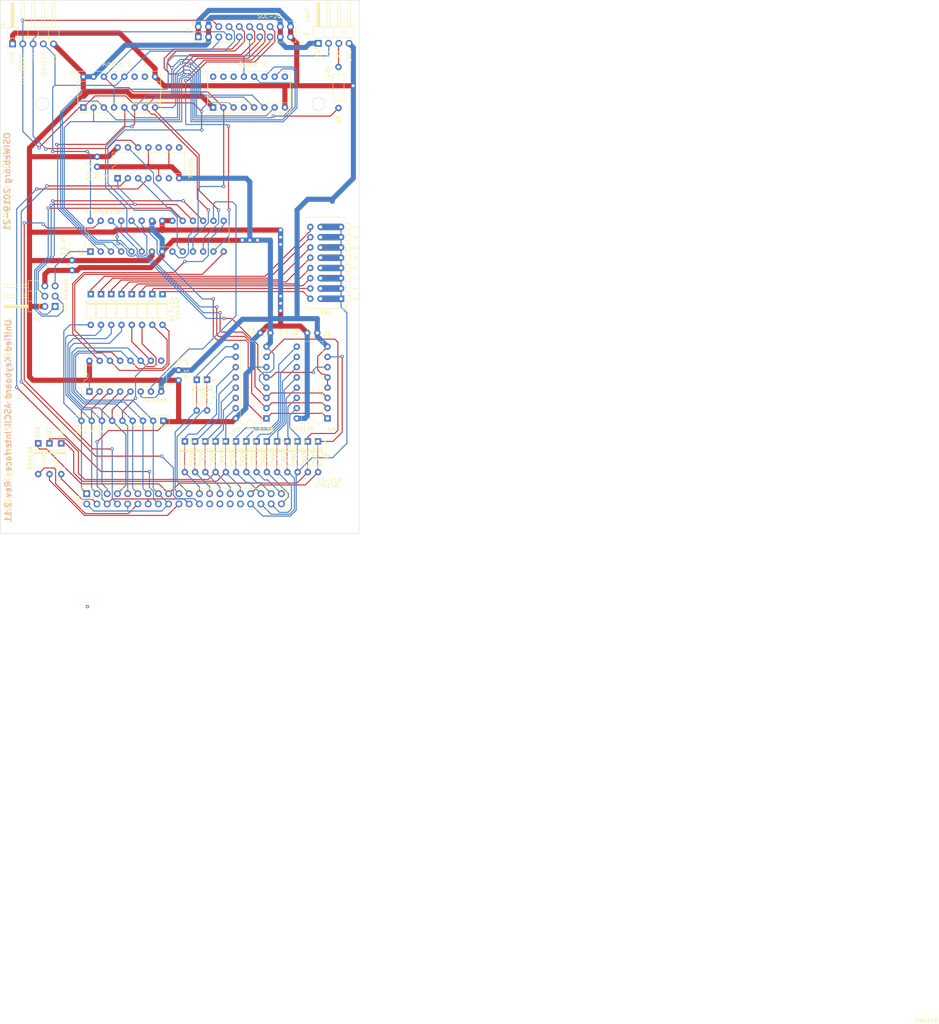
<source format=kicad_pcb>
(kicad_pcb (version 20171130) (host pcbnew "(5.1.10-1-10_14)")
  (title_block (title "Unified Retro Keyboard") (date 2021-08-08) (rev 2.11))
  (layers (0 F.Cu signal) (31 B.Cu signal) (34 B.Paste user) (35 F.Paste user) (36 B.SilkS user) (37 F.SilkS user) (38 B.Mask user) (39 F.Mask user) (44 Edge.Cuts user))
  (net 0 "")
  (net 1 GND)
  (net 2 +5V)
  (net 3 /Row3)
  (net 4 /Row0)
  (net 5 /Row1)
  (net 6 /Row4)
  (net 7 /Row5)
  (net 8 /Row7)
  (net 9 /D7)
  (net 10 /D1)
  (net 11 /D2)
  (net 12 /D3)
  (net 13 /D4)
  (net 14 /D5)
  (net 15 /D6)
  (net 16 /Col0)
  (net 17 /Col1)
  (net 18 /Col2)
  (net 19 /Col3)
  (net 20 /Col4)
  (net 21 /Col5)
  (net 22 /Col6)
  (net 23 /Col7)
  (net 24 /Row6)
  (net 25 /Row2)
  (net 26 /D0)
  (net 27 "Net-(U1-Pad25)")
  (net 28 "Net-(U1-Pad24)")
  (net 29 "Net-(U1-Pad23)")
  (net 30 /~STROBE)
  (net 31 "Net-(U1-Pad14)")
  (net 32 "Net-(U1-Pad26)")
  (net 33 "Net-(U1-Pad16)")
  (net 34 "Net-(U1-Pad15)")
  (net 35 /Row10)
  (net 36 /Row9)
  (net 37 /Row8)
  (net 38 /Row15)
  (net 39 /Row14)
  (net 40 /Row13)
  (net 41 /Row12)
  (net 42 /Row11)
  (net 43 /~RESET)
  (net 44 /Rx)
  (net 45 "Net-(D11-Pad1)")
  (net 46 "Net-(D12-Pad1)")
  (net 47 "Net-(D13-Pad1)")
  (net 48 "Net-(D14-Pad1)")
  (net 49 "Net-(D15-Pad1)")
  (net 50 "Net-(D16-Pad1)")
  (net 51 "Net-(D17-Pad1)")
  (net 52 "Net-(D18-Pad1)")
  (net 53 "Net-(D19-Pad1)")
  (net 54 "Net-(D20-Pad1)")
  (net 55 "Net-(D24-Pad1)")
  (net 56 "Net-(D3-Pad1)")
  (net 57 "Net-(D4-Pad1)")
  (net 58 "Net-(D5-Pad1)")
  (net 59 "Net-(D6-Pad1)")
  (net 60 "Net-(D7-Pad1)")
  (net 61 "Net-(D8-Pad1)")
  (net 62 "Net-(D9-Pad1)")
  (net 63 "Net-(D10-Pad1)")
  (net 64 "Net-(D1-Pad1)")
  (net 65 "Net-(D2-Pad1)")
  (net 66 "Net-(J1-Pad9)")
  (net 67 "Net-(J1-Pad4)")
  (net 68 "Net-(J1-Pad14)")
  (net 69 "Net-(J1-Pad15)")
  (net 70 "Net-(J1-Pad16)")
  (net 71 "Net-(J2-Pad10)")
  (net 72 "Net-(J2-Pad11)")
  (net 73 "Net-(J2-Pad13)")
  (net 74 "Net-(J6-Pad32)")
  (net 75 "Net-(J6-Pad30)")
  (net 76 "Net-(J6-Pad28)")
  (net 77 "Net-(J6-Pad26)")
  (net 78 "Net-(J6-Pad24)")
  (net 79 "Net-(J6-Pad16)")
  (net 80 "Net-(U2-Pad9)")
  (net 81 /LED1)
  (net 82 "Net-(U5-Pad6)")
  (net 83 "Net-(U5-Pad10)")
  (net 84 "Net-(U5-Pad8)")
  (net 85 /OUT1)
  (net 86 /OUT2)
  (net 87 /OUT3)
  (net 88 /MOSI-OUT2)
  (net 89 /SCK-LED2)
  (net 90 /MISO-LED3)
  (net 91 "Net-(D21-Pad1)")
  (net 92 "Net-(D22-Pad1)")
  (net 93 "Net-(D23-Pad1)")
  (net 94 "Net-(D25-Pad2)")
  (net 95 "Net-(D26-Pad2)")
  (net 96 "Net-(D27-Pad2)")
  (module unikbd:SW_DIP_SPSTx08_oriented_backward (layer F.Cu) (at 248.262 124.741 180)
    (fp_text reference SW1 (at 3.81 -3.42) (layer F.SilkS))
    (fp_text value Options)
    (pad 1 thru_hole rect (at 0 0 180) (size 1.6 1.6) (drill 0.8) (layers *.Cu *.Mask) (net 37 /Row8))
    (pad 9 thru_hole oval (at 7.62 17.78 180) (size 1.6 1.6) (drill 0.8) (layers *.Cu *.Mask) (net 55 "Net-(D24-Pad1)"))
    (pad 2 thru_hole oval (at 0 2.54 180) (size 1.6 1.6) (drill 0.8) (layers *.Cu *.Mask) (net 37 /Row8))
    (pad 10 thru_hole oval (at 7.62 15.24 180) (size 1.6 1.6) (drill 0.8) (layers *.Cu *.Mask) (net 54 "Net-(D20-Pad1)"))
    (pad 3 thru_hole oval (at 0 5.08 180) (size 1.6 1.6) (drill 0.8) (layers *.Cu *.Mask) (net 37 /Row8))
    (pad 11 thru_hole oval (at 7.62 12.7 180) (size 1.6 1.6) (drill 0.8) (layers *.Cu *.Mask) (net 93 "Net-(D23-Pad1)"))
    (pad 4 thru_hole oval (at 0 7.62 180) (size 1.6 1.6) (drill 0.8) (layers *.Cu *.Mask) (net 37 /Row8))
    (pad 12 thru_hole oval (at 7.62 10.16 180) (size 1.6 1.6) (drill 0.8) (layers *.Cu *.Mask) (net 53 "Net-(D19-Pad1)"))
    (pad 5 thru_hole oval (at 0 10.16 180) (size 1.6 1.6) (drill 0.8) (layers *.Cu *.Mask) (net 37 /Row8))
    (pad 13 thru_hole oval (at 7.62 7.62 180) (size 1.6 1.6) (drill 0.8) (layers *.Cu *.Mask) (net 92 "Net-(D22-Pad1)"))
    (pad 6 thru_hole oval (at 0 12.7 180) (size 1.6 1.6) (drill 0.8) (layers *.Cu *.Mask) (net 37 /Row8))
    (pad 14 thru_hole oval (at 7.62 5.08 180) (size 1.6 1.6) (drill 0.8) (layers *.Cu *.Mask) (net 52 "Net-(D18-Pad1)"))
    (pad 7 thru_hole oval (at 0 15.24 180) (size 1.6 1.6) (drill 0.8) (layers *.Cu *.Mask) (net 37 /Row8))
    (pad 15 thru_hole oval (at 7.62 2.54 180) (size 1.6 1.6) (drill 0.8) (layers *.Cu *.Mask) (net 91 "Net-(D21-Pad1)"))
    (pad 8 thru_hole oval (at 0 17.78 180) (size 1.6 1.6) (drill 0.8) (layers *.Cu *.Mask) (net 37 /Row8))
    (pad 16 thru_hole oval (at 7.62 0 180) (size 1.6 1.6) (drill 0.8) (layers *.Cu *.Mask) (net 51 "Net-(D17-Pad1)"))
    (pad 1 thru_hole oval (at 5.08 0) (size 6.679999 1.6) (drill 0.8 (offset 2.54 0)) (layers *.Cu *.Mask) (net 37 /Row8))
    (pad 3 thru_hole oval (at 5.08 2.54) (size 6.679999 1.6) (drill 0.8 (offset 2.54 0)) (layers *.Cu *.Mask) (net 37 /Row8))
    (pad 3 thru_hole oval (at 5.08 5.08) (size 6.679999 1.6) (drill 0.8 (offset 2.54 0)) (layers *.Cu *.Mask) (net 37 /Row8))
    (pad 6 thru_hole oval (at 5.08 12.7) (size 6.679999 1.6) (drill 0.8 (offset 2.54 0)) (layers *.Cu *.Mask) (net 37 /Row8))
    (pad 8 thru_hole oval (at 5.08 17.78) (size 6.679999 1.6) (drill 0.8 (offset 2.54 0)) (layers *.Cu *.Mask) (net 37 /Row8))
    (pad 4 thru_hole oval (at 5.08 7.62) (size 6.679999 1.6) (drill 0.8 (offset 2.54 0)) (layers *.Cu *.Mask) (net 37 /Row8))
    (pad 7 thru_hole oval (at 5.08 15.24) (size 6.679999 1.6) (drill 0.8 (offset 2.54 0)) (layers *.Cu *.Mask) (net 37 /Row8))
    (pad 5 thru_hole oval (at 5.08 10.16) (size 6.679999 1.6) (drill 0.8 (offset 2.54 0)) (layers *.Cu *.Mask) (net 37 /Row8))
  )
  (module unikbd:D_DO-35_SOD27_P7.62mm_Horizontal_bypassed (layer F.Cu) (at 222.25 160.0724 270)
    (fp_text reference D16 (at 3.81 -2.12 90) (layer F.SilkS))
    (fp_text value 1N4148)
    (fp_text user K (at 0 -1.8 90) (layer F.SilkS))
    (fp_poly (pts (xy 7.239 0.127) (xy 0.381 0.127) (xy 0.381 0) (xy 7.239 0)) (layer F.Cu) (width 0.0508))
    (pad 1 thru_hole rect (at 0 0 270) (size 1.6 1.6) (drill 0.8) (layers *.Cu *.Mask) (net 50 "Net-(D16-Pad1)"))
    (pad 2 thru_hole oval (at 7.62 0 270) (size 1.6 1.6) (drill 0.8) (layers *.Cu *.Mask) (net 39 /Row14))
  )
  (module unikbd:D_DO-35_SOD27_P7.62mm_Horizontal_bypassed (layer F.Cu) (at 227.33 160.0724 270)
    (fp_text reference D15 (at 3.81 -2.12 90) (layer F.SilkS))
    (fp_text value 1N4148)
    (fp_text user K (at 0 -1.8 90) (layer F.SilkS))
    (fp_poly (pts (xy 7.239 0.127) (xy 0.381 0.127) (xy 0.381 0) (xy 7.239 0)) (layer F.Cu) (width 0.0508))
    (pad 1 thru_hole rect (at 0 0 270) (size 1.6 1.6) (drill 0.8) (layers *.Cu *.Mask) (net 49 "Net-(D15-Pad1)"))
    (pad 2 thru_hole oval (at 7.62 0 270) (size 1.6 1.6) (drill 0.8) (layers *.Cu *.Mask) (net 41 /Row12))
  )
  (module unikbd:D_DO-35_SOD27_P7.62mm_Horizontal_bypassed (layer F.Cu) (at 232.41 160.0724 270)
    (fp_text reference D14 (at 3.81 -2.12 90) (layer F.SilkS))
    (fp_text value 1N4148)
    (fp_text user K (at 0 -1.8 90) (layer F.SilkS))
    (fp_poly (pts (xy 7.239 0.127) (xy 0.381 0.127) (xy 0.381 0) (xy 7.239 0)) (layer F.Cu) (width 0.0508))
    (pad 1 thru_hole rect (at 0 0 270) (size 1.6 1.6) (drill 0.8) (layers *.Cu *.Mask) (net 48 "Net-(D14-Pad1)"))
    (pad 2 thru_hole oval (at 7.62 0 270) (size 1.6 1.6) (drill 0.8) (layers *.Cu *.Mask) (net 35 /Row10))
  )
  (module unikbd:D_DO-35_SOD27_P7.62mm_Horizontal_bypassed (layer F.Cu) (at 237.49 160.0724 270)
    (fp_text reference D13 (at 3.81 -2.12 90) (layer F.SilkS))
    (fp_text value 1N4148)
    (fp_text user K (at 0 -1.8 90) (layer F.SilkS))
    (fp_poly (pts (xy 7.239 0.127) (xy 0.381 0.127) (xy 0.381 0) (xy 7.239 0)) (layer F.Cu) (width 0.0508))
    (pad 1 thru_hole rect (at 0 0 270) (size 1.6 1.6) (drill 0.8) (layers *.Cu *.Mask) (net 47 "Net-(D13-Pad1)"))
    (pad 2 thru_hole oval (at 7.62 0 270) (size 1.6 1.6) (drill 0.8) (layers *.Cu *.Mask) (net 37 /Row8))
  )
  (module unikbd:D_DO-35_SOD27_P7.62mm_Horizontal_bypassed (layer F.Cu) (at 217.17 160.0724 270)
    (fp_text reference D12 (at 3.81 -2.12 90) (layer F.SilkS))
    (fp_text value 1N4148)
    (fp_text user K (at 0 -1.8 90) (layer F.SilkS))
    (fp_poly (pts (xy 7.239 0.127) (xy 0.381 0.127) (xy 0.381 0) (xy 7.239 0)) (layer F.Cu) (width 0.0508))
    (pad 1 thru_hole rect (at 0 0 270) (size 1.6 1.6) (drill 0.8) (layers *.Cu *.Mask) (net 46 "Net-(D12-Pad1)"))
    (pad 2 thru_hole oval (at 7.62 0 270) (size 1.6 1.6) (drill 0.8) (layers *.Cu *.Mask) (net 5 /Row1))
  )
  (module unikbd:D_DO-35_SOD27_P7.62mm_Horizontal_bypassed (layer F.Cu) (at 209.55 160.0724 270)
    (fp_text reference D11 (at 3.81 -2.12 90) (layer F.SilkS))
    (fp_text value 1N4148)
    (fp_text user K (at 0 -1.8 90) (layer F.SilkS))
    (fp_poly (pts (xy 7.239 0.127) (xy 0.381 0.127) (xy 0.381 0) (xy 7.239 0)) (layer F.Cu) (width 0.0508))
    (pad 1 thru_hole rect (at 0 0 270) (size 1.6 1.6) (drill 0.8) (layers *.Cu *.Mask) (net 45 "Net-(D11-Pad1)"))
    (pad 2 thru_hole oval (at 7.62 0 270) (size 1.6 1.6) (drill 0.8) (layers *.Cu *.Mask) (net 6 /Row4))
  )
  (module unikbd:D_DO-35_SOD27_P7.62mm_Horizontal_bypassed (layer F.Cu) (at 214.63 160.0724 270)
    (fp_text reference D10 (at 3.81 -2.12 90) (layer F.SilkS))
    (fp_text value 1N4148)
    (fp_text user K (at 0 -1.8 90) (layer F.SilkS))
    (fp_poly (pts (xy 7.239 0.127) (xy 0.381 0.127) (xy 0.381 0) (xy 7.239 0)) (layer F.Cu) (width 0.0508))
    (pad 1 thru_hole rect (at 0 0 270) (size 1.6 1.6) (drill 0.8) (layers *.Cu *.Mask) (net 63 "Net-(D10-Pad1)"))
    (pad 2 thru_hole oval (at 7.62 0 270) (size 1.6 1.6) (drill 0.8) (layers *.Cu *.Mask) (net 25 /Row2))
  )
  (module unikbd:D_DO-35_SOD27_P7.62mm_Horizontal_bypassed (layer F.Cu) (at 219.71 160.0724 270)
    (fp_text reference D9 (at 3.81 -2.12 90) (layer F.SilkS))
    (fp_text value 1N4148)
    (fp_text user K (at 0 -1.8 90) (layer F.SilkS))
    (fp_poly (pts (xy 7.239 0.127) (xy 0.381 0.127) (xy 0.381 0) (xy 7.239 0)) (layer F.Cu) (width 0.0508))
    (pad 1 thru_hole rect (at 0 0 270) (size 1.6 1.6) (drill 0.8) (layers *.Cu *.Mask) (net 62 "Net-(D9-Pad1)"))
    (pad 2 thru_hole oval (at 7.62 0 270) (size 1.6 1.6) (drill 0.8) (layers *.Cu *.Mask) (net 4 /Row0))
  )
  (module unikbd:D_DO-35_SOD27_P7.62mm_Horizontal_bypassed (layer F.Cu) (at 242.57 160.0724 270)
    (fp_text reference D8 (at 3.81 -2.12 90) (layer F.SilkS))
    (fp_text value 1N4148)
    (fp_text user K (at 0 -1.8 90) (layer F.SilkS))
    (fp_poly (pts (xy 7.239 0.127) (xy 0.381 0.127) (xy 0.381 0) (xy 7.239 0)) (layer F.Cu) (width 0.0508))
    (pad 1 thru_hole rect (at 0 0 270) (size 1.6 1.6) (drill 0.8) (layers *.Cu *.Mask) (net 61 "Net-(D8-Pad1)"))
    (pad 2 thru_hole oval (at 7.62 0 270) (size 1.6 1.6) (drill 0.8) (layers *.Cu *.Mask) (net 38 /Row15))
  )
  (module unikbd:D_DO-35_SOD27_P7.62mm_Horizontal_bypassed (layer F.Cu) (at 224.79 160.0724 270)
    (fp_text reference D7 (at 3.81 -2.12 90) (layer F.SilkS))
    (fp_text value 1N4148)
    (fp_text user K (at 0 -1.8 90) (layer F.SilkS))
    (fp_poly (pts (xy 7.239 0.127) (xy 0.381 0.127) (xy 0.381 0) (xy 7.239 0)) (layer F.Cu) (width 0.0508))
    (pad 1 thru_hole rect (at 0 0 270) (size 1.6 1.6) (drill 0.8) (layers *.Cu *.Mask) (net 60 "Net-(D7-Pad1)"))
    (pad 2 thru_hole oval (at 7.62 0 270) (size 1.6 1.6) (drill 0.8) (layers *.Cu *.Mask) (net 40 /Row13))
  )
  (module unikbd:D_DO-35_SOD27_P7.62mm_Horizontal_bypassed (layer F.Cu) (at 229.87 160.0724 270)
    (fp_text reference D6 (at 3.81 -2.12 90) (layer F.SilkS))
    (fp_text value 1N4148)
    (fp_text user K (at 0 -1.8 90) (layer F.SilkS))
    (fp_poly (pts (xy 7.239 0.127) (xy 0.381 0.127) (xy 0.381 0) (xy 7.239 0)) (layer F.Cu) (width 0.0508))
    (pad 1 thru_hole rect (at 0 0 270) (size 1.6 1.6) (drill 0.8) (layers *.Cu *.Mask) (net 59 "Net-(D6-Pad1)"))
    (pad 2 thru_hole oval (at 7.62 0 270) (size 1.6 1.6) (drill 0.8) (layers *.Cu *.Mask) (net 42 /Row11))
  )
  (module unikbd:D_DO-35_SOD27_P7.62mm_Horizontal_bypassed (layer F.Cu) (at 234.95 160.0724 270)
    (fp_text reference D5 (at 3.81 -2.12 90) (layer F.SilkS))
    (fp_text value 1N4148)
    (fp_text user K (at 0 -1.8 90) (layer F.SilkS))
    (fp_poly (pts (xy 7.239 0.127) (xy 0.381 0.127) (xy 0.381 0) (xy 7.239 0)) (layer F.Cu) (width 0.0508))
    (pad 1 thru_hole rect (at 0 0 270) (size 1.6 1.6) (drill 0.8) (layers *.Cu *.Mask) (net 58 "Net-(D5-Pad1)"))
    (pad 2 thru_hole oval (at 7.62 0 270) (size 1.6 1.6) (drill 0.8) (layers *.Cu *.Mask) (net 36 /Row9))
  )
  (module unikbd:D_DO-35_SOD27_P7.62mm_Horizontal_bypassed (layer F.Cu) (at 240.03 160.0724 270)
    (fp_text reference D4 (at 3.81 -2.12 90) (layer F.SilkS))
    (fp_text value 1N4148)
    (fp_text user K (at 0 -1.8 90) (layer F.SilkS))
    (fp_poly (pts (xy 7.239 0.127) (xy 0.381 0.127) (xy 0.381 0) (xy 7.239 0)) (layer F.Cu) (width 0.0508))
    (pad 1 thru_hole rect (at 0 0 270) (size 1.6 1.6) (drill 0.8) (layers *.Cu *.Mask) (net 57 "Net-(D4-Pad1)"))
    (pad 2 thru_hole oval (at 7.62 0 270) (size 1.6 1.6) (drill 0.8) (layers *.Cu *.Mask) (net 8 /Row7))
  )
  (module unikbd:D_DO-35_SOD27_P7.62mm_Horizontal_bypassed (layer F.Cu) (at 212.09 160.0724 270)
    (fp_text reference D3 (at 3.81 -2.12 90) (layer F.SilkS))
    (fp_text value 1N4148)
    (fp_text user K (at 0 -1.8 90) (layer F.SilkS))
    (fp_poly (pts (xy 7.239 0.127) (xy 0.381 0.127) (xy 0.381 0) (xy 7.239 0)) (layer F.Cu) (width 0.0508))
    (pad 1 thru_hole rect (at 0 0 270) (size 1.6 1.6) (drill 0.8) (layers *.Cu *.Mask) (net 56 "Net-(D3-Pad1)"))
    (pad 2 thru_hole oval (at 7.62 0 270) (size 1.6 1.6) (drill 0.8) (layers *.Cu *.Mask) (net 3 /Row3))
  )
  (module unikbd:D_DO-35_SOD27_P7.62mm_Horizontal_bypassed (layer F.Cu) (at 215.0642 144.7816 270)
    (fp_text reference D2 (at 3.81 -2.12 90) (layer F.SilkS))
    (fp_text value 1N4148)
    (fp_text user K (at 0 -1.8 90) (layer F.SilkS))
    (fp_poly (pts (xy 7.239 0.127) (xy 0.381 0.127) (xy 0.381 0) (xy 7.239 0)) (layer F.Cu) (width 0.0508))
    (pad 1 thru_hole rect (at 0 0 270) (size 1.6 1.6) (drill 0.8) (layers *.Cu *.Mask) (net 65 "Net-(D2-Pad1)"))
    (pad 2 thru_hole oval (at 7.62 0 270) (size 1.6 1.6) (drill 0.8) (layers *.Cu *.Mask) (net 7 /Row5))
  )
  (module unikbd:D_DO-35_SOD27_P7.62mm_Horizontal_bypassed (layer F.Cu) (at 212.4988 144.807 270)
    (fp_text reference D1 (at 3.81 -2.12 90) (layer F.SilkS))
    (fp_text value 1N4148)
    (fp_text user K (at 0 -1.8 90) (layer F.SilkS))
    (fp_poly (pts (xy 7.239 0.127) (xy 0.381 0.127) (xy 0.381 0) (xy 7.239 0)) (layer F.Cu) (width 0.0508))
    (pad 1 thru_hole rect (at 0 0 270) (size 1.6 1.6) (drill 0.8) (layers *.Cu *.Mask) (net 64 "Net-(D1-Pad1)"))
    (pad 2 thru_hole oval (at 7.62 0 270) (size 1.6 1.6) (drill 0.8) (layers *.Cu *.Mask) (net 24 /Row6))
  )
  (module unikbd:kbd_header_and_mounting_holes (layer F.Cu) (at 185.397 175.5918 90)
    (fp_text reference J6 (at 1.2954 -2.5078 90) (layer F.SilkS))
    (fp_text value Keyboard)
    (pad "" np_thru_hole circle (at 91.4924 50.4712 90) (size 3.175 3.175) (drill 3.175) (layers *.Cu *.Mask))
    (pad "" np_thru_hole circle (at 91.4924 -2.8688 90) (size 3.175 3.175) (drill 3.175) (layers *.Cu *.Mask))
    (pad "" np_thru_hole circle (at 1.2954 -8.8124 90) (size 3.175 3.175) (drill 3.175) (layers *.Cu *.Mask))
    (pad "" np_thru_hole circle (at 1.2954 54.5606 90) (size 3.175 3.175) (drill 3.175) (layers *.Cu *.Mask))
    (pad 40 thru_hole oval (at 0.0254 48.0822 90) (size 1.7 1.7) (drill 1) (layers *.Cu *.Mask) (net 42 /Row11))
    (pad 39 thru_hole oval (at 2.5654 48.0822 90) (size 1.7 1.7) (drill 1) (layers *.Cu *.Mask) (net 41 /Row12))
    (pad 38 thru_hole oval (at 0.0254 45.5422 90) (size 1.7 1.7) (drill 1) (layers *.Cu *.Mask) (net 35 /Row10))
    (pad 37 thru_hole oval (at 2.5654 45.5422 90) (size 1.7 1.7) (drill 1) (layers *.Cu *.Mask) (net 40 /Row13))
    (pad 36 thru_hole oval (at 0.0254 43.0022 90) (size 1.7 1.7) (drill 1) (layers *.Cu *.Mask) (net 36 /Row9))
    (pad 35 thru_hole oval (at 2.5654 43.0022 90) (size 1.7 1.7) (drill 1) (layers *.Cu *.Mask) (net 39 /Row14))
    (pad 34 thru_hole oval (at 0.0254 40.4622 90) (size 1.7 1.7) (drill 1) (layers *.Cu *.Mask) (net 37 /Row8))
    (pad 33 thru_hole oval (at 2.5654 40.4622 90) (size 1.7 1.7) (drill 1) (layers *.Cu *.Mask) (net 38 /Row15))
    (pad 32 thru_hole oval (at 0.0254 37.9222 90) (size 1.7 1.7) (drill 1) (layers *.Cu *.Mask) (net 74 "Net-(J6-Pad32)"))
    (pad 31 thru_hole oval (at 2.5654 37.9222 90) (size 1.7 1.7) (drill 1) (layers *.Cu *.Mask) (net 4 /Row0))
    (pad 30 thru_hole oval (at 0.0254 35.3822 90) (size 1.7 1.7) (drill 1) (layers *.Cu *.Mask) (net 75 "Net-(J6-Pad30)"))
    (pad 29 thru_hole oval (at 2.5654 35.3822 90) (size 1.7 1.7) (drill 1) (layers *.Cu *.Mask) (net 5 /Row1))
    (pad 28 thru_hole oval (at 0.0254 32.8422 90) (size 1.7 1.7) (drill 1) (layers *.Cu *.Mask) (net 76 "Net-(J6-Pad28)"))
    (pad 27 thru_hole oval (at 2.5654 32.8422 90) (size 1.7 1.7) (drill 1) (layers *.Cu *.Mask) (net 25 /Row2))
    (pad 26 thru_hole oval (at 0.0254 30.3022 90) (size 1.7 1.7) (drill 1) (layers *.Cu *.Mask) (net 77 "Net-(J6-Pad26)"))
    (pad 25 thru_hole oval (at 2.5654 30.3022 90) (size 1.7 1.7) (drill 1) (layers *.Cu *.Mask) (net 3 /Row3))
    (pad 24 thru_hole oval (at 0.0254 27.7622 90) (size 1.7 1.7) (drill 1) (layers *.Cu *.Mask) (net 78 "Net-(J6-Pad24)"))
    (pad 23 thru_hole oval (at 2.5654 27.7622 90) (size 1.7 1.7) (drill 1) (layers *.Cu *.Mask) (net 6 /Row4))
    (pad 22 thru_hole oval (at 0.0254 25.2222 90) (size 1.7 1.7) (drill 1) (layers *.Cu *.Mask) (net 2 +5V))
    (pad 21 thru_hole oval (at 2.5654 25.2222 90) (size 1.7 1.7) (drill 1) (layers *.Cu *.Mask) (net 7 /Row5))
    (pad 20 thru_hole oval (at 0.0254 22.6822 90) (size 1.7 1.7) (drill 1) (layers *.Cu *.Mask) (net 96 "Net-(D27-Pad2)"))
    (pad 19 thru_hole oval (at 2.5654 22.6822 90) (size 1.7 1.7) (drill 1) (layers *.Cu *.Mask) (net 24 /Row6))
    (pad 18 thru_hole oval (at 0.0254 20.1422 90) (size 1.7 1.7) (drill 1) (layers *.Cu *.Mask) (net 16 /Col0))
    (pad 17 thru_hole oval (at 2.5654 20.1422 90) (size 1.7 1.7) (drill 1) (layers *.Cu *.Mask) (net 8 /Row7))
    (pad 16 thru_hole oval (at 0.0254 17.6022 90) (size 1.7 1.7) (drill 1) (layers *.Cu *.Mask) (net 79 "Net-(J6-Pad16)"))
    (pad 15 thru_hole oval (at 2.5654 17.6022 90) (size 1.7 1.7) (drill 1) (layers *.Cu *.Mask) (net 16 /Col0))
    (pad 14 thru_hole oval (at 0.0254 15.0622 90) (size 1.7 1.7) (drill 1) (layers *.Cu *.Mask) (net 2 +5V))
    (pad 13 thru_hole oval (at 2.5654 15.0622 90) (size 1.7 1.7) (drill 1) (layers *.Cu *.Mask) (net 17 /Col1))
    (pad 12 thru_hole oval (at 0.0254 12.5222 90) (size 1.7 1.7) (drill 1) (layers *.Cu *.Mask) (net 95 "Net-(D26-Pad2)"))
    (pad 11 thru_hole oval (at 2.5654 12.5222 90) (size 1.7 1.7) (drill 1) (layers *.Cu *.Mask) (net 18 /Col2))
    (pad 10 thru_hole oval (at 0.0254 9.9822 90) (size 1.7 1.7) (drill 1) (layers *.Cu *.Mask) (net 16 /Col0))
    (pad 9 thru_hole oval (at 2.5654 9.9822 90) (size 1.7 1.7) (drill 1) (layers *.Cu *.Mask) (net 19 /Col3))
    (pad 8 thru_hole oval (at 0.0254 7.4422 90) (size 1.7 1.7) (drill 1) (layers *.Cu *.Mask) (net 81 /LED1))
    (pad 7 thru_hole oval (at 2.5654 7.4422 90) (size 1.7 1.7) (drill 1) (layers *.Cu *.Mask) (net 20 /Col4))
    (pad 6 thru_hole oval (at 0.0254 4.9022 90) (size 1.7 1.7) (drill 1) (layers *.Cu *.Mask) (net 2 +5V))
    (pad 5 thru_hole oval (at 2.5654 4.9022 90) (size 1.7 1.7) (drill 1) (layers *.Cu *.Mask) (net 21 /Col5))
    (pad 4 thru_hole oval (at 0.0254 2.3622 90) (size 1.7 1.7) (drill 1) (layers *.Cu *.Mask) (net 94 "Net-(D25-Pad2)"))
    (pad 3 thru_hole oval (at 2.5654 2.3622 90) (size 1.7 1.7) (drill 1) (layers *.Cu *.Mask) (net 22 /Col6))
    (pad 2 thru_hole oval (at 0.0254 -0.1778 90) (size 1.7 1.7) (drill 1) (layers *.Cu *.Mask) (net 16 /Col0))
    (pad 1 thru_hole rect (at 2.5654 -0.1778 90) (size 1.7 1.7) (drill 1) (layers *.Cu *.Mask) (net 23 /Col7))
  )
  (module unikbd:SOL20-header-vertical (layer F.Cu) (at 212.8798 59.8948 90)
    (fp_text reference J7 (at 1.27 -2.33 90) (layer F.SilkS))
    (fp_text value SOL-20 (at 5.1308 17.5514 180) (layer F.SilkS))
    (pad 20 thru_hole oval (at 2.54 22.86 90) (size 1.7 1.7) (drill 1) (layers *.Cu *.Mask) (net 1 GND))
    (pad 10 thru_hole oval (at 0 22.86 90) (size 1.7 1.7) (drill 1) (layers *.Cu *.Mask) (net 1 GND))
    (pad 19 thru_hole oval (at 2.54 20.32 90) (size 1.7 1.7) (drill 1) (layers *.Cu *.Mask) (net 2 +5V))
    (pad 9 thru_hole oval (at 0 20.32 90) (size 1.7 1.7) (drill 1) (layers *.Cu *.Mask) (net 2 +5V))
    (pad 18 thru_hole oval (at 2.54 17.78 90) (size 1.7 1.7) (drill 1) (layers *.Cu *.Mask) (net 9 /D7))
    (pad 8 thru_hole oval (at 0 17.78 90) (size 1.7 1.7) (drill 1) (layers *.Cu *.Mask) (net 12 /D3))
    (pad 17 thru_hole oval (at 2.54 15.24 90) (size 1.7 1.7) (drill 1) (layers *.Cu *.Mask) (net 15 /D6))
    (pad 7 thru_hole oval (at 0 15.24 90) (size 1.7 1.7) (drill 1) (layers *.Cu *.Mask) (net 11 /D2))
    (pad 16 thru_hole oval (at 2.54 12.7 90) (size 1.7 1.7) (drill 1) (layers *.Cu *.Mask) (net 14 /D5))
    (pad 6 thru_hole oval (at 0 12.7 90) (size 1.7 1.7) (drill 1) (layers *.Cu *.Mask) (net 10 /D1))
    (pad 15 thru_hole oval (at 2.54 10.16 90) (size 1.7 1.7) (drill 1) (layers *.Cu *.Mask) (net 13 /D4))
    (pad 5 thru_hole oval (at 0 10.16 90) (size 1.7 1.7) (drill 1) (layers *.Cu *.Mask) (net 26 /D0))
    (pad 14 thru_hole oval (at 2.54 7.62 90) (size 1.7 1.7) (drill 1) (layers *.Cu *.Mask) (net 85 /OUT1))
    (pad 4 thru_hole oval (at 0 7.62 90) (size 1.7 1.7) (drill 1) (layers *.Cu *.Mask) (net 86 /OUT2))
    (pad 13 thru_hole oval (at 2.54 5.08 90) (size 1.7 1.7) (drill 1) (layers *.Cu *.Mask) (net 87 /OUT3))
    (pad 3 thru_hole oval (at 0 5.08 90) (size 1.7 1.7) (drill 1) (layers *.Cu *.Mask) (net 30 /~STROBE))
    (pad 12 thru_hole oval (at 2.54 2.54 90) (size 1.7 1.7) (drill 1) (layers *.Cu *.Mask) (net 2 +5V))
    (pad 2 thru_hole oval (at 0 2.54 90) (size 1.7 1.7) (drill 1) (layers *.Cu *.Mask) (net 2 +5V))
    (pad 11 thru_hole oval (at 2.54 0 90) (size 1.7 1.7) (drill 1) (layers *.Cu *.Mask) (net 1 GND))
    (pad 1 thru_hole rect (at 0 0 90) (size 1.7 1.7) (drill 1) (layers *.Cu *.Mask) (net 1 GND))
  )
  (module Package_DIP:DIP-16_W7.62mm (layer F.Cu) (at 185.905 147.728 90)
    (fp_text reference U2 (at 0.254 -2.33 90) (layer F.SilkS))
    (fp_text value 74LS166 (at -2.159 16.129) (layer F.SilkS))
    (pad 16 thru_hole oval (at 7.62 0 90) (size 1.6 1.6) (drill 0.8) (layers *.Cu *.Mask) (net 2 +5V))
    (pad 8 thru_hole oval (at 0 17.78 90) (size 1.6 1.6) (drill 0.8) (layers *.Cu *.Mask) (net 1 GND))
    (pad 15 thru_hole oval (at 7.62 2.54 90) (size 1.6 1.6) (drill 0.8) (layers *.Cu *.Mask) (net 34 "Net-(U1-Pad15)"))
    (pad 7 thru_hole oval (at 0 15.24 90) (size 1.6 1.6) (drill 0.8) (layers *.Cu *.Mask) (net 33 "Net-(U1-Pad16)"))
    (pad 14 thru_hole oval (at 7.62 5.08 90) (size 1.6 1.6) (drill 0.8) (layers *.Cu *.Mask) (net 16 /Col0))
    (pad 6 thru_hole oval (at 0 12.7 90) (size 1.6 1.6) (drill 0.8) (layers *.Cu *.Mask) (net 1 GND))
    (pad 13 thru_hole oval (at 7.62 7.62 90) (size 1.6 1.6) (drill 0.8) (layers *.Cu *.Mask) (net 31 "Net-(U1-Pad14)"))
    (pad 5 thru_hole oval (at 0 10.16 90) (size 1.6 1.6) (drill 0.8) (layers *.Cu *.Mask) (net 20 /Col4))
    (pad 12 thru_hole oval (at 7.62 10.16 90) (size 1.6 1.6) (drill 0.8) (layers *.Cu *.Mask) (net 17 /Col1))
    (pad 4 thru_hole oval (at 0 7.62 90) (size 1.6 1.6) (drill 0.8) (layers *.Cu *.Mask) (net 21 /Col5))
    (pad 11 thru_hole oval (at 7.62 12.7 90) (size 1.6 1.6) (drill 0.8) (layers *.Cu *.Mask) (net 18 /Col2))
    (pad 3 thru_hole oval (at 0 5.08 90) (size 1.6 1.6) (drill 0.8) (layers *.Cu *.Mask) (net 22 /Col6))
    (pad 10 thru_hole oval (at 7.62 15.24 90) (size 1.6 1.6) (drill 0.8) (layers *.Cu *.Mask) (net 19 /Col3))
    (pad 2 thru_hole oval (at 0 2.54 90) (size 1.6 1.6) (drill 0.8) (layers *.Cu *.Mask) (net 23 /Col7))
    (pad 9 thru_hole oval (at 7.62 17.78 90) (size 1.6 1.6) (drill 0.8) (layers *.Cu *.Mask) (net 80 "Net-(U2-Pad9)"))
    (pad 1 thru_hole rect (at 0 0 90) (size 1.6 1.6) (drill 0.8) (layers *.Cu *.Mask) (net 2 +5V))
  )
  (module Package_DIP:DIP-14_W7.62mm (layer F.Cu) (at 192.89 94.896 90)
    (fp_text reference U5 (at 0 -2.413 90) (layer F.SilkS))
    (fp_text value 74LS04 (at 2.54 18.161 90) (layer F.SilkS))
    (pad 14 thru_hole oval (at 7.62 0 90) (size 1.6 1.6) (drill 0.8) (layers *.Cu *.Mask) (net 2 +5V))
    (pad 7 thru_hole oval (at 0 15.24 90) (size 1.6 1.6) (drill 0.8) (layers *.Cu *.Mask) (net 1 GND))
    (pad 13 thru_hole oval (at 7.62 2.54 90) (size 1.6 1.6) (drill 0.8) (layers *.Cu *.Mask) (net 88 /MOSI-OUT2))
    (pad 6 thru_hole oval (at 0 12.7 90) (size 1.6 1.6) (drill 0.8) (layers *.Cu *.Mask) (net 82 "Net-(U5-Pad6)"))
    (pad 12 thru_hole oval (at 7.62 5.08 90) (size 1.6 1.6) (drill 0.8) (layers *.Cu *.Mask) (net 86 /OUT2))
    (pad 5 thru_hole oval (at 0 10.16 90) (size 1.6 1.6) (drill 0.8) (layers *.Cu *.Mask) (net 1 GND))
    (pad 11 thru_hole oval (at 7.62 7.62 90) (size 1.6 1.6) (drill 0.8) (layers *.Cu *.Mask) (net 1 GND))
    (pad 4 thru_hole oval (at 0 7.62 90) (size 1.6 1.6) (drill 0.8) (layers *.Cu *.Mask) (net 79 "Net-(J6-Pad16)"))
    (pad 10 thru_hole oval (at 7.62 10.16 90) (size 1.6 1.6) (drill 0.8) (layers *.Cu *.Mask) (net 83 "Net-(U5-Pad10)"))
    (pad 3 thru_hole oval (at 0 5.08 90) (size 1.6 1.6) (drill 0.8) (layers *.Cu *.Mask) (net 89 /SCK-LED2))
    (pad 9 thru_hole oval (at 7.62 12.7 90) (size 1.6 1.6) (drill 0.8) (layers *.Cu *.Mask) (net 1 GND))
    (pad 2 thru_hole oval (at 0 2.54 90) (size 1.6 1.6) (drill 0.8) (layers *.Cu *.Mask) (net 78 "Net-(J6-Pad24)"))
    (pad 8 thru_hole oval (at 7.62 15.24 90) (size 1.6 1.6) (drill 0.8) (layers *.Cu *.Mask) (net 84 "Net-(U5-Pad8)"))
    (pad 1 thru_hole rect (at 0 0 90) (size 1.6 1.6) (drill 0.8) (layers *.Cu *.Mask) (net 90 /MISO-LED3))
  )
  (module Connector_PinHeader_2.54mm:PinHeader_1x05_P2.54mm_Horizontal (layer F.Cu) (at 166.855 61.622 90)
    (fp_text reference J4 (at 4.385 -2.27 90) (layer F.SilkS))
    (fp_text value Outputs)
    (pad 5 thru_hole oval (at 0 10.16 90) (size 1.7 1.7) (drill 1) (layers *.Cu *.Mask) (net 2 +5V))
    (pad 4 thru_hole oval (at 0 7.62 90) (size 1.7 1.7) (drill 1) (layers *.Cu *.Mask) (net 85 /OUT1))
    (pad 3 thru_hole oval (at 0 5.08 90) (size 1.7 1.7) (drill 1) (layers *.Cu *.Mask) (net 86 /OUT2))
    (pad 2 thru_hole oval (at 0 2.54 90) (size 1.7 1.7) (drill 1) (layers *.Cu *.Mask) (net 87 /OUT3))
    (pad 1 thru_hole rect (at 0 0 90) (size 1.7 1.7) (drill 1) (layers *.Cu *.Mask) (net 1 GND))
  )
  (module Resistor_THT:R_Axial_DIN0207_L6.3mm_D2.5mm_P10.16mm_Horizontal (layer F.Cu) (at 247.627 77.497 90)
    (fp_text reference R3 (at -2.921 0.127 90) (layer F.SilkS))
    (fp_text value 470 (at 8.89 -2.54 270) (layer F.SilkS))
    (pad 2 thru_hole oval (at 10.16 0 90) (size 1.6 1.6) (drill 0.8) (layers *.Cu *.Mask) (net 44 /Rx))
    (pad 1 thru_hole circle (at 0 0 90) (size 1.6 1.6) (drill 0.8) (layers *.Cu *.Mask) (net 26 /D0))
  )
  (module Capacitor_THT:C_Disc_D3.0mm_W1.6mm_P2.50mm (layer F.Cu) (at 187.81 89.562 270)
    (fp_text reference C5 (at 4.572 0 90) (layer F.SilkS))
    (fp_text value "0.1 uF" (at 3.556 2.05 90) (layer F.SilkS))
    (pad 2 thru_hole circle (at 2.5 0 270) (size 1.6 1.6) (drill 0.8) (layers *.Cu *.Mask) (net 1 GND))
    (pad 1 thru_hole circle (at 0 0 270) (size 1.6 1.6) (drill 0.8) (layers *.Cu *.Mask) (net 2 +5V))
  )
  (module Diode_THT:D_DO-35_SOD27_P7.62mm_Horizontal (layer F.Cu) (at 175.999 160.555 270)
    (fp_text reference D27 (at -2.7305 0.0762 90) (layer F.SilkS))
    (fp_text value 1N4148)
    (pad 2 thru_hole oval (at 7.62 0 270) (size 1.6 1.6) (drill 0.8) (layers *.Cu *.Mask) (net 96 "Net-(D27-Pad2)"))
    (pad 1 thru_hole rect (at 0 0 270) (size 1.6 1.6) (drill 0.8) (layers *.Cu *.Mask) (net 5 /Row1))
  )
  (module Connector_PinHeader_2.54mm:PinHeader_1x04_P2.54mm_Horizontal (layer F.Cu) (at 242.62828 61.47976 90)
    (fp_text reference J3 (at 1.76276 -2.74828 90) (layer F.SilkS))
    (fp_text value UART (at 6.96976 -2.62128 90) (layer F.SilkS))
    (pad 4 thru_hole oval (at 0 7.62 90) (size 1.7 1.7) (drill 1) (layers *.Cu *.Mask) (net 1 GND))
    (pad 3 thru_hole oval (at 0 5.08 90) (size 1.7 1.7) (drill 1) (layers *.Cu *.Mask) (net 44 /Rx))
    (pad 2 thru_hole oval (at 0 2.54 90) (size 1.7 1.7) (drill 1) (layers *.Cu *.Mask) (net 10 /D1))
    (pad 1 thru_hole rect (at 0 0 90) (size 1.7 1.7) (drill 1) (layers *.Cu *.Mask) (net 2 +5V))
  )
  (module Diode_THT:D_DO-35_SOD27_P7.62mm_Horizontal (layer F.Cu) (at 186.2352 123.598 270)
    (fp_text reference D24 hide)
    (fp_text value 1N4148 hide)
    (pad 2 thru_hole oval (at 7.62 0 270) (size 1.6 1.6) (drill 0.8) (layers *.Cu *.Mask) (net 23 /Col7))
    (pad 1 thru_hole rect (at 0 0 270) (size 1.6 1.6) (drill 0.8) (layers *.Cu *.Mask) (net 55 "Net-(D24-Pad1)"))
  )
  (module Diode_THT:D_DO-35_SOD27_P7.62mm_Horizontal (layer F.Cu) (at 191.3152 123.598 270)
    (fp_text reference D23)
    (fp_text value 1N4148 hide)
    (pad 2 thru_hole oval (at 7.62 0 270) (size 1.6 1.6) (drill 0.8) (layers *.Cu *.Mask) (net 21 /Col5))
    (pad 1 thru_hole rect (at 0 0 270) (size 1.6 1.6) (drill 0.8) (layers *.Cu *.Mask) (net 93 "Net-(D23-Pad1)"))
  )
  (module Diode_THT:D_DO-35_SOD27_P7.62mm_Horizontal (layer F.Cu) (at 196.3952 123.598 270)
    (fp_text reference D22 hide)
    (fp_text value 1N4148 hide)
    (pad 2 thru_hole oval (at 7.62 0 270) (size 1.6 1.6) (drill 0.8) (layers *.Cu *.Mask) (net 19 /Col3))
    (pad 1 thru_hole rect (at 0 0 270) (size 1.6 1.6) (drill 0.8) (layers *.Cu *.Mask) (net 92 "Net-(D22-Pad1)"))
  )
  (module Diode_THT:D_DO-35_SOD27_P7.62mm_Horizontal (layer F.Cu) (at 201.4752 123.598 270)
    (fp_text reference D21 hide)
    (fp_text value 1N4148 hide)
    (pad 2 thru_hole oval (at 7.62 0 270) (size 1.6 1.6) (drill 0.8) (layers *.Cu *.Mask) (net 17 /Col1))
    (pad 1 thru_hole rect (at 0 0 270) (size 1.6 1.6) (drill 0.8) (layers *.Cu *.Mask) (net 91 "Net-(D21-Pad1)"))
  )
  (module Diode_THT:D_DO-35_SOD27_P7.62mm_Horizontal (layer F.Cu) (at 188.7752 123.598 270)
    (fp_text reference D20 hide)
    (fp_text value 1N4148 hide)
    (pad 2 thru_hole oval (at 7.62 0 270) (size 1.6 1.6) (drill 0.8) (layers *.Cu *.Mask) (net 22 /Col6))
    (pad 1 thru_hole rect (at 0 0 270) (size 1.6 1.6) (drill 0.8) (layers *.Cu *.Mask) (net 54 "Net-(D20-Pad1)"))
  )
  (module Diode_THT:D_DO-35_SOD27_P7.62mm_Horizontal (layer F.Cu) (at 193.8552 123.598 270)
    (fp_text reference D19 hide)
    (fp_text value 1N4148 hide)
    (pad 2 thru_hole oval (at 7.62 0 270) (size 1.6 1.6) (drill 0.8) (layers *.Cu *.Mask) (net 20 /Col4))
    (pad 1 thru_hole rect (at 0 0 270) (size 1.6 1.6) (drill 0.8) (layers *.Cu *.Mask) (net 53 "Net-(D19-Pad1)"))
  )
  (module Diode_THT:D_DO-35_SOD27_P7.62mm_Horizontal (layer F.Cu) (at 198.9352 123.598 270)
    (fp_text reference D18 hide)
    (fp_text value 1N4148 hide)
    (pad 2 thru_hole oval (at 7.62 0 270) (size 1.6 1.6) (drill 0.8) (layers *.Cu *.Mask) (net 18 /Col2))
    (pad 1 thru_hole rect (at 0 0 270) (size 1.6 1.6) (drill 0.8) (layers *.Cu *.Mask) (net 52 "Net-(D18-Pad1)"))
  )
  (module Diode_THT:D_DO-35_SOD27_P7.62mm_Horizontal (layer F.Cu) (at 204.0152 123.598 270)
    (fp_text reference D17 hide)
    (fp_text value 1N4148 (at 3.556 -3.7592 90) (layer F.SilkS))
    (pad 2 thru_hole oval (at 7.62 0 270) (size 1.6 1.6) (drill 0.8) (layers *.Cu *.Mask) (net 16 /Col0))
    (pad 1 thru_hole rect (at 0 0 270) (size 1.6 1.6) (drill 0.8) (layers *.Cu *.Mask) (net 51 "Net-(D17-Pad1)"))
  )
  (module Connector_PinHeader_2.54mm:PinHeader_2x03_P2.54mm_Horizontal (layer F.Cu) (at 177.396 126.646 180)
    (fp_text reference J5 (at 4.4958 -3.4036) (layer F.SilkS))
    (fp_text value "ISP header" (at -2.6416 2.54 90) (layer F.SilkS))
    (pad 6 thru_hole oval (at 2.54 5.08 180) (size 1.7 1.7) (drill 1) (layers *.Cu *.Mask) (net 1 GND))
    (pad 5 thru_hole oval (at 0 5.08 180) (size 1.7 1.7) (drill 1) (layers *.Cu *.Mask) (net 43 /~RESET))
    (pad 4 thru_hole oval (at 2.54 2.54 180) (size 1.7 1.7) (drill 1) (layers *.Cu *.Mask) (net 88 /MOSI-OUT2))
    (pad 3 thru_hole oval (at 0 2.54 180) (size 1.7 1.7) (drill 1) (layers *.Cu *.Mask) (net 89 /SCK-LED2))
    (pad 2 thru_hole oval (at 2.54 0 180) (size 1.7 1.7) (drill 1) (layers *.Cu *.Mask) (net 2 +5V))
    (pad 1 thru_hole rect (at 0 0 180) (size 1.7 1.7) (drill 1) (layers *.Cu *.Mask) (net 90 /MISO-LED3))
  )
  (module Capacitor_THT:C_Disc_D3.0mm_W1.6mm_P2.50mm (layer F.Cu) (at 228.2468 133.1992)
    (fp_text reference C3 (at -2.2098 -0.4572) (layer F.SilkS))
    (fp_text value "0.1 uF" (at 7.0612 0.0508) (layer F.SilkS))
    (pad 2 thru_hole circle (at 2.5 0) (size 1.6 1.6) (drill 0.8) (layers *.Cu *.Mask) (net 1 GND))
    (pad 1 thru_hole circle (at 0 0) (size 1.6 1.6) (drill 0.8) (layers *.Cu *.Mask) (net 2 +5V))
  )
  (module Capacitor_THT:C_Disc_D3.0mm_W1.6mm_P2.50mm (layer F.Cu) (at 239.88 133.1992)
    (fp_text reference C4 (at 4.953 0.3048) (layer F.SilkS))
    (fp_text value "0.1 uF" hide)
    (pad 2 thru_hole circle (at 2.5 0) (size 1.6 1.6) (drill 0.8) (layers *.Cu *.Mask) (net 1 GND))
    (pad 1 thru_hole circle (at 0 0) (size 1.6 1.6) (drill 0.8) (layers *.Cu *.Mask) (net 2 +5V))
  )
  (module Capacitor_THT:C_Disc_D3.0mm_W1.6mm_P2.50mm (layer F.Cu) (at 181.587 115.216 270)
    (fp_text reference C2 (at -2.159 0.762 90) (layer F.SilkS))
    (fp_text value "0.1 uF" (at -3.556 2.286 90) (layer F.SilkS))
    (pad 2 thru_hole circle (at 2.5 0 270) (size 1.6 1.6) (drill 0.8) (layers *.Cu *.Mask) (net 1 GND))
    (pad 1 thru_hole circle (at 0 0 270) (size 1.6 1.6) (drill 0.8) (layers *.Cu *.Mask) (net 2 +5V))
  )
  (module Capacitor_THT:C_Disc_D3.0mm_W1.6mm_P2.50mm (layer F.Cu) (at 208.003 144.934 90)
    (fp_text reference C1 (at 4.699 0 90) (layer F.SilkS))
    (fp_text value "0.1 uF" (at 2.921 1.905 90) (layer F.SilkS))
    (pad 2 thru_hole circle (at 2.5 0 90) (size 1.6 1.6) (drill 0.8) (layers *.Cu *.Mask) (net 1 GND))
    (pad 1 thru_hole circle (at 0 0 90) (size 1.6 1.6) (drill 0.8) (layers *.Cu *.Mask) (net 2 +5V))
  )
  (module Package_DIP:DIP-16_W7.62mm (layer F.Cu) (at 244.9092 154.3828 180)
    (fp_text reference U4 (at -1.0922 -2.5908) (layer F.SilkS))
    (fp_text value 74LS138 (at 6.5786 -2.6924) (layer F.SilkS))
    (pad 16 thru_hole oval (at 7.62 0 180) (size 1.6 1.6) (drill 0.8) (layers *.Cu *.Mask) (net 2 +5V))
    (pad 8 thru_hole oval (at 0 17.78 180) (size 1.6 1.6) (drill 0.8) (layers *.Cu *.Mask) (net 1 GND))
    (pad 15 thru_hole oval (at 7.62 2.54 180) (size 1.6 1.6) (drill 0.8) (layers *.Cu *.Mask) (net 47 "Net-(D13-Pad1)"))
    (pad 7 thru_hole oval (at 0 15.24 180) (size 1.6 1.6) (drill 0.8) (layers *.Cu *.Mask) (net 61 "Net-(D8-Pad1)"))
    (pad 14 thru_hole oval (at 7.62 5.08 180) (size 1.6 1.6) (drill 0.8) (layers *.Cu *.Mask) (net 58 "Net-(D5-Pad1)"))
    (pad 6 thru_hole oval (at 0 12.7 180) (size 1.6 1.6) (drill 0.8) (layers *.Cu *.Mask) (net 32 "Net-(U1-Pad26)"))
    (pad 13 thru_hole oval (at 7.62 7.62 180) (size 1.6 1.6) (drill 0.8) (layers *.Cu *.Mask) (net 48 "Net-(D14-Pad1)"))
    (pad 5 thru_hole oval (at 0 10.16 180) (size 1.6 1.6) (drill 0.8) (layers *.Cu *.Mask) (net 1 GND))
    (pad 12 thru_hole oval (at 7.62 10.16 180) (size 1.6 1.6) (drill 0.8) (layers *.Cu *.Mask) (net 59 "Net-(D6-Pad1)"))
    (pad 4 thru_hole oval (at 0 7.62 180) (size 1.6 1.6) (drill 0.8) (layers *.Cu *.Mask) (net 1 GND))
    (pad 11 thru_hole oval (at 7.62 12.7 180) (size 1.6 1.6) (drill 0.8) (layers *.Cu *.Mask) (net 49 "Net-(D15-Pad1)"))
    (pad 3 thru_hole oval (at 0 5.08 180) (size 1.6 1.6) (drill 0.8) (layers *.Cu *.Mask) (net 27 "Net-(U1-Pad25)"))
    (pad 10 thru_hole oval (at 7.62 15.24 180) (size 1.6 1.6) (drill 0.8) (layers *.Cu *.Mask) (net 60 "Net-(D7-Pad1)"))
    (pad 2 thru_hole oval (at 0 2.54 180) (size 1.6 1.6) (drill 0.8) (layers *.Cu *.Mask) (net 28 "Net-(U1-Pad24)"))
    (pad 9 thru_hole oval (at 7.62 17.78 180) (size 1.6 1.6) (drill 0.8) (layers *.Cu *.Mask) (net 50 "Net-(D16-Pad1)"))
    (pad 1 thru_hole rect (at 0 0 180) (size 1.6 1.6) (drill 0.8) (layers *.Cu *.Mask) (net 29 "Net-(U1-Pad23)"))
  )
  (module Package_DIP:DIP-16_W7.62mm (layer F.Cu) (at 229.7708 154.3828 180)
    (fp_text reference U3 (at 7.5184 -2.8448) (layer F.SilkS))
    (fp_text value 74LS138 (at 1.524 -2.8448) (layer F.SilkS))
    (pad 16 thru_hole oval (at 7.62 0 180) (size 1.6 1.6) (drill 0.8) (layers *.Cu *.Mask) (net 2 +5V))
    (pad 8 thru_hole oval (at 0 17.78 180) (size 1.6 1.6) (drill 0.8) (layers *.Cu *.Mask) (net 1 GND))
    (pad 15 thru_hole oval (at 7.62 2.54 180) (size 1.6 1.6) (drill 0.8) (layers *.Cu *.Mask) (net 62 "Net-(D9-Pad1)"))
    (pad 7 thru_hole oval (at 0 15.24 180) (size 1.6 1.6) (drill 0.8) (layers *.Cu *.Mask) (net 57 "Net-(D4-Pad1)"))
    (pad 14 thru_hole oval (at 7.62 5.08 180) (size 1.6 1.6) (drill 0.8) (layers *.Cu *.Mask) (net 46 "Net-(D12-Pad1)"))
    (pad 6 thru_hole oval (at 0 12.7 180) (size 1.6 1.6) (drill 0.8) (layers *.Cu *.Mask) (net 2 +5V))
    (pad 13 thru_hole oval (at 7.62 7.62 180) (size 1.6 1.6) (drill 0.8) (layers *.Cu *.Mask) (net 63 "Net-(D10-Pad1)"))
    (pad 5 thru_hole oval (at 0 10.16 180) (size 1.6 1.6) (drill 0.8) (layers *.Cu *.Mask) (net 32 "Net-(U1-Pad26)"))
    (pad 12 thru_hole oval (at 7.62 10.16 180) (size 1.6 1.6) (drill 0.8) (layers *.Cu *.Mask) (net 56 "Net-(D3-Pad1)"))
    (pad 4 thru_hole oval (at 0 7.62 180) (size 1.6 1.6) (drill 0.8) (layers *.Cu *.Mask) (net 1 GND))
    (pad 11 thru_hole oval (at 7.62 12.7 180) (size 1.6 1.6) (drill 0.8) (layers *.Cu *.Mask) (net 45 "Net-(D11-Pad1)"))
    (pad 3 thru_hole oval (at 0 5.08 180) (size 1.6 1.6) (drill 0.8) (layers *.Cu *.Mask) (net 27 "Net-(U1-Pad25)"))
    (pad 10 thru_hole oval (at 7.62 15.24 180) (size 1.6 1.6) (drill 0.8) (layers *.Cu *.Mask) (net 65 "Net-(D2-Pad1)"))
    (pad 2 thru_hole oval (at 0 2.54 180) (size 1.6 1.6) (drill 0.8) (layers *.Cu *.Mask) (net 28 "Net-(U1-Pad24)"))
    (pad 9 thru_hole oval (at 7.62 17.78 180) (size 1.6 1.6) (drill 0.8) (layers *.Cu *.Mask) (net 64 "Net-(D1-Pad1)"))
    (pad 1 thru_hole rect (at 0 0 180) (size 1.6 1.6) (drill 0.8) (layers *.Cu *.Mask) (net 29 "Net-(U1-Pad23)"))
  )
  (module Package_DIP:DIP-28_W7.62mm (layer F.Cu) (at 186.159 113.057 90)
    (fp_text reference U1 (at 0 -2.413 90) (layer F.SilkS))
    (fp_text value ATmega328P (at 9.906 3.683 180) (layer F.SilkS))
    (pad 28 thru_hole oval (at 7.62 0 90) (size 1.6 1.6) (drill 0.8) (layers *.Cu *.Mask) (net 85 /OUT1))
    (pad 14 thru_hole oval (at 0 33.02 90) (size 1.6 1.6) (drill 0.8) (layers *.Cu *.Mask) (net 31 "Net-(U1-Pad14)"))
    (pad 27 thru_hole oval (at 7.62 2.54 90) (size 1.6 1.6) (drill 0.8) (layers *.Cu *.Mask) (net 81 /LED1))
    (pad 13 thru_hole oval (at 0 30.48 90) (size 1.6 1.6) (drill 0.8) (layers *.Cu *.Mask) (net 9 /D7))
    (pad 26 thru_hole oval (at 7.62 5.08 90) (size 1.6 1.6) (drill 0.8) (layers *.Cu *.Mask) (net 32 "Net-(U1-Pad26)"))
    (pad 12 thru_hole oval (at 0 27.94 90) (size 1.6 1.6) (drill 0.8) (layers *.Cu *.Mask) (net 15 /D6))
    (pad 25 thru_hole oval (at 7.62 7.62 90) (size 1.6 1.6) (drill 0.8) (layers *.Cu *.Mask) (net 27 "Net-(U1-Pad25)"))
    (pad 11 thru_hole oval (at 0 25.4 90) (size 1.6 1.6) (drill 0.8) (layers *.Cu *.Mask) (net 14 /D5))
    (pad 24 thru_hole oval (at 7.62 10.16 90) (size 1.6 1.6) (drill 0.8) (layers *.Cu *.Mask) (net 28 "Net-(U1-Pad24)"))
    (pad 10 thru_hole oval (at 0 22.86 90) (size 1.6 1.6) (drill 0.8) (layers *.Cu *.Mask) (net 87 /OUT3))
    (pad 23 thru_hole oval (at 7.62 12.7 90) (size 1.6 1.6) (drill 0.8) (layers *.Cu *.Mask) (net 29 "Net-(U1-Pad23)"))
    (pad 9 thru_hole oval (at 0 20.32 90) (size 1.6 1.6) (drill 0.8) (layers *.Cu *.Mask) (net 30 /~STROBE))
    (pad 22 thru_hole oval (at 7.62 15.24 90) (size 1.6 1.6) (drill 0.8) (layers *.Cu *.Mask) (net 1 GND))
    (pad 8 thru_hole oval (at 0 17.78 90) (size 1.6 1.6) (drill 0.8) (layers *.Cu *.Mask) (net 1 GND))
    (pad 21 thru_hole oval (at 7.62 17.78 90) (size 1.6 1.6) (drill 0.8) (layers *.Cu *.Mask) (net 2 +5V))
    (pad 7 thru_hole oval (at 0 15.24 90) (size 1.6 1.6) (drill 0.8) (layers *.Cu *.Mask) (net 2 +5V))
    (pad 20 thru_hole oval (at 7.62 20.32 90) (size 1.6 1.6) (drill 0.8) (layers *.Cu *.Mask) (net 2 +5V))
    (pad 6 thru_hole oval (at 0 12.7 90) (size 1.6 1.6) (drill 0.8) (layers *.Cu *.Mask) (net 13 /D4))
    (pad 19 thru_hole oval (at 7.62 22.86 90) (size 1.6 1.6) (drill 0.8) (layers *.Cu *.Mask) (net 89 /SCK-LED2))
    (pad 5 thru_hole oval (at 0 10.16 90) (size 1.6 1.6) (drill 0.8) (layers *.Cu *.Mask) (net 12 /D3))
    (pad 18 thru_hole oval (at 7.62 25.4 90) (size 1.6 1.6) (drill 0.8) (layers *.Cu *.Mask) (net 90 /MISO-LED3))
    (pad 4 thru_hole oval (at 0 7.62 90) (size 1.6 1.6) (drill 0.8) (layers *.Cu *.Mask) (net 11 /D2))
    (pad 17 thru_hole oval (at 7.62 27.94 90) (size 1.6 1.6) (drill 0.8) (layers *.Cu *.Mask) (net 88 /MOSI-OUT2))
    (pad 3 thru_hole oval (at 0 5.08 90) (size 1.6 1.6) (drill 0.8) (layers *.Cu *.Mask) (net 10 /D1))
    (pad 16 thru_hole oval (at 7.62 30.48 90) (size 1.6 1.6) (drill 0.8) (layers *.Cu *.Mask) (net 33 "Net-(U1-Pad16)"))
    (pad 2 thru_hole oval (at 0 2.54 90) (size 1.6 1.6) (drill 0.8) (layers *.Cu *.Mask) (net 26 /D0))
    (pad 15 thru_hole oval (at 7.62 33.02 90) (size 1.6 1.6) (drill 0.8) (layers *.Cu *.Mask) (net 34 "Net-(U1-Pad15)"))
    (pad 1 thru_hole rect (at 0 0 90) (size 1.6 1.6) (drill 0.8) (layers *.Cu *.Mask) (net 43 /~RESET))
  )
  (module Package_DIP:DIP-16_W7.62mm_Socket (layer F.Cu) (at 216.561832 77.37 90)
    (fp_text reference J1 (at 8.509 -2.335832 90) (layer F.SilkS))
    (fp_text value "Apple 2" (at 10.795 9.856168) (layer F.SilkS) (effects (font (size 1.27 1.27))))
    (pad 16 thru_hole oval (at 7.62 0 90) (size 1.6 1.6) (drill 0.8) (layers *.Cu *.Mask) (net 70 "Net-(J1-Pad16)"))
    (pad 8 thru_hole oval (at 0 17.78 90) (size 1.6 1.6) (drill 0.8) (layers *.Cu *.Mask) (net 1 GND))
    (pad 15 thru_hole oval (at 7.62 2.54 90) (size 1.6 1.6) (drill 0.8) (layers *.Cu *.Mask) (net 69 "Net-(J1-Pad15)"))
    (pad 7 thru_hole oval (at 0 15.24 90) (size 1.6 1.6) (drill 0.8) (layers *.Cu *.Mask) (net 15 /D6))
    (pad 14 thru_hole oval (at 7.62 5.08 90) (size 1.6 1.6) (drill 0.8) (layers *.Cu *.Mask) (net 68 "Net-(J1-Pad14)"))
    (pad 6 thru_hole oval (at 0 12.7 90) (size 1.6 1.6) (drill 0.8) (layers *.Cu *.Mask) (net 13 /D4))
    (pad 13 thru_hole oval (at 7.62 7.62 90) (size 1.6 1.6) (drill 0.8) (layers *.Cu *.Mask) (net 10 /D1))
    (pad 5 thru_hole oval (at 0 10.16 90) (size 1.6 1.6) (drill 0.8) (layers *.Cu *.Mask) (net 14 /D5))
    (pad 12 thru_hole oval (at 7.62 10.16 90) (size 1.6 1.6) (drill 0.8) (layers *.Cu *.Mask) (net 26 /D0))
    (pad 4 thru_hole oval (at 0 7.62 90) (size 1.6 1.6) (drill 0.8) (layers *.Cu *.Mask) (net 67 "Net-(J1-Pad4)"))
    (pad 11 thru_hole oval (at 7.62 12.7 90) (size 1.6 1.6) (drill 0.8) (layers *.Cu *.Mask) (net 12 /D3))
    (pad 3 thru_hole oval (at 0 5.08 90) (size 1.6 1.6) (drill 0.8) (layers *.Cu *.Mask) (net 87 /OUT3))
    (pad 10 thru_hole oval (at 7.62 15.24 90) (size 1.6 1.6) (drill 0.8) (layers *.Cu *.Mask) (net 11 /D2))
    (pad 2 thru_hole oval (at 0 2.54 90) (size 1.6 1.6) (drill 0.8) (layers *.Cu *.Mask) (net 30 /~STROBE))
    (pad 9 thru_hole oval (at 7.62 17.78 90) (size 1.6 1.6) (drill 0.8) (layers *.Cu *.Mask) (net 66 "Net-(J1-Pad9)"))
    (pad 1 thru_hole rect (at 0 0 90) (size 1.6 1.6) (drill 0.8) (layers *.Cu *.Mask) (net 2 +5V))
  )
  (module Diode_THT:D_DO-35_SOD27_P7.62mm_Horizontal (layer F.Cu) (at 173.205 160.555 270)
    (fp_text reference D26 (at -2.7305 0.127 90) (layer F.SilkS))
    (fp_text value 1N4148)
    (pad 2 thru_hole oval (at 7.62 0 270) (size 1.6 1.6) (drill 0.8) (layers *.Cu *.Mask) (net 95 "Net-(D26-Pad2)"))
    (pad 1 thru_hole rect (at 0 0 270) (size 1.6 1.6) (drill 0.8) (layers *.Cu *.Mask) (net 8 /Row7))
  )
  (module Diode_THT:D_DO-35_SOD27_P7.62mm_Horizontal (layer F.Cu) (at 178.92 160.555 270)
    (fp_text reference D25 (at -2.7305 0 90) (layer F.SilkS))
    (fp_text value 1N4148 (at 3.683 7.7724 90) (layer F.SilkS))
    (pad 2 thru_hole oval (at 7.62 0 270) (size 1.6 1.6) (drill 0.8) (layers *.Cu *.Mask) (net 94 "Net-(D25-Pad2)"))
    (pad 1 thru_hole rect (at 0 0 270) (size 1.6 1.6) (drill 0.8) (layers *.Cu *.Mask) (net 4 /Row0))
  )
  (module Resistor_THT:R_Array_SIP9 (layer F.Cu) (at 204.2438 154.967 180)
    (fp_text reference RN1 (at 20.2438 -2.5654) (layer F.SilkS))
    (fp_text value 4.7k (at 16.4338 -2.5654) (layer F.SilkS))
    (pad 9 thru_hole oval (at 20.32 0 180) (size 1.6 1.6) (drill 0.8) (layers *.Cu *.Mask) (net 23 /Col7))
    (pad 8 thru_hole oval (at 17.78 0 180) (size 1.6 1.6) (drill 0.8) (layers *.Cu *.Mask) (net 22 /Col6))
    (pad 7 thru_hole oval (at 15.24 0 180) (size 1.6 1.6) (drill 0.8) (layers *.Cu *.Mask) (net 21 /Col5))
    (pad 6 thru_hole oval (at 12.7 0 180) (size 1.6 1.6) (drill 0.8) (layers *.Cu *.Mask) (net 20 /Col4))
    (pad 5 thru_hole oval (at 10.16 0 180) (size 1.6 1.6) (drill 0.8) (layers *.Cu *.Mask) (net 19 /Col3))
    (pad 4 thru_hole oval (at 7.62 0 180) (size 1.6 1.6) (drill 0.8) (layers *.Cu *.Mask) (net 18 /Col2))
    (pad 3 thru_hole oval (at 5.08 0 180) (size 1.6 1.6) (drill 0.8) (layers *.Cu *.Mask) (net 17 /Col1))
    (pad 2 thru_hole oval (at 2.54 0 180) (size 1.6 1.6) (drill 0.8) (layers *.Cu *.Mask) (net 16 /Col0))
    (pad 1 thru_hole rect (at 0 0 180) (size 1.6 1.6) (drill 0.8) (layers *.Cu *.Mask) (net 2 +5V))
  )
  (module Package_DIP:DIP-16_W7.62mm_Socket (layer F.Cu) (at 184.390166 77.37 90)
    (fp_text reference J2 (at 8.255 -2.549166 270) (layer F.SilkS))
    (fp_text value "Apple 1" (at 10.795 8.372834 180) (layer F.SilkS) (effects (font (size 1.27 1.27))))
    (pad 16 thru_hole oval (at 7.62 0 90) (size 1.6 1.6) (drill 0.8) (layers *.Cu *.Mask) (net 2 +5V))
    (pad 8 thru_hole oval (at 0 17.78 90) (size 1.6 1.6) (drill 0.8) (layers *.Cu *.Mask) (net 15 /D6))
    (pad 15 thru_hole oval (at 7.62 2.54 90) (size 1.6 1.6) (drill 0.8) (layers *.Cu *.Mask) (net 2 +5V))
    (pad 7 thru_hole oval (at 0 15.24 90) (size 1.6 1.6) (drill 0.8) (layers *.Cu *.Mask) (net 14 /D5))
    (pad 14 thru_hole oval (at 7.62 5.08 90) (size 1.6 1.6) (drill 0.8) (layers *.Cu *.Mask) (net 30 /~STROBE))
    (pad 6 thru_hole oval (at 0 12.7 90) (size 1.6 1.6) (drill 0.8) (layers *.Cu *.Mask) (net 13 /D4))
    (pad 13 thru_hole oval (at 7.62 7.62 90) (size 1.6 1.6) (drill 0.8) (layers *.Cu *.Mask) (net 73 "Net-(J2-Pad13)"))
    (pad 5 thru_hole oval (at 0 10.16 90) (size 1.6 1.6) (drill 0.8) (layers *.Cu *.Mask) (net 26 /D0))
    (pad 12 thru_hole oval (at 7.62 10.16 90) (size 1.6 1.6) (drill 0.8) (layers *.Cu *.Mask) (net 85 /OUT1))
    (pad 4 thru_hole oval (at 0 7.62 90) (size 1.6 1.6) (drill 0.8) (layers *.Cu *.Mask) (net 10 /D1))
    (pad 11 thru_hole oval (at 7.62 12.7 90) (size 1.6 1.6) (drill 0.8) (layers *.Cu *.Mask) (net 72 "Net-(J2-Pad11)"))
    (pad 3 thru_hole oval (at 0 5.08 90) (size 1.6 1.6) (drill 0.8) (layers *.Cu *.Mask) (net 11 /D2))
    (pad 10 thru_hole oval (at 7.62 15.24 90) (size 1.6 1.6) (drill 0.8) (layers *.Cu *.Mask) (net 71 "Net-(J2-Pad10)"))
    (pad 2 thru_hole oval (at 0 2.54 90) (size 1.6 1.6) (drill 0.8) (layers *.Cu *.Mask) (net 12 /D3))
    (pad 9 thru_hole oval (at 7.62 17.78 90) (size 1.6 1.6) (drill 0.8) (layers *.Cu *.Mask) (net 1 GND))
    (pad 1 thru_hole rect (at 0 0 90) (size 1.6 1.6) (drill 0.8) (layers *.Cu *.Mask) (net 87 /OUT3))
  )
  (module "" (layer F.Cu) (at 207.749 128.551)
    (fp_text reference "" (at 185.397 175.5918) (layer F.SilkS) (effects (font (size 1.27 1.27))))
    (fp_text value "" (at 185.397 175.5918) (layer F.SilkS) (effects (font (size 1.27 1.27))))
    (fp_text user 1N4148 (at 185.6764 174.9568 -180) (layer F.SilkS))
  )
  (gr_circle (center 242.6754 76.5048) (end 244.2629 76.5048) (layer Edge.Cuts) (width 0.1))
  (gr_circle (center 174.2224 76.5048) (end 175.8099 76.5048) (layer Edge.Cuts) (width 0.1))
  (gr_text D17-24 (at 206.352 127.408 90) (layer F.SilkS) (effects (font (size 1.016 1.016) (thickness 0.1524))))
  (gr_text O2 (at 171.935 64.797 90) (layer F.SilkS) (effects (font (size 1.016 1.016) (thickness 0.127))))
  (gr_text 1N4148 (at 244.706 171.0452) (layer F.SilkS) (effects (font (size 1.016 1.016) (thickness 0.127))))
  (gr_text D3-D16 (at 245.2902 169.6736) (layer F.SilkS) (effects (font (size 1.016 1.016) (thickness 0.127))))
  (gr_text 7 (at 251.818 106.9864 90) (layer F.SilkS) (effects (font (size 1.016 1.016) (thickness 0.127))))
  (gr_text 6 (at 251.818 109.5264 90) (layer F.SilkS) (effects (font (size 1.016 1.016) (thickness 0.127))))
  (gr_text 5 (at 251.818 112.0664 90) (layer F.SilkS) (effects (font (size 1.016 1.016) (thickness 0.127))))
  (gr_text 4 (at 251.818 114.6064 90) (layer F.SilkS) (effects (font (size 1.016 1.016) (thickness 0.127))))
  (gr_text 3 (at 251.818 117.1464 90) (layer F.SilkS) (effects (font (size 1.016 1.016) (thickness 0.127))))
  (gr_text 2 (at 251.818 119.6864 90) (layer F.SilkS) (effects (font (size 1.016 1.016) (thickness 0.127))))
  (gr_text 1 (at 251.818 122.2264 90) (layer F.SilkS) (effects (font (size 1.016 1.016) (thickness 0.127))))
  (gr_text 0 (at 251.818 124.7664 90) (layer F.SilkS) (effects (font (size 1.016 1.016) (thickness 0.127))))
  (gr_text +5V (at 242.674 64.64968 90) (layer F.SilkS) (effects (font (size 1.016 1.016) (thickness 0.127))))
  (gr_text GND (at 250.294 64.64968 90) (layer F.SilkS) (effects (font (size 1.016 1.016) (thickness 0.127))))
  (gr_text TX (at 245.26988 63.972346 90) (layer F.SilkS) (effects (font (size 1.016 1.016) (thickness 0.127))))
  (gr_text RX (at 247.6778 64.093299 90) (layer F.SilkS) (effects (font (size 1.016 1.016) (thickness 0.127))))
  (gr_text "OSIWeb.org 2019-21" (at 165.4834 95.7342 90) (layer B.SilkS) (effects (font (size 1.524 1.524) (thickness 0.254)) (justify mirror)))
  (gr_text "OSIWeb.org 2019-21" (at 165.3564 95.6072 90) (layer F.SilkS) (effects (font (size 1.524 1.524) (thickness 0.254))))
  (gr_text "Unified Keyboard ASCII Interface  Rev 2.11" (at 165.7374 155.0178 90) (layer B.SilkS) (effects (font (size 1.524 1.524) (thickness 0.254)) (justify mirror)))
  (gr_text "Unified Keyboard ASCII Interface  Rev 2.11" (at 165.8136 154.4336 90) (layer F.SilkS) (effects (font (size 1.524 1.524) (thickness 0.254))))
  (gr_text +5V (at 177.142 65.178 90) (layer F.SilkS) (effects (font (size 1.016 1.016) (thickness 0.127))))
  (gr_text O1/CLR (at 174.602 66.575 90) (layer F.SilkS) (effects (font (size 1.016 1.016) (thickness 0.127))))
  (gr_text O3/~RESET (at 169.522 67.718 90) (layer F.SilkS) (effects (font (size 1.016 1.016) (thickness 0.127))))
  (gr_text GND (at 166.728 65.178 90) (layer F.SilkS) (effects (font (size 1.016 1.016) (thickness 0.127))))
  (gr_line (start 163.83 50.8) (end 252.73 50.8) (layer Edge.Cuts) (width 0.1))
  (gr_line (start 252.73 50.8) (end 252.73 182.88) (layer Edge.Cuts) (width 0.1))
  (gr_line (start 252.73 182.88) (end 163.83 182.88) (layer Edge.Cuts) (width 0.1))
  (gr_line (start 163.83 182.88) (end 163.83 50.8) (layer Edge.Cuts) (width 0.1))
  (via (at 185.397 200.9918) (size 0.8128) (drill 0.4064) (layers F.Cu B.Cu) (net 0))
  (segment (start 201.399 107.469) (end 203.939 110.009) (width 1.27) (layer B.Cu) (net 1))
  (segment (start 203.939 110.009) (end 203.939 113.017) (width 1.27) (layer B.Cu) (net 1))
  (segment (start 201.399 105.397) (end 201.399 107.469) (width 1.27) (layer B.Cu) (net 1))
  (segment (start 201.78 105.691) (end 201.78 105.818) (width 1.27) (layer F.Cu) (net 1))
  (segment (start 203.812 147.855) (end 203.685 147.728) (width 1.27) (layer F.Cu) (net 1))
  (segment (start 234.419 77.447168) (end 234.341832 77.37) (width 1.27) (layer F.Cu) (net 1))
  (segment (start 234.419 77.497) (end 234.419 77.447168) (width 1.27) (layer F.Cu) (net 1))
  (segment (start 218.036 135.61137) (end 218.036 135.79) (width 0.254) (layer B.Cu) (net 1))
  (segment (start 198.605 148.85937) (end 198.986 149.24037) (width 0.254) (layer B.Cu) (net 1))
  (segment (start 198.605 147.728) (end 198.605 148.85937) (width 0.254) (layer B.Cu) (net 1))
  (segment (start 202.17263 149.24037) (end 203.685 147.728) (width 0.254) (layer B.Cu) (net 1))
  (segment (start 198.986 149.24037) (end 202.17263 149.24037) (width 0.254) (layer B.Cu) (net 1))
  (segment (start 230.7468 135.6268) (end 229.7708 136.6028) (width 1.27) (layer B.Cu) (net 1))
  (segment (start 230.7468 133.1992) (end 230.7468 135.6268) (width 1.27) (layer B.Cu) (net 1))
  (segment (start 242.38 134.0736) (end 244.9092 136.6028) (width 1.27) (layer B.Cu) (net 1))
  (segment (start 242.38 133.1992) (end 242.38 134.0736) (width 1.27) (layer B.Cu) (net 1))
  (segment (start 244.9092 145.63143) (end 244.9092 144.2228) (width 0.254) (layer F.Cu) (net 1))
  (segment (start 244.9092 146.7628) (end 244.9092 145.63143) (width 0.254) (layer F.Cu) (net 1))
  (segment (start 231.5996 142.0384) (end 231.5996 138.4316) (width 0.254) (layer B.Cu) (net 1))
  (segment (start 228.958 142.9528) (end 230.6852 142.9528) (width 0.254) (layer B.Cu) (net 1))
  (segment (start 230.6852 142.9528) (end 231.5996 142.0384) (width 0.254) (layer B.Cu) (net 1))
  (segment (start 231.5996 138.4316) (end 229.7708 136.6028) (width 0.254) (layer B.Cu) (net 1))
  (segment (start 228.0436 143.8672) (end 228.958 142.9528) (width 0.254) (layer B.Cu) (net 1))
  (segment (start 228.0436 145.0356) (end 228.0436 143.8672) (width 0.254) (layer B.Cu) (net 1))
  (segment (start 229.7708 146.7628) (end 228.0436 145.0356) (width 0.254) (layer B.Cu) (net 1))
  (segment (start 174.856 118.6704) (end 174.856 121.566) (width 1.27) (layer F.Cu) (net 1))
  (segment (start 203.939 114.18837) (end 201.095171 117.032199) (width 1.27) (layer F.Cu) (net 1))
  (segment (start 203.939 113.057) (end 203.939 114.18837) (width 1.27) (layer F.Cu) (net 1))
  (segment (start 242.38 133.1992) (end 242.38 129.6686) (width 1.27) (layer B.Cu) (net 1))
  (segment (start 230.7468 133.1992) (end 230.7468 110.2484) (width 1.27) (layer B.Cu) (net 1))
  (segment (start 230.696 110.223) (end 223.791 110.223) (width 1.27) (layer B.Cu) (net 1))
  (segment (start 230.736 110.263) (end 230.696 110.223) (width 1.27) (layer B.Cu) (net 1))
  (segment (start 243.525012 143.422801) (end 242.4708 142.368589) (width 0.254) (layer F.Cu) (net 1))
  (segment (start 242.4708 139.0412) (end 244.109201 137.402799) (width 0.254) (layer F.Cu) (net 1))
  (segment (start 242.4708 142.368589) (end 242.4708 139.0412) (width 0.254) (layer F.Cu) (net 1))
  (segment (start 244.109201 143.422801) (end 243.525012 143.422801) (width 0.254) (layer F.Cu) (net 1))
  (segment (start 244.9092 144.2228) (end 244.109201 143.422801) (width 0.254) (layer F.Cu) (net 1))
  (segment (start 244.109201 137.402799) (end 244.9092 136.6028) (width 0.254) (layer F.Cu) (net 1))
  (segment (start 182.897 117.716) (end 181.587 117.716) (width 1.27) (layer F.Cu) (net 1))
  (segment (start 183.580801 117.032199) (end 182.897 117.716) (width 1.27) (layer F.Cu) (net 1))
  (segment (start 201.095171 117.032199) (end 183.580801 117.032199) (width 1.27) (layer F.Cu) (net 1))
  (segment (start 175.8104 117.716) (end 174.856 118.6704) (width 1.27) (layer F.Cu) (net 1))
  (segment (start 181.587 117.716) (end 175.8104 117.716) (width 1.27) (layer F.Cu) (net 1))
  (segment (start 234.341832 77.37) (end 234.341832 71.958828) (width 1.27) (layer F.Cu) (net 1))
  (segment (start 211.21337 142.434) (end 208.003 142.434) (width 1.27) (layer B.Cu) (net 1))
  (segment (start 223.82129 129.82608) (end 211.21337 142.434) (width 1.27) (layer B.Cu) (net 1))
  (segment (start 230.60392 129.82608) (end 223.82129 129.82608) (width 1.27) (layer B.Cu) (net 1))
  (segment (start 230.9284 129.5016) (end 230.60392 129.82608) (width 1.27) (layer B.Cu) (net 1))
  (segment (start 206.947 142.434) (end 208.003 142.434) (width 1.27) (layer B.Cu) (net 1))
  (segment (start 203.685 145.696) (end 206.947 142.434) (width 1.27) (layer B.Cu) (net 1))
  (segment (start 203.685 147.728) (end 203.685 145.696) (width 1.27) (layer B.Cu) (net 1))
  (segment (start 223.791 110.223) (end 223.751 110.223) (width 1.27) (layer B.Cu) (net 1))
  (via (at 223.791 110.223) (size 1.27) (drill 0.7112) (layers F.Cu B.Cu) (net 1))
  (via (at 227.561 110.223) (size 1.27) (drill 0.7112) (layers F.Cu B.Cu) (net 1))
  (segment (start 227.521 110.263) (end 227.561 110.223) (width 1.27) (layer F.Cu) (net 1))
  (segment (start 206.693 110.263) (end 225.656 110.263) (width 1.27) (layer F.Cu) (net 1))
  (segment (start 203.939 113.017) (end 206.693 110.263) (width 1.27) (layer F.Cu) (net 1))
  (segment (start 225.656 110.263) (end 227.521 110.263) (width 1.27) (layer F.Cu) (net 1))
  (via (at 225.656 110.263) (size 1.27) (drill 0.7112) (layers F.Cu B.Cu) (net 1))
  (segment (start 225.656 110.263) (end 225.656 95.785) (width 1.27) (layer B.Cu) (net 1))
  (segment (start 224.767 94.896) (end 225.656 95.785) (width 1.27) (layer B.Cu) (net 1))
  (segment (start 208.13 94.896) (end 224.767 94.896) (width 1.27) (layer B.Cu) (net 1))
  (segment (start 208.13 93.88) (end 208.13 94.896) (width 1.27) (layer F.Cu) (net 1))
  (segment (start 206.312 92.062) (end 208.13 93.88) (width 1.27) (layer F.Cu) (net 1))
  (segment (start 202.963 92.062) (end 203.05 92.149) (width 1.27) (layer F.Cu) (net 1))
  (segment (start 203.05 92.149) (end 203.05 94.896) (width 0.254) (layer F.Cu) (net 1))
  (segment (start 202.963 92.062) (end 206.312 92.062) (width 1.27) (layer F.Cu) (net 1))
  (segment (start 200.677 92.062) (end 200.51 91.895) (width 1.27) (layer F.Cu) (net 1))
  (segment (start 200.51 91.895) (end 200.51 87.276) (width 0.254) (layer F.Cu) (net 1))
  (segment (start 187.81 92.062) (end 200.677 92.062) (width 1.27) (layer F.Cu) (net 1))
  (segment (start 200.677 92.062) (end 202.963 92.062) (width 1.27) (layer F.Cu) (net 1))
  (segment (start 205.59 91.975) (end 205.59 87.276) (width 0.254) (layer F.Cu) (net 1))
  (segment (start 205.677 92.062) (end 205.59 91.975) (width 0.254) (layer F.Cu) (net 1))
  (segment (start 237.263798 61.418798) (end 235.7398 59.8948) (width 1.27) (layer F.Cu) (net 1))
  (segment (start 237.263798 71.781998) (end 237.263798 61.418798) (width 1.27) (layer F.Cu) (net 1))
  (segment (start 235.7398 59.8948) (end 235.7398 57.3548) (width 1.27) (layer F.Cu) (net 1))
  (segment (start 212.8798 57.3548) (end 212.8798 59.8948) (width 1.27) (layer F.Cu) (net 1))
  (segment (start 235.7398 56.152719) (end 232.903281 53.3162) (width 1.27) (layer B.Cu) (net 1))
  (segment (start 212.8798 55.907) (end 212.8798 57.3548) (width 1.27) (layer B.Cu) (net 1))
  (segment (start 215.4706 53.3162) (end 212.8798 55.907) (width 1.27) (layer B.Cu) (net 1))
  (segment (start 232.903281 53.3162) (end 215.4706 53.3162) (width 1.27) (layer B.Cu) (net 1))
  (segment (start 235.7398 57.3548) (end 235.7398 56.152719) (width 1.27) (layer B.Cu) (net 1))
  (segment (start 204.408943 71.988777) (end 247.401977 71.988777) (width 1.27) (layer F.Cu) (net 1))
  (segment (start 202.170166 69.75) (end 204.408943 71.988777) (width 1.27) (layer F.Cu) (net 1))
  (segment (start 166.855 59.502) (end 166.855 61.622) (width 1.27) (layer F.Cu) (net 1))
  (segment (start 193.398 58.955) (end 167.402 58.955) (width 1.27) (layer F.Cu) (net 1))
  (segment (start 202.170166 67.727166) (end 193.398 58.955) (width 1.27) (layer F.Cu) (net 1))
  (segment (start 167.402 58.955) (end 166.855 59.502) (width 1.27) (layer F.Cu) (net 1))
  (segment (start 202.170166 69.75) (end 202.170166 67.727166) (width 1.27) (layer F.Cu) (net 1))
  (segment (start 251.31 62.54148) (end 250.24828 61.47976) (width 1.27) (layer B.Cu) (net 1))
  (segment (start 251.31 94.896) (end 251.31 62.54148) (width 1.27) (layer B.Cu) (net 1))
  (segment (start 246.103 100.103) (end 251.31 94.896) (width 1.27) (layer B.Cu) (net 1))
  (segment (start 247.401977 71.988777) (end 251.262777 71.988777) (width 1.27) (layer F.Cu) (net 1))
  (via (at 251.262777 71.988777) (size 1.27) (drill 0.7112) (layers F.Cu B.Cu) (net 1))
  (segment (start 246.103 100.103) (end 246.103 100.611) (width 1.27) (layer B.Cu) (net 1))
  (segment (start 246.103 100.103) (end 240.007 100.103) (width 1.27) (layer B.Cu) (net 1))
  (segment (start 237.3654 102.7446) (end 237.3654 129.6686) (width 1.27) (layer B.Cu) (net 1))
  (segment (start 237.3654 129.6686) (end 230.9284 129.6686) (width 1.27) (layer B.Cu) (net 1))
  (segment (start 240.007 100.103) (end 237.3654 102.7446) (width 1.27) (layer B.Cu) (net 1))
  (segment (start 242.38 129.6686) (end 237.3654 129.6686) (width 1.27) (layer B.Cu) (net 1))
  (segment (start 206.479 105.397) (end 203.939 105.397) (width 1.27) (layer F.Cu) (net 2))
  (segment (start 206.352 105.564) (end 206.479 105.437) (width 1.27) (layer B.Cu) (net 2))
  (segment (start 184.508 74.576) (end 184.390166 74.458166) (width 1.27) (layer F.Cu) (net 2))
  (segment (start 184.390166 74.458166) (end 184.390166 69.75) (width 1.27) (layer F.Cu) (net 2))
  (segment (start 203.939 105.397) (end 203.939 107.85) (width 1.27) (layer F.Cu) (net 2))
  (segment (start 226.3164 135.1296) (end 228.2468 133.1992) (width 1.27) (layer B.Cu) (net 2))
  (segment (start 237.2892 154.3828) (end 239.3212 154.3828) (width 1.27) (layer B.Cu) (net 2))
  (segment (start 239.88 153.824) (end 239.88 133.1992) (width 1.27) (layer B.Cu) (net 2))
  (segment (start 239.3212 154.3828) (end 239.88 153.824) (width 1.27) (layer B.Cu) (net 2))
  (segment (start 226.418 141.6828) (end 229.7708 141.6828) (width 0.254) (layer B.Cu) (net 2))
  (segment (start 226.3164 141.7844) (end 226.418 141.6828) (width 0.254) (layer B.Cu) (net 2))
  (segment (start 226.3164 141.7844) (end 226.3164 135.1296) (width 1.27) (layer B.Cu) (net 2))
  (segment (start 171.046 115.3176) (end 171.046 108.2564) (width 1.27) (layer F.Cu) (net 2))
  (segment (start 200.26787 115.2795) (end 201.399 114.14837) (width 1.27) (layer F.Cu) (net 2))
  (segment (start 201.399 114.14837) (end 201.399 113.017) (width 1.27) (layer F.Cu) (net 2))
  (segment (start 171.0841 115.2795) (end 200.26787 115.2795) (width 1.27) (layer F.Cu) (net 2))
  (segment (start 171.046 127.0524) (end 171.4524 126.646) (width 1.27) (layer F.Cu) (net 2))
  (segment (start 171.4524 126.646) (end 174.856 126.646) (width 1.27) (layer F.Cu) (net 2))
  (segment (start 171.046 127.0524) (end 171.046 115.3176) (width 1.27) (layer F.Cu) (net 2))
  (segment (start 171.046 144.0704) (end 171.046 127.0524) (width 1.27) (layer F.Cu) (net 2))
  (segment (start 224.6654 143.4354) (end 226.3164 141.7844) (width 1.27) (layer B.Cu) (net 2))
  (segment (start 224.6654 151.8682) (end 224.6654 143.4354) (width 1.27) (layer B.Cu) (net 2))
  (segment (start 222.1508 154.3828) (end 224.6654 151.8682) (width 1.27) (layer B.Cu) (net 2))
  (segment (start 204.459599 155.182799) (end 204.2438 154.967) (width 1.27) (layer F.Cu) (net 2))
  (segment (start 222.1508 154.3828) (end 221.350801 155.182799) (width 1.27) (layer F.Cu) (net 2))
  (segment (start 209.6794 155.169998) (end 209.692201 155.182799) (width 1.27) (layer F.Cu) (net 2))
  (segment (start 239.080001 132.399201) (end 239.88 133.1992) (width 1.27) (layer F.Cu) (net 2))
  (segment (start 238.190999 131.510199) (end 239.080001 132.399201) (width 1.27) (layer F.Cu) (net 2))
  (segment (start 228.2468 133.1992) (end 229.935801 131.510199) (width 1.27) (layer F.Cu) (net 2))
  (segment (start 191.149199 174.716401) (end 190.2992 175.5664) (width 0.254) (layer F.Cu) (net 2))
  (segment (start 191.530201 174.335399) (end 191.149199 174.716401) (width 0.254) (layer F.Cu) (net 2))
  (segment (start 210.6192 175.5664) (end 209.388199 174.335399) (width 0.254) (layer F.Cu) (net 2))
  (segment (start 189.0165 174.2837) (end 190.2992 175.5664) (width 0.254) (layer B.Cu) (net 2))
  (segment (start 189.0165 172.385766) (end 189.0165 174.2837) (width 0.254) (layer B.Cu) (net 2))
  (segment (start 187.81 171.179266) (end 189.0165 172.385766) (width 0.254) (layer B.Cu) (net 2))
  (segment (start 187.81 160.174) (end 187.81 171.179266) (width 0.254) (layer B.Cu) (net 2))
  (via (at 187.81 160.174) (size 0.8128) (drill 0.4064) (layers F.Cu B.Cu) (net 2))
  (segment (start 204.2438 156.021) (end 204.2438 154.967) (width 0.254) (layer F.Cu) (net 2))
  (segment (start 202.8848 157.38) (end 204.2438 156.021) (width 0.254) (layer F.Cu) (net 2))
  (segment (start 190.604 157.38) (end 202.8848 157.38) (width 0.254) (layer F.Cu) (net 2))
  (segment (start 187.81 160.174) (end 190.604 157.38) (width 0.254) (layer F.Cu) (net 2))
  (segment (start 183.873 74.576) (end 184.508 74.576) (width 1.27) (layer F.Cu) (net 2))
  (segment (start 171.046 87.403) (end 183.873 74.576) (width 1.27) (layer F.Cu) (net 2))
  (segment (start 185.905 146.674) (end 185.905 140.108) (width 0.254) (layer B.Cu) (net 2))
  (segment (start 185.905 147.728) (end 185.905 146.674) (width 0.254) (layer B.Cu) (net 2))
  (segment (start 208.003 154.586) (end 208.003 144.934) (width 1.27) (layer F.Cu) (net 2))
  (segment (start 221.350801 155.182799) (end 208.599799 155.182799) (width 1.27) (layer F.Cu) (net 2))
  (segment (start 208.599799 155.182799) (end 204.459599 155.182799) (width 1.27) (layer F.Cu) (net 2))
  (segment (start 206.606 144.934) (end 208.003 144.934) (width 1.27) (layer F.Cu) (net 2))
  (segment (start 171.9096 144.934) (end 206.606 144.934) (width 1.27) (layer F.Cu) (net 2))
  (segment (start 171.1476 144.172) (end 171.9096 144.934) (width 1.27) (layer F.Cu) (net 2))
  (segment (start 185.905 144.934) (end 185.905 140.108) (width 1.27) (layer F.Cu) (net 2))
  (segment (start 171.046 89.562) (end 171.046 87.403) (width 1.27) (layer F.Cu) (net 2))
  (segment (start 171.046 108.2564) (end 171.046 89.562) (width 1.27) (layer F.Cu) (net 2))
  (segment (start 190.604 89.562) (end 192.89 87.276) (width 1.27) (layer F.Cu) (net 2))
  (segment (start 187.81 89.562) (end 190.604 89.562) (width 1.27) (layer F.Cu) (net 2))
  (segment (start 200.445601 174.335399) (end 200.4592 174.348998) (width 0.254) (layer F.Cu) (net 2))
  (segment (start 200.4592 174.348998) (end 200.4592 175.5664) (width 0.254) (layer F.Cu) (net 2))
  (segment (start 209.388199 174.335399) (end 200.445601 174.335399) (width 0.254) (layer F.Cu) (net 2))
  (segment (start 200.445601 174.335399) (end 191.530201 174.335399) (width 0.254) (layer F.Cu) (net 2))
  (segment (start 216.893 77.701168) (end 216.561832 77.37) (width 0.254) (layer F.Cu) (net 2))
  (segment (start 215.4198 59.8948) (end 215.4198 57.3548) (width 1.27) (layer F.Cu) (net 2))
  (segment (start 233.1998 55.8816) (end 233.1998 57.3548) (width 1.27) (layer B.Cu) (net 2))
  (segment (start 232.3616 55.0434) (end 233.1998 55.8816) (width 1.27) (layer B.Cu) (net 2))
  (segment (start 216.0802 55.0434) (end 232.3616 55.0434) (width 1.27) (layer B.Cu) (net 2))
  (segment (start 215.4198 55.7038) (end 216.0802 55.0434) (width 1.27) (layer B.Cu) (net 2))
  (segment (start 215.4198 57.3548) (end 215.4198 55.7038) (width 1.27) (layer B.Cu) (net 2))
  (segment (start 233.1998 57.3548) (end 233.1998 59.8948) (width 1.27) (layer F.Cu) (net 2))
  (segment (start 186.930166 69.75) (end 184.390166 69.75) (width 1.27) (layer B.Cu) (net 2))
  (segment (start 187.730165 68.950001) (end 186.930166 69.75) (width 1.27) (layer B.Cu) (net 2))
  (segment (start 215.4198 59.8948) (end 215.4198 61.2664) (width 1.27) (layer B.Cu) (net 2))
  (segment (start 194.727966 61.9522) (end 187.730165 68.950001) (width 1.27) (layer B.Cu) (net 2))
  (segment (start 214.734 61.9522) (end 194.727966 61.9522) (width 1.27) (layer B.Cu) (net 2))
  (segment (start 215.4198 61.2664) (end 214.734 61.9522) (width 1.27) (layer B.Cu) (net 2))
  (segment (start 184.390166 68.997166) (end 177.015 61.622) (width 1.27) (layer F.Cu) (net 2))
  (segment (start 184.390166 69.75) (end 184.390166 68.997166) (width 1.27) (layer F.Cu) (net 2))
  (segment (start 233.1998 61.096881) (end 234.613919 62.511) (width 1.27) (layer B.Cu) (net 2))
  (segment (start 233.1998 59.8948) (end 233.1998 61.096881) (width 1.27) (layer B.Cu) (net 2))
  (segment (start 240.50828 61.47976) (end 242.62828 61.47976) (width 1.27) (layer B.Cu) (net 2))
  (segment (start 239.47704 62.511) (end 240.50828 61.47976) (width 1.27) (layer B.Cu) (net 2))
  (segment (start 234.613919 62.511) (end 239.47704 62.511) (width 1.27) (layer B.Cu) (net 2))
  (segment (start 187.81 89.562) (end 171.046 89.562) (width 1.27) (layer F.Cu) (net 2))
  (segment (start 213.767832 74.576) (end 196.365924 74.576) (width 1.27) (layer F.Cu) (net 2))
  (segment (start 195.276902 73.486978) (end 185.597022 73.486978) (width 1.27) (layer F.Cu) (net 2))
  (segment (start 196.365924 74.576) (end 195.276902 73.486978) (width 1.27) (layer F.Cu) (net 2))
  (segment (start 185.597022 73.486978) (end 184.508 74.576) (width 1.27) (layer F.Cu) (net 2))
  (segment (start 216.561832 77.37) (end 213.767832 74.576) (width 1.27) (layer F.Cu) (net 2))
  (segment (start 174.983011 108.231011) (end 192.014216 108.231011) (width 1.27) (layer F.Cu) (net 2))
  (segment (start 171.046 108.2564) (end 174.957622 108.2564) (width 1.27) (layer F.Cu) (net 2))
  (segment (start 192.522227 107.723) (end 229.466 107.723) (width 1.27) (layer F.Cu) (net 2))
  (segment (start 192.014216 108.231011) (end 192.522227 107.723) (width 1.27) (layer F.Cu) (net 2))
  (segment (start 174.957622 108.2564) (end 174.983011 108.231011) (width 1.27) (layer F.Cu) (net 2))
  (via (at 233.276 107.723) (size 1.27) (drill 0.7112) (layers F.Cu B.Cu) (net 2))
  (segment (start 233.314199 131.510199) (end 238.190999 131.510199) (width 1.27) (layer F.Cu) (net 2))
  (segment (start 229.935801 131.510199) (end 233.314199 131.510199) (width 1.27) (layer F.Cu) (net 2))
  (via (at 233.276 109.501) (size 1.27) (drill 0.7112) (layers F.Cu B.Cu) (net 2))
  (via (at 233.276 111.279) (size 1.27) (drill 0.7112) (layers F.Cu B.Cu) (net 2))
  (segment (start 233.276 131.472) (end 233.314199 131.510199) (width 1.27) (layer F.Cu) (net 2))
  (segment (start 233.276 127.662) (end 233.276 131.472) (width 1.27) (layer F.Cu) (net 2))
  (via (at 233.276 127.662) (size 1.27) (drill 0.7112) (layers F.Cu B.Cu) (net 2))
  (via (at 233.276 124.106) (size 1.27) (drill 0.7112) (layers F.Cu B.Cu) (net 2))
  (via (at 233.276 125.884) (size 1.27) (drill 0.7112) (layers F.Cu B.Cu) (net 2))
  (segment (start 229.466 107.723) (end 233.276 107.723) (width 1.27) (layer F.Cu) (net 2))
  (segment (start 233.276 107.723) (end 233.276 111.279) (width 1.27) (layer F.Cu) (net 2))
  (segment (start 233.276 127.662) (end 233.276 124.106) (width 1.27) (layer F.Cu) (net 2))
  (segment (start 233.276 127.662) (end 233.276 107.723) (width 1.27) (layer B.Cu) (net 2))
  (segment (start 215.6992 171.3246) (end 212.1432 167.7686) (width 0.254) (layer B.Cu) (net 3))
  (segment (start 215.6992 173.0264) (end 215.6992 171.3246) (width 0.254) (layer B.Cu) (net 3))
  (segment (start 223.346 173.6092) (end 223.346 173.0756) (width 0.254) (layer B.Cu) (net 4))
  (segment (start 223.3192 171.4008) (end 219.687 167.7686) (width 0.254) (layer B.Cu) (net 4))
  (segment (start 223.3192 173.0264) (end 223.3192 171.4008) (width 0.254) (layer B.Cu) (net 4))
  (segment (start 182.006 162.587) (end 179.974 160.555) (width 0.254) (layer F.Cu) (net 4))
  (segment (start 182.006 167.832) (end 182.006 162.587) (width 0.254) (layer F.Cu) (net 4))
  (segment (start 184.127 169.953) (end 182.006 167.832) (width 0.254) (layer F.Cu) (net 4))
  (segment (start 179.974 160.555) (end 178.92 160.555) (width 0.254) (layer F.Cu) (net 4))
  (segment (start 217.4494 169.953) (end 184.127 169.953) (width 0.254) (layer F.Cu) (net 4))
  (segment (start 219.71 167.6924) (end 217.4494 169.953) (width 0.254) (layer F.Cu) (net 4))
  (segment (start 220.7792 171.35) (end 220.7792 173.0264) (width 0.254) (layer B.Cu) (net 5))
  (segment (start 217.1978 167.7686) (end 220.7792 171.35) (width 0.254) (layer B.Cu) (net 5))
  (segment (start 175.999 159.501) (end 175.999 160.555) (width 0.254) (layer F.Cu) (net 5))
  (segment (start 179.981601 159.427999) (end 176.072001 159.427999) (width 0.254) (layer F.Cu) (net 5))
  (segment (start 183.16499 162.611388) (end 179.981601 159.427999) (width 0.254) (layer F.Cu) (net 5))
  (segment (start 183.16499 167.97499) (end 183.16499 162.611388) (width 0.254) (layer F.Cu) (net 5))
  (segment (start 184.68899 169.49899) (end 183.16499 167.97499) (width 0.254) (layer F.Cu) (net 5))
  (segment (start 215.36341 169.49899) (end 184.68899 169.49899) (width 0.254) (layer F.Cu) (net 5))
  (segment (start 176.072001 159.427999) (end 175.999 159.501) (width 0.254) (layer F.Cu) (net 5))
  (segment (start 217.17 167.6924) (end 215.36341 169.49899) (width 0.254) (layer F.Cu) (net 5))
  (segment (start 210.428599 168.568599) (end 210.428599 168.593999) (width 0.254) (layer B.Cu) (net 6))
  (segment (start 209.6286 167.7686) (end 210.428599 168.568599) (width 0.254) (layer B.Cu) (net 6))
  (segment (start 213.1592 171.3246) (end 213.1592 173.0264) (width 0.254) (layer B.Cu) (net 6))
  (segment (start 210.428599 168.593999) (end 213.1592 171.3246) (width 0.254) (layer B.Cu) (net 6))
  (segment (start 207.622 170.0292) (end 210.6192 173.0264) (width 0.254) (layer B.Cu) (net 7))
  (segment (start 214.1244 152.4016) (end 207.622 158.904) (width 0.254) (layer B.Cu) (net 7))
  (segment (start 215.0642 152.4016) (end 214.1244 152.4016) (width 0.254) (layer B.Cu) (net 7))
  (segment (start 207.622 158.904) (end 207.622 170.0292) (width 0.254) (layer B.Cu) (net 7))
  (segment (start 239.230001 168.492399) (end 240.03 167.6924) (width 0.254) (layer F.Cu) (net 8))
  (segment (start 237.315389 170.407011) (end 239.230001 168.492399) (width 0.254) (layer F.Cu) (net 8))
  (segment (start 217.637459 170.407011) (end 237.315389 170.407011) (width 0.254) (layer F.Cu) (net 8))
  (segment (start 208.158589 170.407011) (end 217.637459 170.407011) (width 0.254) (layer F.Cu) (net 8))
  (segment (start 205.5392 173.0264) (end 208.158589 170.407011) (width 0.254) (layer F.Cu) (net 8))
  (segment (start 204.689201 172.176401) (end 205.5392 173.0264) (width 0.254) (layer F.Cu) (net 8))
  (segment (start 203.1008 170.588) (end 204.689201 172.176401) (width 0.254) (layer F.Cu) (net 8))
  (segment (start 183.873 170.588) (end 203.1008 170.588) (width 0.254) (layer F.Cu) (net 8))
  (segment (start 173.548 161.952) (end 175.237 161.952) (width 0.254) (layer F.Cu) (net 8))
  (segment (start 173.205 160.555) (end 173.205 161.609) (width 0.254) (layer F.Cu) (net 8))
  (segment (start 173.205 161.609) (end 173.548 161.952) (width 0.254) (layer F.Cu) (net 8))
  (segment (start 175.237 161.952) (end 183.873 170.588) (width 0.254) (layer F.Cu) (net 8))
  (via (at 220.514831 102.708831) (size 0.8128) (drill 0.4064) (layers F.Cu B.Cu) (net 9))
  (segment (start 220.514831 109.141169) (end 216.639 113.017) (width 0.254) (layer B.Cu) (net 9))
  (segment (start 220.514831 102.708831) (end 220.514831 109.141169) (width 0.254) (layer B.Cu) (net 9))
  (segment (start 220.3728 102.5668) (end 220.514831 102.708831) (width 0.254) (layer F.Cu) (net 9))
  (segment (start 220.3728 81.9674) (end 220.3728 102.5668) (width 0.254) (layer F.Cu) (net 9))
  (via (at 220.3474 81.9928) (size 0.8128) (drill 0.4064) (layers F.Cu B.Cu) (net 9))
  (segment (start 220.3728 81.9674) (end 220.3474 81.9928) (width 0.254) (layer F.Cu) (net 9))
  (segment (start 219.941001 81.586401) (end 209.958603 81.586401) (width 0.254) (layer B.Cu) (net 9))
  (segment (start 220.3474 81.9928) (end 219.941001 81.586401) (width 0.254) (layer B.Cu) (net 9))
  (segment (start 209.753328 81.381126) (end 209.753328 71.268111) (width 0.254) (layer B.Cu) (net 9))
  (via (at 209.753328 70.693375) (size 0.8128) (drill 0.4064) (layers F.Cu B.Cu) (net 9))
  (segment (start 209.753328 71.268111) (end 209.753328 70.693375) (width 0.254) (layer B.Cu) (net 9))
  (segment (start 209.958603 81.586401) (end 209.753328 81.381126) (width 0.254) (layer B.Cu) (net 9))
  (segment (start 231.836801 61.105399) (end 226.846723 66.095477) (width 0.254) (layer F.Cu) (net 9))
  (segment (start 230.6598 57.3548) (end 231.836801 58.531801) (width 0.254) (layer F.Cu) (net 9))
  (segment (start 231.836801 58.531801) (end 231.836801 61.105399) (width 0.254) (layer F.Cu) (net 9))
  (segment (start 226.846723 66.095477) (end 214.925962 66.095477) (width 0.254) (layer F.Cu) (net 9))
  (segment (start 210.328064 70.693375) (end 209.753328 70.693375) (width 0.254) (layer F.Cu) (net 9))
  (segment (start 214.925962 66.095477) (end 210.328064 70.693375) (width 0.254) (layer F.Cu) (net 9))
  (segment (start 245.214 64.543) (end 245.214 61.52548) (width 0.254) (layer B.Cu) (net 10))
  (segment (start 245.214 61.52548) (end 245.16828 61.47976) (width 0.254) (layer B.Cu) (net 10))
  (segment (start 178.748579 78.474155) (end 184.373934 72.8488) (width 0.254) (layer B.Cu) (net 10))
  (segment (start 205.415389 68.356491) (end 205.139188 68.08029) (width 0.254) (layer B.Cu) (net 10))
  (segment (start 189.378421 111.196421) (end 187.459285 111.196421) (width 0.254) (layer B.Cu) (net 10))
  (segment (start 178.748578 102.485714) (end 178.748579 78.474155) (width 0.254) (layer B.Cu) (net 10))
  (segment (start 205.415389 72.482943) (end 205.415389 68.356491) (width 0.254) (layer B.Cu) (net 10))
  (segment (start 205.139188 68.08029) (end 205.139188 66.238412) (width 0.254) (layer B.Cu) (net 10))
  (segment (start 191.239 113.057) (end 189.378421 111.196421) (width 0.254) (layer B.Cu) (net 10))
  (segment (start 205.139188 66.238412) (end 206.78687 64.59073) (width 0.254) (layer B.Cu) (net 10))
  (segment (start 206.78687 64.59073) (end 211.969398 64.59073) (width 0.254) (layer B.Cu) (net 10))
  (segment (start 187.459285 111.196421) (end 178.748578 102.485714) (width 0.254) (layer B.Cu) (net 10))
  (segment (start 211.969398 64.59073) (end 211.972468 64.5938) (width 0.254) (layer B.Cu) (net 10))
  (segment (start 205.049532 72.8488) (end 205.415389 72.482943) (width 0.254) (layer B.Cu) (net 10))
  (segment (start 224.181832 69.75) (end 224.181832 64.594768) (width 0.254) (layer B.Cu) (net 10))
  (segment (start 224.181832 64.594768) (end 224.1828 64.5938) (width 0.254) (layer B.Cu) (net 10))
  (segment (start 211.972468 64.5938) (end 224.1828 64.5938) (width 0.254) (layer B.Cu) (net 10))
  (segment (start 225.5798 59.8948) (end 225.5798 64.5938) (width 0.254) (layer B.Cu) (net 10))
  (segment (start 225.5798 64.5938) (end 245.1632 64.5938) (width 0.254) (layer B.Cu) (net 10))
  (segment (start 224.1828 64.5938) (end 225.5798 64.5938) (width 0.254) (layer B.Cu) (net 10))
  (segment (start 192.010166 72.915834) (end 192.0772 72.8488) (width 0.254) (layer B.Cu) (net 10))
  (segment (start 192.010166 77.37) (end 192.010166 72.915834) (width 0.254) (layer B.Cu) (net 10))
  (segment (start 192.0772 72.8488) (end 205.049532 72.8488) (width 0.254) (layer B.Cu) (net 10))
  (segment (start 184.373934 72.8488) (end 192.0772 72.8488) (width 0.254) (layer B.Cu) (net 10))
  (via (at 209.250618 69.242208) (size 0.8128) (drill 0.4064) (layers F.Cu B.Cu) (net 11))
  (segment (start 226.037 80.43702) (end 211.530411 80.43702) (width 0.254) (layer B.Cu) (net 11))
  (segment (start 210.615633 68.965799) (end 209.527027 68.965799) (width 0.254) (layer B.Cu) (net 11))
  (segment (start 209.527027 68.965799) (end 209.250618 69.242208) (width 0.254) (layer B.Cu) (net 11))
  (segment (start 208.22522 80.43702) (end 208.22522 70.267606) (width 0.254) (layer B.Cu) (net 11))
  (segment (start 192.537186 80.43702) (end 208.22522 80.43702) (width 0.254) (layer B.Cu) (net 11))
  (segment (start 211.530411 80.43702) (end 211.530411 69.880577) (width 0.254) (layer B.Cu) (net 11))
  (segment (start 208.22522 70.267606) (end 209.250618 69.242208) (width 0.254) (layer B.Cu) (net 11))
  (segment (start 189.470166 77.37) (end 192.537186 80.43702) (width 0.254) (layer B.Cu) (net 11))
  (segment (start 211.530411 69.880577) (end 210.615633 68.965799) (width 0.254) (layer B.Cu) (net 11))
  (segment (start 209.250618 68.667472) (end 209.250618 69.242208) (width 0.254) (layer F.Cu) (net 11))
  (segment (start 209.250618 67.130782) (end 209.250618 68.667472) (width 0.254) (layer F.Cu) (net 11))
  (segment (start 211.647956 64.733444) (end 209.250618 67.130782) (width 0.254) (layer F.Cu) (net 11))
  (segment (start 228.1198 59.8948) (end 228.1198 60.987) (width 0.254) (layer F.Cu) (net 11))
  (segment (start 224.373356 64.733444) (end 211.647956 64.733444) (width 0.254) (layer F.Cu) (net 11))
  (segment (start 228.1198 60.987) (end 224.373356 64.733444) (width 0.254) (layer F.Cu) (net 11))
  (segment (start 233.748177 67.803655) (end 236.261451 67.803655) (width 0.254) (layer B.Cu) (net 11))
  (segment (start 236.261451 67.803655) (end 236.885989 68.428193) (width 0.254) (layer B.Cu) (net 11))
  (segment (start 231.801832 69.75) (end 233.748177 67.803655) (width 0.254) (layer B.Cu) (net 11))
  (segment (start 233.711784 80.43702) (end 226.056326 80.43702) (width 0.254) (layer B.Cu) (net 11))
  (segment (start 236.885989 68.428193) (end 236.885989 77.262815) (width 0.254) (layer B.Cu) (net 11))
  (segment (start 236.885989 77.262815) (end 233.711784 80.43702) (width 0.254) (layer B.Cu) (net 11))
  (segment (start 179.202589 102.297657) (end 179.202589 78.662213) (width 0.254) (layer B.Cu) (net 11))
  (segment (start 191.504411 110.742411) (end 187.647343 110.742411) (width 0.254) (layer B.Cu) (net 11))
  (segment (start 179.202589 78.662213) (end 182.075812 75.78899) (width 0.254) (layer B.Cu) (net 11))
  (segment (start 187.647343 110.742411) (end 179.202589 102.297657) (width 0.254) (layer B.Cu) (net 11))
  (segment (start 187.889156 75.78899) (end 189.470166 77.37) (width 0.254) (layer B.Cu) (net 11))
  (segment (start 182.075812 75.78899) (end 187.889156 75.78899) (width 0.254) (layer B.Cu) (net 11))
  (segment (start 193.779 113.017) (end 191.504411 110.742411) (width 0.254) (layer B.Cu) (net 11))
  (segment (start 186.930166 77.37) (end 186.930166 80.808166) (width 0.254) (layer B.Cu) (net 12))
  (segment (start 186.930166 80.808166) (end 186.99401 80.87201) (width 0.254) (layer B.Cu) (net 12))
  (via (at 210.2636 69.6992) (size 0.8128) (drill 0.4064) (layers F.Cu B.Cu) (net 12))
  (segment (start 214.321334 65.641466) (end 210.669999 69.292801) (width 0.254) (layer F.Cu) (net 12))
  (segment (start 230.6598 59.8948) (end 230.6598 61.096881) (width 0.254) (layer F.Cu) (net 12))
  (segment (start 230.6598 61.096881) (end 226.115215 65.641466) (width 0.254) (layer F.Cu) (net 12))
  (segment (start 210.669999 69.292801) (end 210.2636 69.6992) (width 0.254) (layer F.Cu) (net 12))
  (segment (start 226.115215 65.641466) (end 214.321334 65.641466) (width 0.254) (layer F.Cu) (net 12))
  (segment (start 236.449508 67.349644) (end 231.662188 67.349644) (width 0.254) (layer B.Cu) (net 12))
  (segment (start 237.34 68.240136) (end 236.449508 67.349644) (width 0.254) (layer B.Cu) (net 12))
  (segment (start 233.899841 80.891031) (end 237.34 77.450872) (width 0.254) (layer B.Cu) (net 12))
  (segment (start 211.0764 80.891031) (end 233.899841 80.891031) (width 0.254) (layer B.Cu) (net 12))
  (segment (start 237.34 77.450872) (end 237.34 68.240136) (width 0.254) (layer B.Cu) (net 12))
  (segment (start 209.926662 69.651598) (end 210.158434 69.651598) (width 0.254) (layer B.Cu) (net 12))
  (segment (start 209.159285 69.975609) (end 209.602651 69.975609) (width 0.254) (layer B.Cu) (net 12))
  (segment (start 208.774569 70.360325) (end 209.159285 69.975609) (width 0.254) (layer B.Cu) (net 12))
  (segment (start 208.774569 80.891031) (end 208.774569 70.360325) (width 0.254) (layer B.Cu) (net 12))
  (segment (start 187.013031 80.891031) (end 208.774569 80.891031) (width 0.254) (layer B.Cu) (net 12))
  (segment (start 231.662188 67.349644) (end 229.261832 69.75) (width 0.254) (layer B.Cu) (net 12))
  (segment (start 186.99401 80.87201) (end 187.013031 80.891031) (width 0.254) (layer B.Cu) (net 12))
  (segment (start 210.158434 69.651598) (end 211.0764 70.569564) (width 0.254) (layer B.Cu) (net 12))
  (segment (start 209.602651 69.975609) (end 209.926662 69.651598) (width 0.254) (layer B.Cu) (net 12))
  (segment (start 211.0764 70.569564) (end 211.0764 80.891031) (width 0.254) (layer B.Cu) (net 12))
  (segment (start 193.5904 110.2884) (end 196.319 113.017) (width 0.254) (layer B.Cu) (net 12))
  (segment (start 187.8354 110.2884) (end 193.5904 110.2884) (width 0.254) (layer B.Cu) (net 12))
  (segment (start 179.6566 102.1096) (end 187.8354 110.2884) (width 0.254) (layer B.Cu) (net 12))
  (segment (start 181.15839 80.87201) (end 179.6566 82.3738) (width 0.254) (layer B.Cu) (net 12))
  (segment (start 179.6566 82.3738) (end 179.6566 102.1096) (width 0.254) (layer B.Cu) (net 12))
  (segment (start 186.99401 80.87201) (end 181.15839 80.87201) (width 0.254) (layer B.Cu) (net 12))
  (via (at 196.446 82.09759) (size 0.8128) (drill 0.4064) (layers F.Cu B.Cu) (net 13))
  (segment (start 197.090166 81.453424) (end 196.446 82.09759) (width 0.254) (layer F.Cu) (net 13))
  (segment (start 197.090166 77.37) (end 197.090166 81.453424) (width 0.254) (layer F.Cu) (net 13))
  (segment (start 198.859 112.168) (end 195.176001 108.485001) (width 0.254) (layer B.Cu) (net 13))
  (segment (start 195.176001 102.389001) (end 189.89599 97.10899) (width 0.254) (layer B.Cu) (net 13))
  (segment (start 195.871264 82.09759) (end 196.446 82.09759) (width 0.254) (layer B.Cu) (net 13))
  (segment (start 189.89599 97.10899) (end 189.89599 87.087942) (width 0.254) (layer B.Cu) (net 13))
  (segment (start 194.886342 82.09759) (end 195.871264 82.09759) (width 0.254) (layer B.Cu) (net 13))
  (segment (start 189.89599 87.087942) (end 194.886342 82.09759) (width 0.254) (layer B.Cu) (net 13))
  (segment (start 195.176001 108.485001) (end 195.176001 102.389001) (width 0.254) (layer B.Cu) (net 13))
  (segment (start 198.859 113.017) (end 198.859 112.168) (width 0.254) (layer B.Cu) (net 13))
  (segment (start 226.236033 74.344201) (end 229.261832 77.37) (width 0.254) (layer B.Cu) (net 13))
  (segment (start 226.213832 74.322) (end 226.236033 74.344201) (width 0.254) (layer B.Cu) (net 13))
  (segment (start 214.0482 74.322) (end 226.213832 74.322) (width 0.254) (layer B.Cu) (net 13))
  (segment (start 213.352833 73.626633) (end 214.0482 74.322) (width 0.254) (layer B.Cu) (net 13))
  (segment (start 211.07689 65.49875) (end 213.352833 67.774693) (width 0.254) (layer B.Cu) (net 13))
  (segment (start 208.39345 65.49875) (end 211.07689 65.49875) (width 0.254) (layer B.Cu) (net 13))
  (segment (start 213.352833 67.774693) (end 213.352833 73.626633) (width 0.254) (layer B.Cu) (net 13))
  (segment (start 200.115965 74.344201) (end 206.329799 74.344201) (width 0.254) (layer B.Cu) (net 13))
  (segment (start 206.329799 67.562401) (end 208.39345 65.49875) (width 0.254) (layer B.Cu) (net 13))
  (segment (start 206.329799 74.344201) (end 206.329799 67.562401) (width 0.254) (layer B.Cu) (net 13))
  (segment (start 197.090166 77.37) (end 200.115965 74.344201) (width 0.254) (layer B.Cu) (net 13))
  (via (at 206.3266 67.5402) (size 0.8128) (drill 0.4064) (layers F.Cu B.Cu) (net 13))
  (segment (start 205.3614 65.4828) (end 205.3614 66.575) (width 0.254) (layer F.Cu) (net 13))
  (segment (start 205.920201 67.133801) (end 206.3266 67.5402) (width 0.254) (layer F.Cu) (net 13))
  (segment (start 224.3098 61.0378) (end 221.976189 63.371411) (width 0.254) (layer F.Cu) (net 13))
  (segment (start 221.976189 63.371411) (end 207.472789 63.371411) (width 0.254) (layer F.Cu) (net 13))
  (segment (start 205.3614 66.575) (end 205.920201 67.133801) (width 0.254) (layer F.Cu) (net 13))
  (segment (start 207.472789 63.371411) (end 205.3614 65.4828) (width 0.254) (layer F.Cu) (net 13))
  (segment (start 224.3098 58.6248) (end 224.3098 61.0378) (width 0.254) (layer F.Cu) (net 13))
  (segment (start 223.0398 57.3548) (end 224.3098 58.6248) (width 0.254) (layer F.Cu) (net 13))
  (via (at 215.369 102.77) (size 0.8128) (drill 0.4064) (layers F.Cu B.Cu) (net 14))
  (segment (start 211.559 109.755) (end 211.559 113.017) (width 0.254) (layer B.Cu) (net 14))
  (segment (start 215.369 105.945) (end 211.559 109.755) (width 0.254) (layer B.Cu) (net 14))
  (segment (start 215.369 102.77) (end 215.369 105.945) (width 0.254) (layer B.Cu) (net 14))
  (segment (start 214.962601 102.363601) (end 215.369 102.77) (width 0.254) (layer F.Cu) (net 14))
  (segment (start 212.628989 100.029989) (end 214.962601 102.363601) (width 0.254) (layer F.Cu) (net 14))
  (segment (start 212.628989 89.615989) (end 212.628989 100.029989) (width 0.254) (layer F.Cu) (net 14))
  (segment (start 202.034 79.021) (end 212.628989 89.615989) (width 0.254) (layer F.Cu) (net 14))
  (segment (start 201.281166 79.021) (end 202.034 79.021) (width 0.254) (layer F.Cu) (net 14))
  (segment (start 199.630166 77.37) (end 201.281166 79.021) (width 0.254) (layer F.Cu) (net 14))
  (segment (start 224.150044 74.798212) (end 225.921833 76.570001) (width 0.254) (layer B.Cu) (net 14))
  (segment (start 213.343388 74.798212) (end 224.150044 74.798212) (width 0.254) (layer B.Cu) (net 14))
  (segment (start 211.0256 66.3464) (end 212.898822 68.219622) (width 0.254) (layer B.Cu) (net 14))
  (segment (start 212.898822 68.219622) (end 212.898822 74.353642) (width 0.254) (layer B.Cu) (net 14))
  (segment (start 206.790188 68.245012) (end 208.6888 66.3464) (width 0.254) (layer B.Cu) (net 14))
  (segment (start 225.921833 76.570001) (end 226.721832 77.37) (width 0.254) (layer B.Cu) (net 14))
  (segment (start 212.898822 74.353642) (end 213.343388 74.798212) (width 0.254) (layer B.Cu) (net 14))
  (segment (start 199.630166 77.37) (end 202.201954 74.798212) (width 0.254) (layer B.Cu) (net 14))
  (segment (start 202.201954 74.798212) (end 206.790188 74.798212) (width 0.254) (layer B.Cu) (net 14))
  (segment (start 206.790188 74.798212) (end 206.790188 68.245012) (width 0.254) (layer B.Cu) (net 14))
  (segment (start 208.6888 66.3464) (end 211.0256 66.3464) (width 0.254) (layer B.Cu) (net 14))
  (via (at 208.6888 66.3464) (size 0.8128) (drill 0.4064) (layers F.Cu B.Cu) (net 14))
  (segment (start 226.8498 60.987) (end 223.557367 64.279433) (width 0.254) (layer F.Cu) (net 14))
  (segment (start 223.557367 64.279433) (end 210.755767 64.279433) (width 0.254) (layer F.Cu) (net 14))
  (segment (start 226.8498 58.6248) (end 226.8498 60.987) (width 0.254) (layer F.Cu) (net 14))
  (segment (start 209.095199 65.940001) (end 208.6888 66.3464) (width 0.254) (layer F.Cu) (net 14))
  (segment (start 210.755767 64.279433) (end 209.095199 65.940001) (width 0.254) (layer F.Cu) (net 14))
  (segment (start 225.5798 57.3548) (end 226.8498 58.6248) (width 0.254) (layer F.Cu) (net 14))
  (via (at 217.909 102.77) (size 0.8128) (drill 0.4064) (layers F.Cu B.Cu) (net 15))
  (segment (start 214.099 109.882) (end 214.099 113.017) (width 0.254) (layer B.Cu) (net 15))
  (segment (start 217.909 106.072) (end 214.099 109.882) (width 0.254) (layer B.Cu) (net 15))
  (segment (start 217.909 102.77) (end 217.909 106.072) (width 0.254) (layer B.Cu) (net 15))
  (segment (start 213.083 89.054) (end 213.083 97.944) (width 0.254) (layer F.Cu) (net 15))
  (segment (start 202.170166 78.141166) (end 213.083 89.054) (width 0.254) (layer F.Cu) (net 15))
  (segment (start 202.170166 77.37) (end 202.170166 78.141166) (width 0.254) (layer F.Cu) (net 15))
  (segment (start 213.083 97.944) (end 217.909 102.77) (width 0.254) (layer F.Cu) (net 15))
  (segment (start 207.279165 68.924435) (end 209.0952 67.1084) (width 0.254) (layer B.Cu) (net 15))
  (segment (start 207.279165 76.664367) (end 207.279165 68.924435) (width 0.254) (layer B.Cu) (net 15))
  (segment (start 206.573532 77.37) (end 207.279165 76.664367) (width 0.254) (layer B.Cu) (net 15))
  (segment (start 209.0952 67.1084) (end 210.67 67.1084) (width 0.254) (layer B.Cu) (net 15))
  (segment (start 202.170166 77.37) (end 206.573532 77.37) (width 0.254) (layer B.Cu) (net 15))
  (via (at 210.67 67.1084) (size 0.8128) (drill 0.4064) (layers F.Cu B.Cu) (net 15))
  (segment (start 211.076399 66.702001) (end 210.67 67.1084) (width 0.254) (layer F.Cu) (net 15))
  (segment (start 212.590945 65.187455) (end 211.076399 66.702001) (width 0.254) (layer F.Cu) (net 15))
  (segment (start 229.3898 61.114) (end 225.316345 65.187455) (width 0.254) (layer F.Cu) (net 15))
  (segment (start 229.3898 58.6248) (end 229.3898 61.114) (width 0.254) (layer F.Cu) (net 15))
  (segment (start 225.316345 65.187455) (end 212.590945 65.187455) (width 0.254) (layer F.Cu) (net 15))
  (segment (start 228.1198 57.3548) (end 229.3898 58.6248) (width 0.254) (layer F.Cu) (net 15))
  (segment (start 231.7774 77.37) (end 231.801832 77.37) (width 0.254) (layer B.Cu) (net 15))
  (segment (start 212.460765 79.465565) (end 229.681835 79.465565) (width 0.254) (layer B.Cu) (net 15))
  (segment (start 229.681835 79.465565) (end 231.7774 77.37) (width 0.254) (layer B.Cu) (net 15))
  (segment (start 212.444811 79.449611) (end 212.460765 79.465565) (width 0.254) (layer B.Cu) (net 15))
  (segment (start 212.444811 68.883211) (end 212.444811 79.449611) (width 0.254) (layer B.Cu) (net 15))
  (segment (start 210.67 67.1084) (end 212.444811 68.883211) (width 0.254) (layer B.Cu) (net 15))
  (segment (start 202.9992 173.0264) (end 201.7038 171.731) (width 0.254) (layer B.Cu) (net 16))
  (segment (start 196.6238 149.887) (end 201.7038 154.967) (width 0.254) (layer B.Cu) (net 16))
  (segment (start 196.601579 149.864779) (end 196.6238 149.887) (width 0.254) (layer B.Cu) (net 16))
  (segment (start 192.632443 149.864779) (end 196.601579 149.864779) (width 0.254) (layer B.Cu) (net 16))
  (segment (start 184.993779 149.864779) (end 192.632441 149.864781) (width 0.254) (layer B.Cu) (net 16))
  (segment (start 189.080002 138.203002) (end 183.237998 138.203002) (width 0.254) (layer B.Cu) (net 16))
  (segment (start 182.476002 138.964998) (end 182.476002 147.347002) (width 0.254) (layer B.Cu) (net 16))
  (segment (start 183.237998 138.203002) (end 182.476002 138.964998) (width 0.254) (layer B.Cu) (net 16))
  (segment (start 182.476002 147.347002) (end 184.993779 149.864779) (width 0.254) (layer B.Cu) (net 16))
  (segment (start 192.632441 149.864781) (end 192.632443 149.864779) (width 0.254) (layer B.Cu) (net 16))
  (segment (start 190.985 140.108) (end 189.080002 138.203002) (width 0.254) (layer B.Cu) (net 16))
  (segment (start 201.7038 171.731) (end 201.7038 154.967) (width 0.254) (layer B.Cu) (net 16))
  (segment (start 185.2192 175.5664) (end 186.9718 177.319) (width 0.254) (layer B.Cu) (net 16))
  (segment (start 203.7866 177.319) (end 205.5392 175.5664) (width 0.254) (layer B.Cu) (net 16))
  (segment (start 195.3792 177.2682) (end 195.3792 175.5664) (width 0.254) (layer B.Cu) (net 16))
  (segment (start 186.9718 177.319) (end 195.43 177.319) (width 0.254) (layer B.Cu) (net 16))
  (segment (start 195.43 177.319) (end 195.3792 177.2682) (width 0.254) (layer B.Cu) (net 16))
  (segment (start 195.43 177.319) (end 203.7866 177.319) (width 0.254) (layer B.Cu) (net 16))
  (segment (start 202.9992 173.0264) (end 205.5392 175.5664) (width 0.254) (layer B.Cu) (net 16))
  (segment (start 190.985 140.108) (end 193.369421 142.492421) (width 0.254) (layer F.Cu) (net 16))
  (segment (start 204.815199 132.017999) (end 204.0152 131.218) (width 0.254) (layer F.Cu) (net 16))
  (segment (start 204.106172 142.492421) (end 205.615411 140.983182) (width 0.254) (layer F.Cu) (net 16))
  (segment (start 205.615411 140.983182) (end 205.615411 132.818211) (width 0.254) (layer F.Cu) (net 16))
  (segment (start 193.369421 142.492421) (end 204.106172 142.492421) (width 0.254) (layer F.Cu) (net 16))
  (segment (start 205.615411 132.818211) (end 204.815199 132.017999) (width 0.254) (layer F.Cu) (net 16))
  (segment (start 199.1638 171.731) (end 199.1638 168.7338) (width 0.254) (layer B.Cu) (net 17))
  (segment (start 200.4592 173.0264) (end 199.1638 171.731) (width 0.254) (layer B.Cu) (net 17))
  (segment (start 184.68899 150.321989) (end 194.518789 150.321989) (width 0.254) (layer B.Cu) (net 17))
  (segment (start 182.018791 147.65179) (end 184.68899 150.321989) (width 0.254) (layer B.Cu) (net 17))
  (segment (start 194.518789 150.321989) (end 199.1638 154.967) (width 0.254) (layer B.Cu) (net 17))
  (segment (start 183.048617 137.745791) (end 182.018791 138.775617) (width 0.254) (layer B.Cu) (net 17))
  (segment (start 193.702791 137.745791) (end 183.048617 137.745791) (width 0.254) (layer B.Cu) (net 17))
  (segment (start 182.018791 138.775617) (end 182.018791 147.65179) (width 0.254) (layer B.Cu) (net 17))
  (segment (start 196.065 140.108) (end 193.702791 137.745791) (width 0.254) (layer B.Cu) (net 17))
  (segment (start 199.1638 168.7338) (end 199.1638 154.967) (width 0.254) (layer B.Cu) (net 17))
  (segment (start 197.99221 142.03521) (end 203.91679 142.03521) (width 0.254) (layer F.Cu) (net 17))
  (segment (start 196.065 140.108) (end 197.99221 142.03521) (width 0.254) (layer F.Cu) (net 17))
  (segment (start 203.91679 142.03521) (end 205.1582 140.7938) (width 0.254) (layer F.Cu) (net 17))
  (segment (start 205.1582 134.901) (end 201.4752 131.218) (width 0.254) (layer F.Cu) (net 17))
  (segment (start 205.1582 140.7938) (end 205.1582 134.901) (width 0.254) (layer F.Cu) (net 17))
  (segment (start 197.9192 173.0264) (end 196.6238 171.731) (width 0.254) (layer B.Cu) (net 18))
  (segment (start 184.500933 150.776) (end 192.4328 150.776) (width 0.254) (layer B.Cu) (net 18))
  (segment (start 181.56478 147.839847) (end 184.500933 150.776) (width 0.254) (layer B.Cu) (net 18))
  (segment (start 181.56478 138.09822) (end 181.56478 147.839847) (width 0.254) (layer B.Cu) (net 18))
  (segment (start 195.43 136.933) (end 182.73 136.933) (width 0.254) (layer B.Cu) (net 18))
  (segment (start 192.4328 150.776) (end 193.3218 151.665) (width 0.254) (layer B.Cu) (net 18))
  (segment (start 182.73 136.933) (end 181.56478 138.09822) (width 0.254) (layer B.Cu) (net 18))
  (segment (start 193.3218 151.665) (end 196.6238 154.967) (width 0.254) (layer B.Cu) (net 18))
  (segment (start 198.605 140.108) (end 195.43 136.933) (width 0.254) (layer B.Cu) (net 18))
  (segment (start 196.6238 171.731) (end 196.6238 154.967) (width 0.254) (layer B.Cu) (net 18))
  (segment (start 200.0528 141.5558) (end 201.907 141.5558) (width 0.254) (layer F.Cu) (net 18))
  (segment (start 202.415 139.346) (end 198.9352 135.8662) (width 0.254) (layer F.Cu) (net 18))
  (segment (start 201.907 141.5558) (end 202.415 141.0478) (width 0.254) (layer F.Cu) (net 18))
  (segment (start 198.9352 135.8662) (end 198.9352 131.218) (width 0.254) (layer F.Cu) (net 18))
  (segment (start 202.415 141.0478) (end 202.415 139.346) (width 0.254) (layer F.Cu) (net 18))
  (segment (start 198.605 140.108) (end 200.0528 141.5558) (width 0.254) (layer F.Cu) (net 18))
  (segment (start 195.3792 156.2624) (end 194.0838 154.967) (width 0.254) (layer B.Cu) (net 19))
  (segment (start 195.3792 173.0264) (end 195.3792 156.2624) (width 0.254) (layer B.Cu) (net 19))
  (segment (start 196.3952 135.3582) (end 196.3952 131.218) (width 0.254) (layer F.Cu) (net 19))
  (segment (start 201.145 140.108) (end 196.3952 135.3582) (width 0.254) (layer F.Cu) (net 19))
  (via (at 197.334998 149.379) (size 0.8128) (drill 0.4064) (layers F.Cu B.Cu) (net 19))
  (segment (start 194.0838 154.967) (end 194.0838 152.630198) (width 0.254) (layer F.Cu) (net 19))
  (segment (start 197.334998 143.918002) (end 197.334998 149.379) (width 0.254) (layer B.Cu) (net 19))
  (segment (start 201.145 140.108) (end 197.334998 143.918002) (width 0.254) (layer B.Cu) (net 19))
  (segment (start 194.0838 152.630198) (end 196.928599 149.785399) (width 0.254) (layer F.Cu) (net 19))
  (segment (start 196.928599 149.785399) (end 197.334998 149.379) (width 0.254) (layer F.Cu) (net 19))
  (segment (start 196.065 147.728) (end 191.5438 152.2492) (width 0.254) (layer F.Cu) (net 20))
  (segment (start 191.5438 154.967) (end 188.349778 151.772978) (width 0.254) (layer B.Cu) (net 20))
  (segment (start 181.025011 148.244076) (end 181.025011 136.824429) (width 0.254) (layer B.Cu) (net 20))
  (segment (start 188.349778 151.772978) (end 184.553913 151.772978) (width 0.254) (layer B.Cu) (net 20))
  (segment (start 182.05944 135.79) (end 190.87568 135.79) (width 0.254) (layer B.Cu) (net 20))
  (segment (start 184.553913 151.772978) (end 181.025011 148.244076) (width 0.254) (layer B.Cu) (net 20))
  (segment (start 181.025011 136.824429) (end 182.05944 135.79) (width 0.254) (layer B.Cu) (net 20))
  (segment (start 191.5438 152.2492) (end 191.5438 154.967) (width 0.254) (layer F.Cu) (net 20))
  (segment (start 193.8552 132.81048) (end 193.8552 131.218) (width 0.254) (layer B.Cu) (net 20))
  (segment (start 190.87568 135.79) (end 193.8552 132.81048) (width 0.254) (layer B.Cu) (net 20))
  (segment (start 194.922 170.9436) (end 192.8392 173.0264) (width 0.254) (layer B.Cu) (net 20))
  (segment (start 194.922 158.3452) (end 194.922 170.9436) (width 0.254) (layer B.Cu) (net 20))
  (segment (start 191.5438 154.967) (end 194.922 158.3452) (width 0.254) (layer B.Cu) (net 20))
  (segment (start 193.525 147.728) (end 189.0038 152.2492) (width 0.254) (layer F.Cu) (net 21))
  (segment (start 189.0038 152.2492) (end 189.0038 154.967) (width 0.254) (layer F.Cu) (net 21))
  (segment (start 191.3152 133.3516) (end 191.3152 131.218) (width 0.254) (layer B.Cu) (net 21))
  (segment (start 190.04012 134.62668) (end 191.3152 133.3516) (width 0.254) (layer B.Cu) (net 21))
  (segment (start 181.89688 134.62668) (end 190.04012 134.62668) (width 0.254) (layer B.Cu) (net 21))
  (segment (start 180.571 135.95256) (end 181.89688 134.62668) (width 0.254) (layer B.Cu) (net 21))
  (segment (start 180.571 148.432132) (end 180.571 135.95256) (width 0.254) (layer B.Cu) (net 21))
  (segment (start 184.365857 152.226989) (end 180.571 148.432132) (width 0.254) (layer B.Cu) (net 21))
  (segment (start 186.263789 152.226989) (end 184.365857 152.226989) (width 0.254) (layer B.Cu) (net 21))
  (segment (start 189.0038 154.967) (end 186.263789 152.226989) (width 0.254) (layer B.Cu) (net 21))
  (segment (start 189.0038 170.528919) (end 190.2992 171.824319) (width 0.254) (layer B.Cu) (net 21))
  (segment (start 190.2992 171.824319) (end 190.2992 173.0264) (width 0.254) (layer B.Cu) (net 21))
  (segment (start 189.0038 154.967) (end 189.0038 170.528919) (width 0.254) (layer B.Cu) (net 21))
  (segment (start 190.35 148.363) (end 190.985 147.728) (width 0.254) (layer F.Cu) (net 22))
  (segment (start 187.7592 173.0264) (end 186.4638 171.731) (width 0.254) (layer B.Cu) (net 22))
  (segment (start 190.1976 148.363) (end 186.4638 152.0968) (width 0.254) (layer F.Cu) (net 22))
  (segment (start 190.35 148.363) (end 190.1976 148.363) (width 0.254) (layer F.Cu) (net 22))
  (segment (start 187.42128 133.8088) (end 180.60148 133.8088) (width 0.254) (layer B.Cu) (net 22))
  (segment (start 180.60148 133.8088) (end 180.009011 134.401269) (width 0.254) (layer B.Cu) (net 22))
  (segment (start 180.009011 134.401269) (end 180.063 148.49) (width 0.254) (layer B.Cu) (net 22))
  (segment (start 180.063 148.5662) (end 180.063 148.49) (width 0.254) (layer B.Cu) (net 22))
  (segment (start 186.4638 154.967) (end 180.063 148.5662) (width 0.254) (layer B.Cu) (net 22))
  (segment (start 186.4638 152.0968) (end 186.4638 154.967) (width 0.254) (layer F.Cu) (net 22))
  (segment (start 186.4638 171.731) (end 186.4638 154.967) (width 0.254) (layer B.Cu) (net 22))
  (segment (start 188.7752 132.45488) (end 188.7752 131.218) (width 0.254) (layer B.Cu) (net 22))
  (segment (start 187.42128 133.8088) (end 188.7752 132.45488) (width 0.254) (layer B.Cu) (net 22))
  (segment (start 187.81 148.363) (end 188.445 147.728) (width 0.254) (layer F.Cu) (net 23))
  (segment (start 185.2192 173.0264) (end 183.9238 171.731) (width 0.254) (layer B.Cu) (net 23))
  (segment (start 188.445 147.728) (end 183.9238 152.2492) (width 0.254) (layer F.Cu) (net 23))
  (segment (start 179.555 150.5982) (end 183.9238 154.967) (width 0.254) (layer B.Cu) (net 23))
  (segment (start 181.08408 131.20784) (end 179.555 132.73692) (width 0.254) (layer B.Cu) (net 23))
  (segment (start 186.25044 131.20784) (end 181.08408 131.20784) (width 0.254) (layer B.Cu) (net 23))
  (segment (start 179.555 132.73692) (end 179.555 150.5982) (width 0.254) (layer B.Cu) (net 23))
  (segment (start 183.9238 152.2492) (end 183.9238 154.967) (width 0.254) (layer F.Cu) (net 23))
  (segment (start 183.9238 171.731) (end 183.9238 154.967) (width 0.254) (layer B.Cu) (net 23))
  (segment (start 212.4988 152.427) (end 207.16799 157.75781) (width 0.254) (layer B.Cu) (net 24))
  (segment (start 207.16799 172.11519) (end 207.16799 157.75781) (width 0.254) (layer B.Cu) (net 24))
  (segment (start 208.0792 173.0264) (end 207.16799 172.11519) (width 0.254) (layer B.Cu) (net 24))
  (segment (start 218.2392 171.35) (end 218.2392 173.0264) (width 0.254) (layer B.Cu) (net 25))
  (segment (start 214.6578 167.7686) (end 218.2392 171.35) (width 0.254) (layer B.Cu) (net 25))
  (segment (start 194.550166 77.37) (end 197.099742 79.919576) (width 0.254) (layer B.Cu) (net 26))
  (segment (start 197.099742 79.919576) (end 207.733176 79.919576) (width 0.254) (layer B.Cu) (net 26))
  (segment (start 207.733176 79.919576) (end 207.733176 69.638824) (width 0.254) (layer B.Cu) (net 26))
  (segment (start 207.733176 69.638824) (end 208.2443 69.1277) (width 0.254) (layer B.Cu) (net 26))
  (via (at 208.2443 69.1277) (size 0.8128) (drill 0.4064) (layers F.Cu B.Cu) (net 26))
  (segment (start 205.8186 69.0896) (end 208.2062 69.0896) (width 0.254) (layer F.Cu) (net 26))
  (segment (start 208.2062 69.0896) (end 208.2443 69.1277) (width 0.254) (layer F.Cu) (net 26))
  (segment (start 204.4216 67.6926) (end 205.8186 69.0896) (width 0.254) (layer F.Cu) (net 26))
  (segment (start 206.733 62.9174) (end 204.4216 65.2288) (width 0.254) (layer F.Cu) (net 26))
  (segment (start 223.0398 59.8948) (end 223.0398 61.0632) (width 0.254) (layer F.Cu) (net 26))
  (segment (start 221.1856 62.9174) (end 206.733 62.9174) (width 0.254) (layer F.Cu) (net 26))
  (segment (start 223.0398 61.0632) (end 221.1856 62.9174) (width 0.254) (layer F.Cu) (net 26))
  (segment (start 204.4216 65.2288) (end 204.4216 67.6926) (width 0.254) (layer F.Cu) (net 26))
  (via (at 231.4726 79.5036) (size 0.8128) (drill 0.4064) (layers F.Cu B.Cu) (net 26))
  (segment (start 226.721832 69.75) (end 228.245832 71.274) (width 0.254) (layer B.Cu) (net 26))
  (segment (start 236.069999 71.324799) (end 236.069999 77.436737) (width 0.254) (layer B.Cu) (net 26))
  (segment (start 228.245832 71.274) (end 236.0192 71.274) (width 0.254) (layer B.Cu) (net 26))
  (segment (start 236.0192 71.274) (end 236.069999 71.324799) (width 0.254) (layer B.Cu) (net 26))
  (segment (start 236.069999 77.436737) (end 234.003136 79.5036) (width 0.254) (layer B.Cu) (net 26))
  (segment (start 234.003136 79.5036) (end 231.4726 79.5036) (width 0.254) (layer B.Cu) (net 26))
  (segment (start 210.6192 68.099) (end 211.9908 69.4706) (width 0.254) (layer B.Cu) (net 26))
  (segment (start 209.273 68.099) (end 210.6192 68.099) (width 0.254) (layer B.Cu) (net 26))
  (segment (start 211.9908 69.4706) (end 211.9908 79.783688) (width 0.254) (layer B.Cu) (net 26))
  (segment (start 208.2443 69.1277) (end 209.273 68.099) (width 0.254) (layer B.Cu) (net 26))
  (segment (start 211.9908 79.783688) (end 212.142511 79.935399) (width 0.254) (layer B.Cu) (net 26))
  (segment (start 212.142511 79.935399) (end 231.040801 79.935399) (width 0.254) (layer B.Cu) (net 26))
  (segment (start 231.040801 79.935399) (end 231.4726 79.5036) (width 0.254) (layer B.Cu) (net 26))
  (via (at 177.777 86.514) (size 0.8128) (drill 0.4064) (layers F.Cu B.Cu) (net 26))
  (segment (start 177.777 86.514) (end 189.969 86.514) (width 0.254) (layer F.Cu) (net 26))
  (segment (start 189.969 86.514) (end 194.668 81.815) (width 0.254) (layer F.Cu) (net 26))
  (segment (start 194.668 77.487834) (end 194.550166 77.37) (width 0.254) (layer F.Cu) (net 26))
  (segment (start 194.668 81.815) (end 194.668 77.487834) (width 0.254) (layer F.Cu) (net 26))
  (segment (start 178.031 86.768) (end 177.777 86.514) (width 0.254) (layer B.Cu) (net 26))
  (segment (start 178.031 102.410204) (end 178.031 86.768) (width 0.254) (layer B.Cu) (net 26))
  (segment (start 188.677796 113.057) (end 178.031 102.410204) (width 0.254) (layer B.Cu) (net 26))
  (segment (start 188.699 113.057) (end 188.677796 113.057) (width 0.254) (layer B.Cu) (net 26))
  (segment (start 245.6204 79.5036) (end 247.627 77.497) (width 0.254) (layer F.Cu) (net 26))
  (segment (start 231.4726 79.5036) (end 245.6204 79.5036) (width 0.254) (layer F.Cu) (net 26))
  (segment (start 244.8584 149.3028) (end 244.9092 149.3028) (width 0.254) (layer B.Cu) (net 27))
  (via (at 218.25952 128.21064) (size 0.8128) (drill 0.4064) (layers F.Cu B.Cu) (net 27))
  (segment (start 218.29 129.719492) (end 218.29 128.24112) (width 0.254) (layer F.Cu) (net 27))
  (segment (start 218.28492 129.724572) (end 218.29 129.719492) (width 0.254) (layer F.Cu) (net 27))
  (segment (start 218.28492 132.615) (end 218.28492 129.724572) (width 0.254) (layer F.Cu) (net 27))
  (segment (start 218.29 128.24112) (end 218.25952 128.21064) (width 0.254) (layer F.Cu) (net 27))
  (segment (start 226.926 136.025666) (end 223.90908 133.008746) (width 0.254) (layer F.Cu) (net 27))
  (segment (start 223.90908 133.008746) (end 218.678666 133.008746) (width 0.254) (layer F.Cu) (net 27))
  (segment (start 218.678666 133.008746) (end 218.28492 132.615) (width 0.254) (layer F.Cu) (net 27))
  (segment (start 226.926 146.458) (end 226.926 136.025666) (width 0.254) (layer F.Cu) (net 27))
  (segment (start 229.7708 149.3028) (end 226.926 146.458) (width 0.254) (layer F.Cu) (net 27))
  (segment (start 214.116637 128.21064) (end 218.25952 128.21064) (width 0.254) (layer B.Cu) (net 27))
  (segment (start 197.731999 112.429518) (end 197.731999 113.597961) (width 0.254) (layer B.Cu) (net 27))
  (segment (start 199.74498 113.838983) (end 214.116637 128.21064) (width 0.254) (layer B.Cu) (net 27))
  (segment (start 197.731999 113.597961) (end 198.318039 114.184001) (width 0.254) (layer B.Cu) (net 27))
  (segment (start 199.399961 114.184001) (end 199.74498 113.838983) (width 0.254) (layer B.Cu) (net 27))
  (segment (start 193.779 105.437) (end 193.779 108.476519) (width 0.254) (layer B.Cu) (net 27))
  (segment (start 198.318039 114.184001) (end 199.399961 114.184001) (width 0.254) (layer B.Cu) (net 27))
  (segment (start 193.779 108.476519) (end 197.731999 112.429518) (width 0.254) (layer B.Cu) (net 27))
  (segment (start 243.6392 148.0836) (end 244.8584 149.3028) (width 0.254) (layer F.Cu) (net 27))
  (segment (start 230.99 148.0836) (end 243.6392 148.0836) (width 0.254) (layer F.Cu) (net 27))
  (segment (start 229.7708 149.3028) (end 230.99 148.0836) (width 0.254) (layer F.Cu) (net 27))
  (via (at 217.4518 126.773) (size 0.8128) (drill 0.4064) (layers F.Cu B.Cu) (net 28))
  (segment (start 216.877064 126.773) (end 217.4518 126.773) (width 0.254) (layer B.Cu) (net 28))
  (segment (start 213.321064 126.773) (end 216.877064 126.773) (width 0.254) (layer B.Cu) (net 28))
  (segment (start 196.319 105.437) (end 200.129 109.247) (width 0.254) (layer B.Cu) (net 28))
  (segment (start 200.129 113.580936) (end 213.321064 126.773) (width 0.254) (layer B.Cu) (net 28))
  (segment (start 200.129 109.247) (end 200.129 113.580936) (width 0.254) (layer B.Cu) (net 28))
  (segment (start 217.91408 134.0628) (end 217.4518 133.60052) (width 0.254) (layer F.Cu) (net 28))
  (segment (start 226.1132 135.854932) (end 224.321068 134.0628) (width 0.254) (layer F.Cu) (net 28))
  (segment (start 224.321068 134.0628) (end 217.91408 134.0628) (width 0.254) (layer F.Cu) (net 28))
  (segment (start 226.1132 148.1852) (end 226.1132 135.854932) (width 0.254) (layer F.Cu) (net 28))
  (segment (start 217.4518 133.60052) (end 217.4518 126.773) (width 0.254) (layer F.Cu) (net 28))
  (segment (start 229.7708 151.8428) (end 226.1132 148.1852) (width 0.254) (layer F.Cu) (net 28))
  (segment (start 244.109201 151.042801) (end 244.9092 151.8428) (width 0.254) (layer F.Cu) (net 28))
  (segment (start 243.5884 150.522) (end 244.109201 151.042801) (width 0.254) (layer F.Cu) (net 28))
  (segment (start 231.0916 150.522) (end 243.5884 150.522) (width 0.254) (layer F.Cu) (net 28))
  (segment (start 229.7708 151.8428) (end 231.0916 150.522) (width 0.254) (layer F.Cu) (net 28))
  (via (at 216.59836 124.79688) (size 0.8128) (drill 0.4064) (layers F.Cu B.Cu) (net 29))
  (segment (start 225.2496 150.9156) (end 225.2496 135.6376) (width 0.254) (layer F.Cu) (net 29))
  (segment (start 228.7168 154.3828) (end 225.2496 150.9156) (width 0.254) (layer F.Cu) (net 29))
  (segment (start 217.59404 135.028) (end 216.59836 134.03232) (width 0.254) (layer F.Cu) (net 29))
  (segment (start 229.7708 154.3828) (end 228.7168 154.3828) (width 0.254) (layer F.Cu) (net 29))
  (segment (start 216.59836 125.371616) (end 216.59836 124.79688) (width 0.254) (layer F.Cu) (net 29))
  (segment (start 216.59836 134.03232) (end 216.59836 125.371616) (width 0.254) (layer F.Cu) (net 29))
  (segment (start 225.2496 135.6376) (end 224.64 135.028) (width 0.254) (layer F.Cu) (net 29))
  (segment (start 224.64 135.028) (end 217.59404 135.028) (width 0.254) (layer F.Cu) (net 29))
  (segment (start 198.859 106.56837) (end 202.669 110.37837) (width 0.254) (layer B.Cu) (net 29))
  (segment (start 198.859 105.437) (end 198.859 106.56837) (width 0.254) (layer B.Cu) (net 29))
  (segment (start 216.023624 124.79688) (end 216.59836 124.79688) (width 0.254) (layer B.Cu) (net 29))
  (segment (start 213.930998 124.79688) (end 216.023624 124.79688) (width 0.254) (layer B.Cu) (net 29))
  (segment (start 202.669 113.534882) (end 213.930998 124.79688) (width 0.254) (layer B.Cu) (net 29))
  (segment (start 202.669 110.37837) (end 202.669 113.534882) (width 0.254) (layer B.Cu) (net 29))
  (segment (start 229.7708 154.3828) (end 229.8597 154.3828) (width 0.254) (layer F.Cu) (net 29))
  (segment (start 243.6519 153.1255) (end 244.9092 154.3828) (width 0.254) (layer F.Cu) (net 29))
  (segment (start 231.0281 153.1255) (end 243.6519 153.1255) (width 0.254) (layer F.Cu) (net 29))
  (segment (start 229.7708 154.3828) (end 231.0281 153.1255) (width 0.254) (layer F.Cu) (net 29))
  (segment (start 206.479 113.057) (end 206.606 113.057) (width 0.254) (layer F.Cu) (net 30))
  (via (at 219.179 96.928) (size 0.8128) (drill 0.4064) (layers F.Cu B.Cu) (net 30))
  (segment (start 189.461 70.004) (end 189.461 69.877) (width 0.254) (layer B.Cu) (net 30))
  (segment (start 219.179 77.447168) (end 219.101832 77.37) (width 0.254) (layer F.Cu) (net 30))
  (segment (start 219.179 96.928) (end 219.179 77.447168) (width 0.254) (layer F.Cu) (net 30))
  (segment (start 213.464 96.928) (end 219.179 96.928) (width 0.254) (layer B.Cu) (net 30))
  (segment (start 212.829 97.563) (end 213.464 96.928) (width 0.254) (layer B.Cu) (net 30))
  (segment (start 212.829 106.834) (end 212.829 97.563) (width 0.254) (layer B.Cu) (net 30))
  (segment (start 208.003 114.581) (end 209.44896 114.581) (width 0.254) (layer B.Cu) (net 30))
  (segment (start 210.431999 109.231001) (end 212.829 106.834) (width 0.254) (layer B.Cu) (net 30))
  (segment (start 210.431999 113.597961) (end 210.431999 109.231001) (width 0.254) (layer B.Cu) (net 30))
  (segment (start 209.44896 114.581) (end 210.431999 113.597961) (width 0.254) (layer B.Cu) (net 30))
  (segment (start 206.479 113.057) (end 208.003 114.581) (width 0.254) (layer B.Cu) (net 30))
  (segment (start 217.9598 61.096881) (end 216.08847 62.968211) (width 0.254) (layer B.Cu) (net 30))
  (segment (start 190.270165 68.950001) (end 189.470166 69.75) (width 0.254) (layer B.Cu) (net 30))
  (segment (start 196.251955 62.968211) (end 190.270165 68.950001) (width 0.254) (layer B.Cu) (net 30))
  (segment (start 216.08847 62.968211) (end 196.251955 62.968211) (width 0.254) (layer B.Cu) (net 30))
  (segment (start 217.9598 59.8948) (end 217.9598 61.096881) (width 0.254) (layer B.Cu) (net 30))
  (segment (start 195.697747 72.470967) (end 196.732798 73.506018) (width 0.254) (layer F.Cu) (net 30))
  (segment (start 192.191133 72.470967) (end 195.697747 72.470967) (width 0.254) (layer F.Cu) (net 30))
  (segment (start 215.23785 73.506018) (end 218.301833 76.570001) (width 0.254) (layer F.Cu) (net 30))
  (segment (start 189.470166 69.75) (end 192.191133 72.470967) (width 0.254) (layer F.Cu) (net 30))
  (segment (start 196.732798 73.506018) (end 215.23785 73.506018) (width 0.254) (layer F.Cu) (net 30))
  (segment (start 218.301833 76.570001) (end 219.101832 77.37) (width 0.254) (layer F.Cu) (net 30))
  (segment (start 191.37616 137.95916) (end 193.525 140.108) (width 0.254) (layer F.Cu) (net 31))
  (segment (start 182.25248 132.53372) (end 187.67792 137.95916) (width 0.254) (layer F.Cu) (net 31))
  (segment (start 182.25248 121.141266) (end 182.25248 132.53372) (width 0.254) (layer F.Cu) (net 31))
  (segment (start 187.67792 137.95916) (end 191.37616 137.95916) (width 0.254) (layer F.Cu) (net 31))
  (segment (start 213.8958 118.70088) (end 184.692866 118.70088) (width 0.254) (layer F.Cu) (net 31))
  (segment (start 219.179 113.41768) (end 217.31972 115.20076) (width 0.254) (layer F.Cu) (net 31))
  (segment (start 219.179 113.057) (end 219.179 113.41768) (width 0.254) (layer F.Cu) (net 31))
  (segment (start 217.31972 115.20076) (end 217.31972 115.27696) (width 0.254) (layer F.Cu) (net 31))
  (segment (start 217.31972 115.27696) (end 213.8958 118.70088) (width 0.254) (layer F.Cu) (net 31))
  (segment (start 184.692866 118.70088) (end 182.25248 121.141266) (width 0.254) (layer F.Cu) (net 31))
  (segment (start 192.77361 110.83241) (end 192.9916 111.0504) (width 0.254) (layer F.Cu) (net 32))
  (via (at 192.9916 111.0504) (size 0.8128) (drill 0.4064) (layers F.Cu B.Cu) (net 32))
  (segment (start 192.77361 109.388811) (end 192.77361 110.83241) (width 0.254) (layer F.Cu) (net 32))
  (segment (start 192.77361 106.97161) (end 192.77361 109.388811) (width 0.254) (layer B.Cu) (net 32))
  (via (at 192.77361 109.388811) (size 0.8128) (drill 0.4064) (layers F.Cu B.Cu) (net 32))
  (segment (start 191.239 105.437) (end 192.77361 106.97161) (width 0.254) (layer B.Cu) (net 32))
  (segment (start 229.7708 144.2228) (end 227.6372 142.0892) (width 0.254) (layer F.Cu) (net 32))
  (via (at 219.23996 129.6178) (size 0.8128) (drill 0.4064) (layers F.Cu B.Cu) (net 32))
  (segment (start 227.6372 136.0948) (end 221.1602 129.6178) (width 0.254) (layer F.Cu) (net 32))
  (segment (start 221.1602 129.6178) (end 219.814696 129.6178) (width 0.254) (layer F.Cu) (net 32))
  (segment (start 219.814696 129.6178) (end 219.23996 129.6178) (width 0.254) (layer F.Cu) (net 32))
  (segment (start 227.6372 142.0892) (end 227.6372 136.0948) (width 0.254) (layer F.Cu) (net 32))
  (segment (start 218.665224 129.6178) (end 219.23996 129.6178) (width 0.254) (layer B.Cu) (net 32))
  (segment (start 199.719375 114.506655) (end 214.83052 129.6178) (width 0.254) (layer B.Cu) (net 32))
  (segment (start 198.129982 114.638012) (end 199.588018 114.638012) (width 0.254) (layer B.Cu) (net 32))
  (segment (start 197.277989 113.786019) (end 198.129982 114.638012) (width 0.254) (layer B.Cu) (net 32))
  (segment (start 197.277988 113.765974) (end 197.277989 113.786019) (width 0.254) (layer B.Cu) (net 32))
  (segment (start 195.778039 114.184001) (end 196.859961 114.184001) (width 0.254) (layer B.Cu) (net 32))
  (segment (start 195.183534 112.5236) (end 195.191999 112.532065) (width 0.254) (layer B.Cu) (net 32))
  (segment (start 193.6012 111.0504) (end 195.0744 112.5236) (width 0.254) (layer B.Cu) (net 32))
  (segment (start 192.9916 111.0504) (end 193.6012 111.0504) (width 0.254) (layer B.Cu) (net 32))
  (segment (start 199.588018 114.638012) (end 199.719375 114.506655) (width 0.254) (layer B.Cu) (net 32))
  (segment (start 195.191999 112.532065) (end 195.191999 113.597961) (width 0.254) (layer B.Cu) (net 32))
  (segment (start 195.0744 112.5236) (end 195.183534 112.5236) (width 0.254) (layer B.Cu) (net 32))
  (segment (start 195.191999 113.597961) (end 195.778039 114.184001) (width 0.254) (layer B.Cu) (net 32))
  (segment (start 196.859961 114.184001) (end 197.277988 113.765974) (width 0.254) (layer B.Cu) (net 32))
  (segment (start 214.83052 129.6178) (end 218.665224 129.6178) (width 0.254) (layer B.Cu) (net 32))
  (segment (start 232.14677 142.9782) (end 240.9468 142.9782) (width 0.254) (layer F.Cu) (net 32))
  (segment (start 229.7708 144.2228) (end 230.90217 144.2228) (width 0.254) (layer F.Cu) (net 32))
  (segment (start 230.90217 144.2228) (end 232.14677 142.9782) (width 0.254) (layer F.Cu) (net 32))
  (segment (start 240.9468 142.9782) (end 241.4294 142.9782) (width 0.254) (layer F.Cu) (net 32))
  (via (at 241.4294 142.9782) (size 0.8128) (drill 0.4064) (layers F.Cu B.Cu) (net 32))
  (segment (start 243.77783 141.6828) (end 244.9092 141.6828) (width 0.254) (layer B.Cu) (net 32))
  (segment (start 242.150064 141.6828) (end 243.77783 141.6828) (width 0.254) (layer B.Cu) (net 32))
  (segment (start 241.4294 142.403464) (end 242.150064 141.6828) (width 0.254) (layer B.Cu) (net 32))
  (segment (start 241.4294 142.9782) (end 241.4294 142.403464) (width 0.254) (layer B.Cu) (net 32))
  (segment (start 217.147 100.738) (end 216.639 101.246) (width 0.254) (layer B.Cu) (net 33))
  (segment (start 221.338 100.738) (end 217.147 100.738) (width 0.254) (layer B.Cu) (net 33))
  (segment (start 216.639 101.246) (end 216.639 105.437) (width 0.254) (layer B.Cu) (net 33))
  (segment (start 222.227 101.627) (end 221.338 100.738) (width 0.254) (layer B.Cu) (net 33))
  (segment (start 201.145 147.728) (end 201.145 146.59663) (width 0.254) (layer B.Cu) (net 33))
  (segment (start 222.227 128.932) (end 222.227 101.627) (width 0.254) (layer B.Cu) (net 33))
  (segment (start 213.972 137.187) (end 222.227 128.932) (width 0.254) (layer B.Cu) (net 33))
  (segment (start 210.55463 137.187) (end 213.972 137.187) (width 0.254) (layer B.Cu) (net 33))
  (segment (start 201.145 146.59663) (end 210.55463 137.187) (width 0.254) (layer B.Cu) (net 33))
  (via (at 209.53716 115.53096) (size 0.8128) (drill 0.4064) (layers F.Cu B.Cu) (net 34))
  (segment (start 213.88564 115.53096) (end 210.111896 115.53096) (width 0.254) (layer B.Cu) (net 34))
  (segment (start 210.111896 115.53096) (end 209.53716 115.53096) (width 0.254) (layer B.Cu) (net 34))
  (segment (start 219.179 106.52837) (end 215.369 110.33837) (width 0.254) (layer B.Cu) (net 34))
  (segment (start 215.369 114.0476) (end 213.88564 115.53096) (width 0.254) (layer B.Cu) (net 34))
  (segment (start 215.369 110.33837) (end 215.369 114.0476) (width 0.254) (layer B.Cu) (net 34))
  (segment (start 219.179 105.397) (end 219.179 106.52837) (width 0.254) (layer B.Cu) (net 34))
  (segment (start 181.777511 133.440511) (end 181.777511 120.974167) (width 0.254) (layer F.Cu) (net 34))
  (segment (start 181.777511 120.974167) (end 184.504809 118.246869) (width 0.254) (layer F.Cu) (net 34))
  (segment (start 209.130761 115.937359) (end 209.53716 115.53096) (width 0.254) (layer F.Cu) (net 34))
  (segment (start 188.445 140.108) (end 181.777511 133.440511) (width 0.254) (layer F.Cu) (net 34))
  (segment (start 184.504809 118.246869) (end 206.821251 118.246869) (width 0.254) (layer F.Cu) (net 34))
  (segment (start 206.821251 118.246869) (end 209.130761 115.937359) (width 0.254) (layer F.Cu) (net 34))
  (segment (start 233.022 177.6492) (end 230.9392 175.5664) (width 0.254) (layer B.Cu) (net 35))
  (segment (start 235.1048 177.6492) (end 233.022 177.6492) (width 0.254) (layer B.Cu) (net 35))
  (segment (start 235.9684 176.7856) (end 235.1048 177.6492) (width 0.254) (layer B.Cu) (net 35))
  (segment (start 235.9684 171.096) (end 235.9684 176.7856) (width 0.254) (layer B.Cu) (net 35))
  (segment (start 232.5902 167.7178) (end 235.9684 171.096) (width 0.254) (layer B.Cu) (net 35))
  (segment (start 230.939199 178.106399) (end 228.3992 175.5664) (width 0.254) (layer B.Cu) (net 36))
  (segment (start 235.2318 167.7178) (end 236.682789 169.168789) (width 0.254) (layer B.Cu) (net 36))
  (segment (start 236.682789 169.168789) (end 236.682789 176.953143) (width 0.254) (layer B.Cu) (net 36))
  (segment (start 236.682789 176.953143) (end 235.529533 178.106399) (width 0.254) (layer B.Cu) (net 36))
  (segment (start 235.529533 178.106399) (end 230.939199 178.106399) (width 0.254) (layer B.Cu) (net 36))
  (segment (start 248.262 106.961) (end 248.262 108.09237) (width 0.254) (layer B.Cu) (net 37))
  (segment (start 248.262 108.09237) (end 248.262 109.501) (width 0.254) (layer B.Cu) (net 37))
  (segment (start 248.262 122.201) (end 248.262 123.33237) (width 0.254) (layer B.Cu) (net 37))
  (segment (start 248.262 123.33237) (end 248.262 124.741) (width 0.254) (layer B.Cu) (net 37))
  (segment (start 248.262 119.661) (end 248.262 122.201) (width 0.254) (layer B.Cu) (net 37))
  (segment (start 248.262 117.121) (end 248.262 118.25237) (width 0.254) (layer B.Cu) (net 37))
  (segment (start 248.262 118.25237) (end 248.262 119.661) (width 0.254) (layer B.Cu) (net 37))
  (segment (start 248.262 114.581) (end 248.262 115.71237) (width 0.254) (layer B.Cu) (net 37))
  (segment (start 248.262 115.71237) (end 248.262 117.121) (width 0.254) (layer B.Cu) (net 37))
  (segment (start 248.262 112.041) (end 248.262 114.581) (width 0.254) (layer B.Cu) (net 37))
  (segment (start 248.262 109.501) (end 248.262 110.63237) (width 0.254) (layer B.Cu) (net 37))
  (segment (start 248.262 110.63237) (end 248.262 112.041) (width 0.254) (layer B.Cu) (net 37))
  (segment (start 237.1368 177.1412) (end 235.71759 178.56041) (width 0.254) (layer B.Cu) (net 37))
  (segment (start 228.85321 178.56041) (end 225.8592 175.5664) (width 0.254) (layer B.Cu) (net 37))
  (segment (start 237.1368 168.4798) (end 237.1368 177.1412) (width 0.254) (layer B.Cu) (net 37))
  (segment (start 237.8988 167.7178) (end 237.1368 168.4798) (width 0.254) (layer B.Cu) (net 37))
  (segment (start 235.71759 178.56041) (end 228.85321 178.56041) (width 0.254) (layer B.Cu) (net 37))
  (segment (start 248.262 124.741) (end 248.262 126.812856) (width 0.254) (layer B.Cu) (net 37))
  (segment (start 248.262 126.812856) (end 249.7098 128.260656) (width 0.254) (layer B.Cu) (net 37))
  (segment (start 249.7098 128.260656) (end 249.7098 160.5526) (width 0.254) (layer B.Cu) (net 37))
  (segment (start 241.046 164.1364) (end 237.49 167.6924) (width 0.254) (layer B.Cu) (net 37))
  (segment (start 249.7098 160.5526) (end 246.126 164.1364) (width 0.254) (layer B.Cu) (net 37))
  (segment (start 246.126 164.1364) (end 241.046 164.1364) (width 0.254) (layer B.Cu) (net 37))
  (segment (start 242.57 167.6924) (end 239.401378 170.861022) (width 0.254) (layer F.Cu) (net 38))
  (segment (start 226.709199 172.176401) (end 225.8592 173.0264) (width 0.254) (layer F.Cu) (net 38))
  (segment (start 239.401378 170.861022) (end 228.024578 170.861022) (width 0.254) (layer F.Cu) (net 38))
  (segment (start 228.024578 170.861022) (end 226.709199 172.176401) (width 0.254) (layer F.Cu) (net 38))
  (segment (start 224.7416 170.2578) (end 225.6306 170.2578) (width 0.254) (layer B.Cu) (net 39))
  (segment (start 227.549201 172.176401) (end 228.3992 173.0264) (width 0.254) (layer B.Cu) (net 39))
  (segment (start 225.6306 170.2578) (end 227.549201 172.176401) (width 0.254) (layer B.Cu) (net 39))
  (segment (start 222.2524 167.7686) (end 224.7416 170.2578) (width 0.254) (layer B.Cu) (net 39))
  (segment (start 227.4086 170.3086) (end 228.2214 170.3086) (width 0.254) (layer B.Cu) (net 40))
  (segment (start 228.2214 170.3086) (end 230.9392 173.0264) (width 0.254) (layer B.Cu) (net 40))
  (segment (start 224.8686 167.7686) (end 227.4086 170.3086) (width 0.254) (layer B.Cu) (net 40))
  (segment (start 227.434 167.7686) (end 229.2882 169.6228) (width 0.254) (layer B.Cu) (net 41))
  (segment (start 230.0756 169.6228) (end 233.4792 173.0264) (width 0.254) (layer B.Cu) (net 41))
  (segment (start 229.2882 169.6228) (end 230.0756 169.6228) (width 0.254) (layer B.Cu) (net 41))
  (segment (start 235.2064 173.8392) (end 233.4792 175.5664) (width 0.254) (layer B.Cu) (net 42))
  (segment (start 235.2064 172.9756) (end 235.2064 173.8392) (width 0.254) (layer B.Cu) (net 42))
  (segment (start 229.9994 167.7686) (end 235.2064 172.9756) (width 0.254) (layer B.Cu) (net 42))
  (segment (start 177.396 116.74) (end 177.396 121.566) (width 0.254) (layer B.Cu) (net 43))
  (segment (start 181.079 113.057) (end 177.396 116.74) (width 0.254) (layer B.Cu) (net 43))
  (segment (start 186.159 113.057) (end 181.079 113.057) (width 0.254) (layer B.Cu) (net 43))
  (segment (start 247.627 61.56104) (end 247.70828 61.47976) (width 0.254) (layer F.Cu) (net 44))
  (segment (start 247.627 67.337) (end 247.627 61.56104) (width 0.254) (layer F.Cu) (net 44))
  (segment (start 222.1508 141.6828) (end 217.401 146.4326) (width 0.254) (layer B.Cu) (net 45))
  (segment (start 217.401 146.4326) (end 217.401 153.3414) (width 0.254) (layer B.Cu) (net 45))
  (segment (start 217.401 153.3414) (end 212.4734 158.269) (width 0.254) (layer B.Cu) (net 45))
  (segment (start 209.6286 159.0946) (end 209.6286 160.1486) (width 0.254) (layer B.Cu) (net 45))
  (segment (start 210.4542 158.269) (end 209.6286 159.0946) (width 0.254) (layer B.Cu) (net 45))
  (segment (start 212.4734 158.269) (end 210.4542 158.269) (width 0.254) (layer B.Cu) (net 45))
  (segment (start 219.0648 157.2276) (end 217.1978 159.0946) (width 0.254) (layer B.Cu) (net 46))
  (segment (start 219.1028 157.2276) (end 219.0648 157.2276) (width 0.254) (layer B.Cu) (net 46))
  (segment (start 217.1978 159.0946) (end 217.1978 160.1486) (width 0.254) (layer B.Cu) (net 46))
  (segment (start 219.1028 152.3508) (end 219.1028 157.2276) (width 0.254) (layer B.Cu) (net 46))
  (segment (start 222.1508 149.3028) (end 219.1028 152.3508) (width 0.254) (layer B.Cu) (net 46))
  (segment (start 237.8988 159.0438) (end 237.8988 160.0978) (width 0.254) (layer B.Cu) (net 47))
  (segment (start 235.542861 156.687861) (end 237.8988 159.0438) (width 0.254) (layer B.Cu) (net 47))
  (segment (start 237.2892 151.8428) (end 235.542861 153.589139) (width 0.254) (layer B.Cu) (net 47))
  (segment (start 235.542861 153.589139) (end 235.542861 156.687861) (width 0.254) (layer B.Cu) (net 47))
  (segment (start 232.5902 157.6086) (end 232.5902 160.0978) (width 0.254) (layer B.Cu) (net 48))
  (segment (start 234.634841 149.417159) (end 234.634841 155.563959) (width 0.254) (layer B.Cu) (net 48))
  (segment (start 237.2892 146.7628) (end 234.634841 149.417159) (width 0.254) (layer B.Cu) (net 48))
  (segment (start 234.634841 155.563959) (end 232.5902 157.6086) (width 0.254) (layer B.Cu) (net 48))
  (segment (start 233.726819 155.187845) (end 230.620264 158.2944) (width 0.254) (layer B.Cu) (net 49))
  (segment (start 233.72682 145.24518) (end 233.726819 155.187845) (width 0.254) (layer B.Cu) (net 49))
  (segment (start 228.2342 158.2944) (end 227.434 159.0946) (width 0.254) (layer B.Cu) (net 49))
  (segment (start 227.434 159.0946) (end 227.434 160.1486) (width 0.254) (layer B.Cu) (net 49))
  (segment (start 237.2892 141.6828) (end 233.72682 145.24518) (width 0.254) (layer B.Cu) (net 49))
  (segment (start 230.620264 158.2944) (end 228.2342 158.2944) (width 0.254) (layer B.Cu) (net 49))
  (segment (start 222.2524 159.0946) (end 222.2524 160.1486) (width 0.254) (layer B.Cu) (net 50))
  (segment (start 232.818799 141.073201) (end 232.818799 154.811729) (width 0.254) (layer B.Cu) (net 50))
  (segment (start 237.2892 136.6028) (end 232.818799 141.073201) (width 0.254) (layer B.Cu) (net 50))
  (segment (start 232.818799 154.811729) (end 230.910928 156.7196) (width 0.254) (layer B.Cu) (net 50))
  (segment (start 230.910928 156.7196) (end 224.6274 156.7196) (width 0.254) (layer B.Cu) (net 50))
  (segment (start 224.6274 156.7196) (end 222.2524 159.0946) (width 0.254) (layer B.Cu) (net 50))
  (segment (start 204.6502 122.963) (end 204.0152 123.598) (width 0.254) (layer F.Cu) (net 51))
  (segment (start 238.864 122.963) (end 204.6502 122.963) (width 0.254) (layer F.Cu) (net 51))
  (segment (start 240.642 124.741) (end 238.864 122.963) (width 0.254) (layer F.Cu) (net 51))
  (segment (start 238.76748 121.53552) (end 199.94368 121.53552) (width 0.254) (layer F.Cu) (net 52))
  (segment (start 198.9352 122.544) (end 198.9352 123.598) (width 0.254) (layer F.Cu) (net 52))
  (segment (start 199.94368 121.53552) (end 198.9352 122.544) (width 0.254) (layer F.Cu) (net 52))
  (segment (start 240.642 119.661) (end 238.76748 121.53552) (width 0.254) (layer F.Cu) (net 52))
  (segment (start 193.8552 122.544) (end 193.8552 123.598) (width 0.254) (layer F.Cu) (net 53))
  (segment (start 195.8238 120.5754) (end 193.8552 122.544) (width 0.254) (layer F.Cu) (net 53))
  (segment (start 234.6476 120.5754) (end 195.8238 120.5754) (width 0.254) (layer F.Cu) (net 53))
  (segment (start 240.642 114.581) (end 234.6476 120.5754) (width 0.254) (layer F.Cu) (net 53))
  (segment (start 188.7752 122.544) (end 188.7752 123.598) (width 0.254) (layer F.Cu) (net 54))
  (segment (start 191.665171 119.654029) (end 188.7752 122.544) (width 0.254) (layer F.Cu) (net 54))
  (segment (start 230.488971 119.654029) (end 191.665171 119.654029) (width 0.254) (layer F.Cu) (net 54))
  (segment (start 240.642 109.501) (end 230.488971 119.654029) (width 0.254) (layer F.Cu) (net 54))
  (segment (start 186.2352 122.544) (end 186.2352 123.598) (width 0.254) (layer F.Cu) (net 55))
  (segment (start 239.514999 109.104001) (end 229.4406 119.1784) (width 0.254) (layer F.Cu) (net 55))
  (segment (start 229.4406 119.1784) (end 229.4406 119.18856) (width 0.254) (layer F.Cu) (net 55))
  (segment (start 240.101039 108.373999) (end 239.514999 108.960039) (width 0.254) (layer F.Cu) (net 55))
  (segment (start 239.514999 108.960039) (end 239.514999 109.104001) (width 0.254) (layer F.Cu) (net 55))
  (segment (start 189.59064 119.18856) (end 186.2352 122.544) (width 0.254) (layer F.Cu) (net 55))
  (segment (start 240.642 106.961) (end 240.642 107.977) (width 0.254) (layer F.Cu) (net 55))
  (segment (start 240.245001 108.373999) (end 240.101039 108.373999) (width 0.254) (layer F.Cu) (net 55))
  (segment (start 229.4406 119.18856) (end 189.59064 119.18856) (width 0.254) (layer F.Cu) (net 55))
  (segment (start 240.642 107.977) (end 240.245001 108.373999) (width 0.254) (layer F.Cu) (net 55))
  (segment (start 217.9852 154.3066) (end 212.1432 160.1486) (width 0.254) (layer B.Cu) (net 56))
  (segment (start 217.9852 148.3884) (end 217.9852 154.3066) (width 0.254) (layer B.Cu) (net 56))
  (segment (start 222.1508 144.2228) (end 217.9852 148.3884) (width 0.254) (layer B.Cu) (net 56))
  (segment (start 247.4746 143.9942) (end 247.5 144.0196) (width 0.254) (layer F.Cu) (net 57))
  (segment (start 240.03 159.0184) (end 240.03 160.0724) (width 0.254) (layer F.Cu) (net 57))
  (segment (start 240.9318 158.1166) (end 240.03 159.0184) (width 0.254) (layer F.Cu) (net 57))
  (segment (start 246.6872 158.1166) (end 240.9318 158.1166) (width 0.254) (layer F.Cu) (net 57))
  (segment (start 247.4746 157.3292) (end 246.6872 158.1166) (width 0.254) (layer F.Cu) (net 57))
  (segment (start 246.7126 134.7486) (end 247.4746 135.5106) (width 0.254) (layer F.Cu) (net 57))
  (segment (start 247.4746 135.5106) (end 247.4746 157.3292) (width 0.254) (layer F.Cu) (net 57))
  (segment (start 234.165 134.7486) (end 246.7126 134.7486) (width 0.254) (layer F.Cu) (net 57))
  (segment (start 229.7708 139.1428) (end 234.165 134.7486) (width 0.254) (layer F.Cu) (net 57))
  (segment (start 235.2318 159.0438) (end 235.2318 160.0978) (width 0.254) (layer B.Cu) (net 58))
  (segment (start 237.2892 149.3028) (end 235.088851 151.503149) (width 0.254) (layer B.Cu) (net 58))
  (segment (start 235.088851 158.900851) (end 235.2318 159.0438) (width 0.254) (layer B.Cu) (net 58))
  (segment (start 235.088851 151.503149) (end 235.088851 158.900851) (width 0.254) (layer B.Cu) (net 58))
  (segment (start 234.18083 147.33117) (end 234.18083 155.375902) (width 0.254) (layer B.Cu) (net 59))
  (segment (start 234.18083 155.375902) (end 229.9994 159.557332) (width 0.254) (layer B.Cu) (net 59))
  (segment (start 237.2892 144.2228) (end 234.18083 147.33117) (width 0.254) (layer B.Cu) (net 59))
  (segment (start 229.9994 159.557332) (end 229.9994 160.1486) (width 0.254) (layer B.Cu) (net 59))
  (segment (start 224.8686 159.0946) (end 224.8686 160.1486) (width 0.254) (layer B.Cu) (net 60))
  (segment (start 231.098985 157.173611) (end 226.789589 157.173611) (width 0.254) (layer B.Cu) (net 60))
  (segment (start 237.2892 139.1428) (end 233.27281 143.15919) (width 0.254) (layer B.Cu) (net 60))
  (segment (start 233.27281 143.15919) (end 233.272809 154.999787) (width 0.254) (layer B.Cu) (net 60))
  (segment (start 233.272809 154.999787) (end 231.098985 157.173611) (width 0.254) (layer B.Cu) (net 60))
  (segment (start 226.789589 157.173611) (end 224.8686 159.0946) (width 0.254) (layer B.Cu) (net 60))
  (segment (start 244.9092 139.1428) (end 248.4398 139.1428) (width 0.254) (layer B.Cu) (net 61))
  (via (at 248.5414 139.0412) (size 0.8128) (drill 0.4064) (layers F.Cu B.Cu) (net 61))
  (segment (start 248.4398 139.1428) (end 248.5414 139.0412) (width 0.254) (layer B.Cu) (net 61))
  (segment (start 248.5414 139.0412) (end 248.5414 157.7864) (width 0.254) (layer F.Cu) (net 61))
  (segment (start 246.2554 160.0724) (end 242.57 160.0724) (width 0.254) (layer F.Cu) (net 61))
  (segment (start 248.5414 157.7864) (end 246.2554 160.0724) (width 0.254) (layer F.Cu) (net 61))
  (segment (start 219.687 154.3066) (end 219.687 160.1486) (width 0.254) (layer B.Cu) (net 62))
  (segment (start 222.1508 151.8428) (end 219.687 154.3066) (width 0.254) (layer B.Cu) (net 62))
  (segment (start 214.6578 160.047) (end 214.6578 160.1486) (width 0.254) (layer B.Cu) (net 63))
  (segment (start 218.5694 156.1354) (end 214.6578 160.047) (width 0.254) (layer B.Cu) (net 63))
  (segment (start 218.5694 150.3442) (end 218.5694 156.1354) (width 0.254) (layer B.Cu) (net 63))
  (segment (start 222.1508 146.7628) (end 218.5694 150.3442) (width 0.254) (layer B.Cu) (net 63))
  (segment (start 219.649 136.6028) (end 212.4988 143.753) (width 0.254) (layer B.Cu) (net 64))
  (segment (start 212.4988 143.753) (end 212.4988 144.807) (width 0.254) (layer B.Cu) (net 64))
  (segment (start 222.1508 136.6028) (end 219.649 136.6028) (width 0.254) (layer B.Cu) (net 64))
  (segment (start 219.649 139.1428) (end 215.0642 143.7276) (width 0.254) (layer B.Cu) (net 65))
  (segment (start 215.0642 143.7276) (end 215.0642 144.7816) (width 0.254) (layer B.Cu) (net 65))
  (segment (start 222.1508 139.1428) (end 219.649 139.1428) (width 0.254) (layer B.Cu) (net 65))
  (segment (start 206.71398 166.63198) (end 203.812 163.73) (width 0.254) (layer B.Cu) (net 78))
  (segment (start 206.71398 172.459218) (end 206.71398 166.63198) (width 0.254) (layer B.Cu) (net 78))
  (segment (start 213.1592 175.5664) (end 211.8638 174.271) (width 0.254) (layer B.Cu) (net 78))
  (segment (start 206.716201 173.405363) (end 206.716201 172.461439) (width 0.254) (layer B.Cu) (net 78))
  (segment (start 206.716201 172.461439) (end 206.71398 172.459218) (width 0.254) (layer B.Cu) (net 78))
  (segment (start 207.581838 174.271) (end 206.716201 173.405363) (width 0.254) (layer B.Cu) (net 78))
  (segment (start 211.8638 174.271) (end 207.581838 174.271) (width 0.254) (layer B.Cu) (net 78))
  (via (at 169.014 145.315) (size 0.8128) (drill 0.4064) (layers F.Cu B.Cu) (net 78))
  (segment (start 187.429 163.73) (end 169.014 145.315) (width 0.254) (layer F.Cu) (net 78))
  (segment (start 193.652 163.73) (end 187.429 163.73) (width 0.254) (layer F.Cu) (net 78))
  (segment (start 174.957601 97.207399) (end 175.364 96.801) (width 0.254) (layer B.Cu) (net 78))
  (segment (start 169.014 103.151) (end 174.957601 97.207399) (width 0.254) (layer B.Cu) (net 78))
  (segment (start 195.43 94.896) (end 193.525 96.801) (width 0.254) (layer F.Cu) (net 78))
  (segment (start 169.014 145.315) (end 169.014 103.151) (width 0.254) (layer B.Cu) (net 78))
  (segment (start 175.938736 96.801) (end 175.364 96.801) (width 0.254) (layer F.Cu) (net 78))
  (segment (start 193.525 96.801) (end 175.938736 96.801) (width 0.254) (layer F.Cu) (net 78))
  (via (at 175.364 96.801) (size 0.8128) (drill 0.4064) (layers F.Cu B.Cu) (net 78))
  (via (at 203.812 163.73) (size 0.8128) (drill 0.4064) (layers F.Cu B.Cu) (net 78))
  (segment (start 203.8755 163.73) (end 203.812 163.73) (width 0.254) (layer F.Cu) (net 78))
  (segment (start 193.652 163.73) (end 203.812 163.73) (width 0.254) (layer F.Cu) (net 78))
  (via (at 200.764 167.54) (size 0.8128) (drill 0.4064) (layers F.Cu B.Cu) (net 79))
  (segment (start 201.78 172.453792) (end 200.764 171.437792) (width 0.254) (layer B.Cu) (net 79))
  (segment (start 200.764 171.437792) (end 200.764 167.54) (width 0.254) (layer B.Cu) (net 79))
  (segment (start 201.78 174.3472) (end 201.78 172.453792) (width 0.254) (layer B.Cu) (net 79))
  (segment (start 202.9992 175.5664) (end 201.78 174.3472) (width 0.254) (layer B.Cu) (net 79))
  (segment (start 188.73567 167.54) (end 167.871 146.67533) (width 0.254) (layer F.Cu) (net 79))
  (segment (start 193.652 167.54) (end 188.73567 167.54) (width 0.254) (layer F.Cu) (net 79))
  (via (at 167.871 146.67533) (size 0.8128) (drill 0.4064) (layers F.Cu B.Cu) (net 79))
  (via (at 172.824 97.562998) (size 0.8128) (drill 0.4064) (layers F.Cu B.Cu) (net 79))
  (segment (start 173.398736 97.562998) (end 172.824 97.562998) (width 0.254) (layer F.Cu) (net 79))
  (segment (start 167.871 102.515998) (end 172.417601 97.969397) (width 0.254) (layer B.Cu) (net 79))
  (segment (start 172.417601 97.969397) (end 172.824 97.562998) (width 0.254) (layer B.Cu) (net 79))
  (segment (start 167.871 146.67533) (end 167.871 102.515998) (width 0.254) (layer B.Cu) (net 79))
  (segment (start 200.51 94.896) (end 197.843002 97.562998) (width 0.254) (layer F.Cu) (net 79))
  (segment (start 197.843002 97.562998) (end 173.398736 97.562998) (width 0.254) (layer F.Cu) (net 79))
  (segment (start 193.652 167.54) (end 200.764 167.54) (width 0.254) (layer F.Cu) (net 79))
  (segment (start 191.5565 174.2837) (end 191.5565 162.0155) (width 0.254) (layer B.Cu) (net 81))
  (segment (start 192.8392 175.5664) (end 191.5565 174.2837) (width 0.254) (layer B.Cu) (net 81))
  (via (at 169.74741 105.9704) (size 0.8128) (drill 0.4064) (layers F.Cu B.Cu) (net 81))
  (segment (start 169.74741 144.90541) (end 169.74741 106.545136) (width 0.254) (layer F.Cu) (net 81))
  (segment (start 186.794 161.952) (end 169.74741 144.90541) (width 0.254) (layer F.Cu) (net 81))
  (segment (start 169.74741 106.545136) (end 169.74741 105.9704) (width 0.254) (layer F.Cu) (net 81))
  (segment (start 186.794 161.952) (end 191.493 161.952) (width 0.254) (layer F.Cu) (net 81))
  (via (at 191.493 161.952) (size 0.8128) (drill 0.4064) (layers F.Cu B.Cu) (net 81))
  (via (at 174.475 106.2498) (size 0.8128) (drill 0.4064) (layers F.Cu B.Cu) (net 81))
  (segment (start 186.921 107.215) (end 175.4402 107.215) (width 0.254) (layer F.Cu) (net 81))
  (segment (start 188.699 105.437) (end 186.921 107.215) (width 0.254) (layer F.Cu) (net 81))
  (segment (start 175.4402 107.215) (end 174.475 106.2498) (width 0.254) (layer F.Cu) (net 81))
  (segment (start 169.74741 105.9704) (end 174.1956 105.9704) (width 0.254) (layer B.Cu) (net 81))
  (segment (start 174.1956 105.9704) (end 174.475 106.2498) (width 0.254) (layer B.Cu) (net 81))
  (segment (start 185.738 105.397) (end 186.159 105.397) (width 0.254) (layer F.Cu) (net 85))
  (segment (start 220.4998 57.3548) (end 221.8206 58.6756) (width 0.254) (layer B.Cu) (net 85))
  (segment (start 200.877944 63.422222) (end 195.350165 68.950001) (width 0.254) (layer B.Cu) (net 85))
  (segment (start 221.8206 58.6756) (end 221.8206 61.0124) (width 0.254) (layer B.Cu) (net 85))
  (segment (start 221.8206 61.0124) (end 219.410778 63.422222) (width 0.254) (layer B.Cu) (net 85))
  (segment (start 219.410778 63.422222) (end 200.877944 63.422222) (width 0.254) (layer B.Cu) (net 85))
  (segment (start 195.350165 68.950001) (end 194.550166 69.75) (width 0.254) (layer B.Cu) (net 85))
  (segment (start 176.7102 63.8572) (end 174.475 61.622) (width 0.254) (layer B.Cu) (net 85))
  (segment (start 176.7356 63.908) (end 177.3706 64.543) (width 0.254) (layer B.Cu) (net 85))
  (segment (start 177.4214 71.8836) (end 177.3706 71.8328) (width 0.254) (layer B.Cu) (net 85))
  (segment (start 192.416566 71.8836) (end 177.4214 71.8836) (width 0.254) (layer B.Cu) (net 85))
  (segment (start 194.550166 69.75) (end 192.416566 71.8836) (width 0.254) (layer B.Cu) (net 85))
  (segment (start 177.3706 64.543) (end 177.3706 71.8328) (width 0.254) (layer B.Cu) (net 85))
  (via (at 185.365849 88.26659) (size 0.8128) (drill 0.4064) (layers F.Cu B.Cu) (net 85))
  (via (at 176.796267 88.26659) (size 0.8128) (drill 0.4064) (layers F.Cu B.Cu) (net 85))
  (segment (start 177.3706 71.8328) (end 176.796267 72.407133) (width 0.254) (layer B.Cu) (net 85))
  (segment (start 184.791113 88.26659) (end 176.796267 88.26659) (width 0.254) (layer F.Cu) (net 85))
  (segment (start 186.159 105.437) (end 186.159 89.059741) (width 0.254) (layer B.Cu) (net 85))
  (segment (start 185.365849 88.26659) (end 184.791113 88.26659) (width 0.254) (layer F.Cu) (net 85))
  (segment (start 186.159 89.059741) (end 185.365849 88.26659) (width 0.254) (layer B.Cu) (net 85))
  (segment (start 176.796267 72.407133) (end 176.796267 88.26659) (width 0.254) (layer B.Cu) (net 85))
  (segment (start 197.97 87.276) (end 197.97 87.3395) (width 0.254) (layer B.Cu) (net 86))
  (segment (start 171.935 60.419919) (end 173.730119 58.6248) (width 0.254) (layer B.Cu) (net 86))
  (segment (start 219.2298 58.6248) (end 220.4998 59.8948) (width 0.254) (layer B.Cu) (net 86))
  (segment (start 171.935 61.622) (end 171.935 60.419919) (width 0.254) (layer B.Cu) (net 86))
  (segment (start 173.730119 58.6248) (end 219.2298 58.6248) (width 0.254) (layer B.Cu) (net 86))
  (via (at 175.11 87.657) (size 0.8128) (drill 0.4064) (layers F.Cu B.Cu) (net 86))
  (segment (start 171.935 61.622) (end 171.935 84.482) (width 0.254) (layer B.Cu) (net 86))
  (segment (start 171.935 84.482) (end 175.11 87.657) (width 0.254) (layer B.Cu) (net 86))
  (segment (start 192.382 85.498) (end 190.35 87.53) (width 0.254) (layer F.Cu) (net 86))
  (segment (start 175.237 87.53) (end 175.11 87.657) (width 0.254) (layer F.Cu) (net 86))
  (segment (start 190.35 87.53) (end 175.237 87.53) (width 0.254) (layer F.Cu) (net 86))
  (segment (start 196.192 85.498) (end 192.382 85.498) (width 0.254) (layer F.Cu) (net 86))
  (segment (start 197.97 87.276) (end 196.192 85.498) (width 0.254) (layer F.Cu) (net 86))
  (segment (start 184.254 77.497) (end 184.381 77.497) (width 0.254) (layer B.Cu) (net 87))
  (segment (start 209.146 113.057) (end 209.019 113.184) (width 0.254) (layer B.Cu) (net 87))
  (segment (start 213.6926 77.811264) (end 213.6926 78.386) (width 0.254) (layer B.Cu) (net 87))
  (segment (start 221.641832 77.37) (end 220.448033 76.176201) (width 0.254) (layer B.Cu) (net 87))
  (segment (start 220.448033 76.176201) (end 215.327663 76.176201) (width 0.254) (layer B.Cu) (net 87))
  (segment (start 215.327663 76.176201) (end 213.6926 77.811264) (width 0.254) (layer B.Cu) (net 87))
  (via (at 213.6926 78.386) (size 0.8128) (drill 0.4064) (layers F.Cu B.Cu) (net 87))
  (via (at 213.7434 82.9326) (size 0.8128) (drill 0.4064) (layers F.Cu B.Cu) (net 87))
  (segment (start 190.477 87.149) (end 194.6934 82.9326) (width 0.254) (layer B.Cu) (net 87))
  (segment (start 213.168664 82.9326) (end 213.7434 82.9326) (width 0.254) (layer B.Cu) (net 87))
  (segment (start 213.6926 82.8818) (end 213.7434 82.9326) (width 0.254) (layer F.Cu) (net 87))
  (segment (start 213.6926 78.386) (end 213.6926 82.8818) (width 0.254) (layer F.Cu) (net 87))
  (segment (start 209.019 113.057) (end 207.660001 111.698001) (width 0.254) (layer B.Cu) (net 87))
  (segment (start 205.882001 102.808001) (end 196.992001 102.808001) (width 0.254) (layer B.Cu) (net 87))
  (segment (start 207.660001 104.586001) (end 205.882001 102.808001) (width 0.254) (layer B.Cu) (net 87))
  (segment (start 194.6934 82.9326) (end 213.168664 82.9326) (width 0.254) (layer B.Cu) (net 87))
  (segment (start 207.660001 111.698001) (end 207.660001 104.586001) (width 0.254) (layer B.Cu) (net 87))
  (segment (start 196.992001 102.808001) (end 190.477 96.293) (width 0.254) (layer B.Cu) (net 87))
  (segment (start 190.477 96.293) (end 190.477 87.149) (width 0.254) (layer B.Cu) (net 87))
  (segment (start 169.395 61.622) (end 169.395 55.907) (width 0.254) (layer B.Cu) (net 87))
  (segment (start 216.385 55.78) (end 169.268 55.78) (width 0.254) (layer F.Cu) (net 87))
  (segment (start 217.9598 57.3548) (end 216.385 55.78) (width 0.254) (layer F.Cu) (net 87))
  (segment (start 169.395 55.907) (end 169.268 55.78) (width 0.254) (layer B.Cu) (net 87))
  (via (at 169.268 55.78) (size 0.8128) (drill 0.4064) (layers F.Cu B.Cu) (net 87))
  (via (at 173.4336 87.3268) (size 0.8128) (drill 0.4064) (layers F.Cu B.Cu) (net 87))
  (segment (start 184.390166 77.37) (end 183.336166 77.37) (width 0.254) (layer F.Cu) (net 87))
  (segment (start 173.4336 87.272566) (end 173.4336 87.3268) (width 0.254) (layer F.Cu) (net 87))
  (segment (start 169.395 61.622) (end 169.395 83.2882) (width 0.254) (layer B.Cu) (net 87))
  (segment (start 183.336166 77.37) (end 173.4336 87.272566) (width 0.254) (layer F.Cu) (net 87))
  (segment (start 169.395 83.2882) (end 173.4336 87.3268) (width 0.254) (layer B.Cu) (net 87))
  (segment (start 213.286201 77.979601) (end 213.6926 78.386) (width 0.254) (layer F.Cu) (net 87))
  (segment (start 187.257177 74.502989) (end 194.856057 74.502989) (width 0.254) (layer F.Cu) (net 87))
  (segment (start 211.533601 76.227001) (end 213.286201 77.979601) (width 0.254) (layer F.Cu) (net 87))
  (segment (start 194.856057 74.502989) (end 196.580069 76.227001) (width 0.254) (layer F.Cu) (net 87))
  (segment (start 196.580069 76.227001) (end 211.533601 76.227001) (width 0.254) (layer F.Cu) (net 87))
  (segment (start 184.390166 77.37) (end 187.257177 74.502989) (width 0.254) (layer F.Cu) (net 87))
  (segment (start 214.099 105.437) (end 209.146 100.484) (width 0.254) (layer F.Cu) (net 88))
  (via (at 209.146 100.484) (size 0.8128) (drill 0.4064) (layers F.Cu B.Cu) (net 88))
  (segment (start 196.229999 88.075999) (end 195.43 87.276) (width 0.254) (layer B.Cu) (net 88))
  (segment (start 201.78 93.626) (end 196.229999 88.075999) (width 0.254) (layer B.Cu) (net 88))
  (segment (start 201.78 95.912) (end 201.78 93.626) (width 0.254) (layer B.Cu) (net 88))
  (segment (start 206.352 100.484) (end 201.78 95.912) (width 0.254) (layer B.Cu) (net 88))
  (segment (start 209.146 100.484) (end 206.352 100.484) (width 0.254) (layer B.Cu) (net 88))
  (segment (start 209.146 100.484) (end 176.8372 100.484) (width 0.254) (layer F.Cu) (net 88))
  (via (at 176.7864 100.5348) (size 0.8128) (drill 0.4064) (layers F.Cu B.Cu) (net 88))
  (segment (start 174.856 124.106) (end 173.224022 122.474022) (width 0.254) (layer B.Cu) (net 88))
  (segment (start 173.224022 118.067178) (end 177.192799 114.098401) (width 0.254) (layer B.Cu) (net 88))
  (segment (start 177.192799 100.941199) (end 176.7864 100.5348) (width 0.254) (layer B.Cu) (net 88))
  (segment (start 176.8372 100.484) (end 176.7864 100.5348) (width 0.254) (layer F.Cu) (net 88))
  (segment (start 177.192799 114.098401) (end 177.192799 100.941199) (width 0.254) (layer B.Cu) (net 88))
  (segment (start 173.224022 122.474022) (end 173.224022 118.067178) (width 0.254) (layer B.Cu) (net 88))
  (segment (start 177.396 124.106) (end 178.031 124.106) (width 0.254) (layer F.Cu) (net 89))
  (segment (start 198.769999 95.695999) (end 197.97 94.896) (width 0.254) (layer B.Cu) (net 89))
  (segment (start 205.209 102.135) (end 198.769999 95.695999) (width 0.254) (layer B.Cu) (net 89))
  (segment (start 205.971 102.135) (end 205.209 102.135) (width 0.254) (layer B.Cu) (net 89))
  (segment (start 209.019 105.183) (end 205.971 102.135) (width 0.254) (layer B.Cu) (net 89))
  (segment (start 209.019 105.437) (end 209.019 105.183) (width 0.254) (layer B.Cu) (net 89))
  (via (at 175.681243 102.282741) (size 0.8128) (drill 0.4064) (layers F.Cu B.Cu) (net 89))
  (segment (start 177.396 124.106) (end 179.428 126.138) (width 0.254) (layer B.Cu) (net 89))
  (segment (start 175.733503 102.335001) (end 175.681243 102.282741) (width 0.254) (layer F.Cu) (net 89))
  (segment (start 179.428 126.138) (end 179.428 127.662) (width 0.254) (layer B.Cu) (net 89))
  (segment (start 179.428 127.662) (end 178.0564 129.0336) (width 0.254) (layer B.Cu) (net 89))
  (segment (start 209.019 105.437) (end 205.917001 102.335001) (width 0.254) (layer F.Cu) (net 89))
  (segment (start 174.043199 129.033599) (end 172.316 127.3064) (width 0.254) (layer B.Cu) (net 89))
  (segment (start 172.316 127.3064) (end 172.316 117.691064) (width 0.254) (layer B.Cu) (net 89))
  (segment (start 172.316 117.691064) (end 175.681243 114.325821) (width 0.254) (layer B.Cu) (net 89))
  (segment (start 175.681243 114.325821) (end 175.681243 102.282741) (width 0.254) (layer B.Cu) (net 89))
  (segment (start 178.0564 129.0336) (end 174.043199 129.033599) (width 0.254) (layer B.Cu) (net 89))
  (segment (start 205.917001 102.335001) (end 175.733503 102.335001) (width 0.254) (layer F.Cu) (net 89))
  (segment (start 211.559 105.437) (end 207.5204 101.3984) (width 0.254) (layer F.Cu) (net 90))
  (via (at 197.208 101.373) (size 0.8128) (drill 0.4064) (layers F.Cu B.Cu) (net 90))
  (segment (start 197.2334 101.3984) (end 197.208 101.373) (width 0.254) (layer F.Cu) (net 90))
  (segment (start 207.5204 101.3984) (end 197.2334 101.3984) (width 0.254) (layer F.Cu) (net 90))
  (segment (start 192.89 97.055) (end 192.89 94.896) (width 0.254) (layer B.Cu) (net 90))
  (segment (start 197.208 101.373) (end 192.89 97.055) (width 0.254) (layer B.Cu) (net 90))
  (segment (start 175.462411 128.579589) (end 174.231257 128.579589) (width 0.254) (layer B.Cu) (net 90))
  (segment (start 172.770011 127.118343) (end 172.770012 117.87912) (width 0.254) (layer B.Cu) (net 90))
  (segment (start 176.4308 114.218332) (end 176.4308 101.6016) (width 0.254) (layer B.Cu) (net 90))
  (segment (start 197.208 101.373) (end 176.6594 101.373) (width 0.254) (layer F.Cu) (net 90))
  (segment (start 174.231257 128.579589) (end 172.770011 127.118343) (width 0.254) (layer B.Cu) (net 90))
  (segment (start 172.770012 117.87912) (end 176.4308 114.218332) (width 0.254) (layer B.Cu) (net 90))
  (segment (start 176.6594 101.373) (end 176.4308 101.6016) (width 0.254) (layer F.Cu) (net 90))
  (via (at 176.4308 101.6016) (size 0.8128) (drill 0.4064) (layers F.Cu B.Cu) (net 90))
  (segment (start 177.396 126.646) (end 175.462411 128.579589) (width 0.254) (layer B.Cu) (net 90))
  (segment (start 201.4752 122.544) (end 201.4752 123.598) (width 0.254) (layer F.Cu) (net 91))
  (segment (start 201.8182 122.201) (end 201.4752 122.544) (width 0.254) (layer F.Cu) (net 91))
  (segment (start 240.642 122.201) (end 201.8182 122.201) (width 0.254) (layer F.Cu) (net 91))
  (segment (start 197.857691 121.081509) (end 196.3952 122.544) (width 0.254) (layer F.Cu) (net 92))
  (segment (start 236.681491 121.081509) (end 197.857691 121.081509) (width 0.254) (layer F.Cu) (net 92))
  (segment (start 196.3952 122.544) (end 196.3952 123.598) (width 0.254) (layer F.Cu) (net 92))
  (segment (start 240.642 117.121) (end 236.681491 121.081509) (width 0.254) (layer F.Cu) (net 92))
  (segment (start 191.3152 122.544) (end 191.3152 123.598) (width 0.254) (layer F.Cu) (net 93))
  (segment (start 193.75116 120.10804) (end 191.3152 122.544) (width 0.254) (layer F.Cu) (net 93))
  (segment (start 232.57496 120.10804) (end 193.75116 120.10804) (width 0.254) (layer F.Cu) (net 93))
  (segment (start 240.642 112.041) (end 232.57496 120.10804) (width 0.254) (layer F.Cu) (net 93))
  (segment (start 186.578999 174.386199) (end 186.909201 174.716401) (width 0.254) (layer F.Cu) (net 94))
  (segment (start 183.999829 174.386199) (end 186.578999 174.386199) (width 0.254) (layer F.Cu) (net 94))
  (segment (start 186.909201 174.716401) (end 187.7592 175.5664) (width 0.254) (layer F.Cu) (net 94))
  (segment (start 178.92 169.30637) (end 183.999829 174.386199) (width 0.254) (layer F.Cu) (net 94))
  (segment (start 178.92 168.175) (end 178.92 169.30637) (width 0.254) (layer F.Cu) (net 94))
  (segment (start 184.889 177.954) (end 195.5316 177.954) (width 0.254) (layer F.Cu) (net 95))
  (segment (start 177.523 170.588) (end 184.889 177.954) (width 0.254) (layer F.Cu) (net 95))
  (segment (start 177.523 167.032) (end 177.523 170.588) (width 0.254) (layer F.Cu) (net 95))
  (segment (start 195.5316 177.954) (end 197.069201 176.416399) (width 0.254) (layer F.Cu) (net 95))
  (segment (start 177.142 166.651) (end 177.523 167.032) (width 0.254) (layer F.Cu) (net 95))
  (segment (start 197.069201 176.416399) (end 197.9192 175.5664) (width 0.254) (layer F.Cu) (net 95))
  (segment (start 174.729 166.651) (end 177.142 166.651) (width 0.254) (layer F.Cu) (net 95))
  (segment (start 173.205 168.175) (end 174.729 166.651) (width 0.254) (layer F.Cu) (net 95))
  (segment (start 207.229201 176.416399) (end 208.0792 175.5664) (width 0.254) (layer F.Cu) (net 96))
  (segment (start 205.237589 178.408011) (end 207.229201 176.416399) (width 0.254) (layer F.Cu) (net 96))
  (segment (start 184.700943 178.408011) (end 205.237589 178.408011) (width 0.254) (layer F.Cu) (net 96))
  (segment (start 175.999 169.706068) (end 184.700943 178.408011) (width 0.254) (layer F.Cu) (net 96))
  (segment (start 175.999 168.175) (end 175.999 169.706068) (width 0.254) (layer F.Cu) (net 96))
)
</source>
